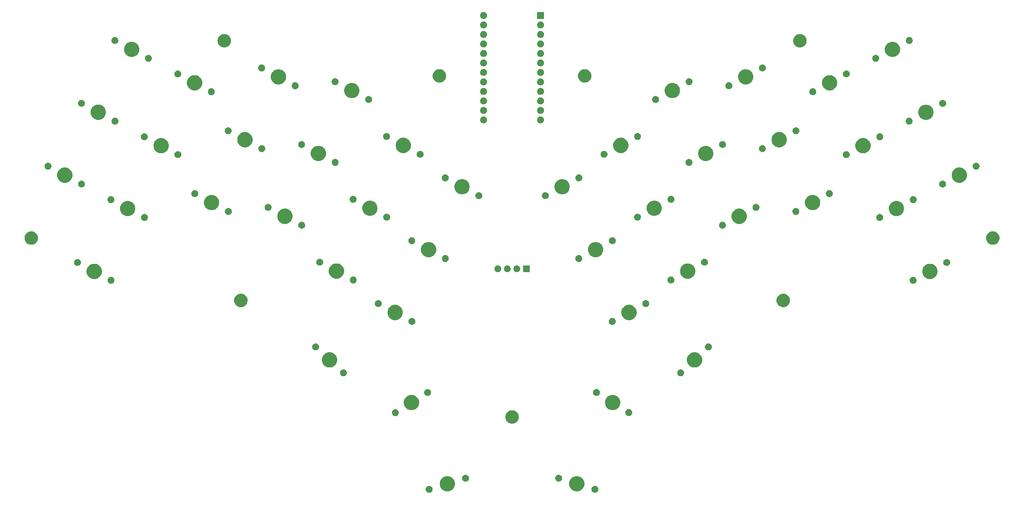
<source format=gts>
G04 #@! TF.GenerationSoftware,KiCad,Pcbnew,5.1.5-52549c5~86~ubuntu18.04.1*
G04 #@! TF.CreationDate,2020-04-17T17:36:02+02:00*
G04 #@! TF.ProjectId,first-pcb,66697273-742d-4706-9362-2e6b69636164,0.1.1*
G04 #@! TF.SameCoordinates,Original*
G04 #@! TF.FileFunction,Soldermask,Top*
G04 #@! TF.FilePolarity,Negative*
%FSLAX46Y46*%
G04 Gerber Fmt 4.6, Leading zero omitted, Abs format (unit mm)*
G04 Created by KiCad (PCBNEW 5.1.5-52549c5~86~ubuntu18.04.1) date 2020-04-17 17:36:02*
%MOMM*%
%LPD*%
G04 APERTURE LIST*
%ADD10C,0.100000*%
G04 APERTURE END LIST*
D10*
G36*
X126341783Y-163243984D02*
G01*
X126510305Y-163313788D01*
X126661970Y-163415127D01*
X126790951Y-163544108D01*
X126892290Y-163695773D01*
X126962094Y-163864295D01*
X126997679Y-164043196D01*
X126997679Y-164225602D01*
X126962094Y-164404503D01*
X126892290Y-164573025D01*
X126790951Y-164724690D01*
X126661970Y-164853671D01*
X126510305Y-164955010D01*
X126341783Y-165024814D01*
X126162882Y-165060399D01*
X125980476Y-165060399D01*
X125801575Y-165024814D01*
X125633053Y-164955010D01*
X125481388Y-164853671D01*
X125352407Y-164724690D01*
X125251068Y-164573025D01*
X125181264Y-164404503D01*
X125145679Y-164225602D01*
X125145679Y-164043196D01*
X125181264Y-163864295D01*
X125251068Y-163695773D01*
X125352407Y-163544108D01*
X125481388Y-163415127D01*
X125633053Y-163313788D01*
X125801575Y-163243984D01*
X125980476Y-163208399D01*
X126162882Y-163208399D01*
X126341783Y-163243984D01*
G37*
G36*
X170669367Y-163237891D02*
G01*
X170837889Y-163307695D01*
X170989554Y-163409034D01*
X171118535Y-163538015D01*
X171219874Y-163689680D01*
X171289678Y-163858202D01*
X171325263Y-164037103D01*
X171325263Y-164219509D01*
X171289678Y-164398410D01*
X171219874Y-164566932D01*
X171118535Y-164718597D01*
X170989554Y-164847578D01*
X170837889Y-164948917D01*
X170669367Y-165018721D01*
X170490466Y-165054306D01*
X170308060Y-165054306D01*
X170129159Y-165018721D01*
X169960637Y-164948917D01*
X169808972Y-164847578D01*
X169679991Y-164718597D01*
X169578652Y-164566932D01*
X169508848Y-164398410D01*
X169473263Y-164219509D01*
X169473263Y-164037103D01*
X169508848Y-163858202D01*
X169578652Y-163689680D01*
X169679991Y-163538015D01*
X169808972Y-163409034D01*
X169960637Y-163307695D01*
X170129159Y-163237891D01*
X170308060Y-163202306D01*
X170490466Y-163202306D01*
X170669367Y-163237891D01*
G37*
G36*
X131526181Y-160682835D02*
G01*
X131628647Y-160725278D01*
X131898330Y-160836984D01*
X132233255Y-161060774D01*
X132518084Y-161345603D01*
X132741874Y-161680528D01*
X132772387Y-161754193D01*
X132896023Y-162052677D01*
X132974607Y-162447745D01*
X132974607Y-162850557D01*
X132896023Y-163245625D01*
X132867789Y-163313788D01*
X132741874Y-163617774D01*
X132518084Y-163952699D01*
X132233255Y-164237528D01*
X131898330Y-164461318D01*
X131744181Y-164525168D01*
X131526181Y-164615467D01*
X131131113Y-164694051D01*
X130728301Y-164694051D01*
X130333233Y-164615467D01*
X130115233Y-164525168D01*
X129961084Y-164461318D01*
X129626159Y-164237528D01*
X129341330Y-163952699D01*
X129117540Y-163617774D01*
X128991625Y-163313788D01*
X128963391Y-163245625D01*
X128884807Y-162850557D01*
X128884807Y-162447745D01*
X128963391Y-162052677D01*
X129087027Y-161754193D01*
X129117540Y-161680528D01*
X129341330Y-161345603D01*
X129626159Y-161060774D01*
X129961084Y-160836984D01*
X130230767Y-160725278D01*
X130333233Y-160682835D01*
X130728301Y-160604251D01*
X131131113Y-160604251D01*
X131526181Y-160682835D01*
G37*
G36*
X166137709Y-160676742D02*
G01*
X166355709Y-160767041D01*
X166509858Y-160830891D01*
X166844783Y-161054681D01*
X167129612Y-161339510D01*
X167353402Y-161674435D01*
X167386439Y-161754194D01*
X167507551Y-162046584D01*
X167586135Y-162441652D01*
X167586135Y-162844464D01*
X167507551Y-163239532D01*
X167479317Y-163307695D01*
X167353402Y-163611681D01*
X167129612Y-163946606D01*
X166844783Y-164231435D01*
X166509858Y-164455225D01*
X166355709Y-164519075D01*
X166137709Y-164609374D01*
X165742641Y-164687958D01*
X165339829Y-164687958D01*
X164944761Y-164609374D01*
X164726761Y-164519075D01*
X164572612Y-164455225D01*
X164237687Y-164231435D01*
X163952858Y-163946606D01*
X163729068Y-163611681D01*
X163603153Y-163307695D01*
X163574919Y-163239532D01*
X163496335Y-162844464D01*
X163496335Y-162441652D01*
X163574919Y-162046584D01*
X163696031Y-161754194D01*
X163729068Y-161674435D01*
X163952858Y-161339510D01*
X164237687Y-161054681D01*
X164572612Y-160830891D01*
X164726761Y-160767041D01*
X164944761Y-160676742D01*
X165339829Y-160598158D01*
X165742641Y-160598158D01*
X166137709Y-160676742D01*
G37*
G36*
X136057839Y-160273488D02*
G01*
X136226361Y-160343292D01*
X136378026Y-160444631D01*
X136507007Y-160573612D01*
X136608346Y-160725277D01*
X136678150Y-160893799D01*
X136713735Y-161072700D01*
X136713735Y-161255106D01*
X136678150Y-161434007D01*
X136608346Y-161602529D01*
X136507007Y-161754194D01*
X136378026Y-161883175D01*
X136226361Y-161984514D01*
X136057839Y-162054318D01*
X135878938Y-162089903D01*
X135696532Y-162089903D01*
X135517631Y-162054318D01*
X135349109Y-161984514D01*
X135197444Y-161883175D01*
X135068463Y-161754194D01*
X134967124Y-161602529D01*
X134897320Y-161434007D01*
X134861735Y-161255106D01*
X134861735Y-161072700D01*
X134897320Y-160893799D01*
X134967124Y-160725277D01*
X135068463Y-160573612D01*
X135197444Y-160444631D01*
X135349109Y-160343292D01*
X135517631Y-160273488D01*
X135696532Y-160237903D01*
X135878938Y-160237903D01*
X136057839Y-160273488D01*
G37*
G36*
X160953311Y-160267395D02*
G01*
X161121833Y-160337199D01*
X161273498Y-160438538D01*
X161402479Y-160567519D01*
X161503818Y-160719184D01*
X161573622Y-160887706D01*
X161609207Y-161066607D01*
X161609207Y-161249013D01*
X161573622Y-161427914D01*
X161503818Y-161596436D01*
X161402479Y-161748101D01*
X161273498Y-161877082D01*
X161121833Y-161978421D01*
X160953311Y-162048225D01*
X160774410Y-162083810D01*
X160592004Y-162083810D01*
X160413103Y-162048225D01*
X160244581Y-161978421D01*
X160092916Y-161877082D01*
X159963935Y-161748101D01*
X159862596Y-161596436D01*
X159792792Y-161427914D01*
X159757207Y-161249013D01*
X159757207Y-161066607D01*
X159792792Y-160887706D01*
X159862596Y-160719184D01*
X159963935Y-160567519D01*
X160092916Y-160438538D01*
X160244581Y-160337199D01*
X160413103Y-160267395D01*
X160592004Y-160231810D01*
X160774410Y-160231810D01*
X160953311Y-160267395D01*
G37*
G36*
X148760125Y-143042616D02*
G01*
X149087886Y-143178379D01*
X149382864Y-143375477D01*
X149633722Y-143626335D01*
X149830820Y-143921313D01*
X149966583Y-144249074D01*
X150035794Y-144597021D01*
X150035794Y-144951789D01*
X149966583Y-145299736D01*
X149830820Y-145627497D01*
X149633722Y-145922475D01*
X149382864Y-146173333D01*
X149087886Y-146370431D01*
X148760125Y-146506194D01*
X148412178Y-146575405D01*
X148057410Y-146575405D01*
X147709463Y-146506194D01*
X147381702Y-146370431D01*
X147086724Y-146173333D01*
X146835866Y-145922475D01*
X146638768Y-145627497D01*
X146503005Y-145299736D01*
X146433794Y-144951789D01*
X146433794Y-144597021D01*
X146503005Y-144249074D01*
X146638768Y-143921313D01*
X146835866Y-143626335D01*
X147086724Y-143375477D01*
X147381702Y-143178379D01*
X147709463Y-143042616D01*
X148057410Y-142973405D01*
X148412178Y-142973405D01*
X148760125Y-143042616D01*
G37*
G36*
X117297235Y-142721357D02*
G01*
X117465757Y-142791161D01*
X117617422Y-142892500D01*
X117746403Y-143021481D01*
X117847742Y-143173146D01*
X117917546Y-143341668D01*
X117953131Y-143520569D01*
X117953131Y-143702975D01*
X117917546Y-143881876D01*
X117847742Y-144050398D01*
X117746403Y-144202063D01*
X117617422Y-144331044D01*
X117465757Y-144432383D01*
X117297235Y-144502187D01*
X117118334Y-144537772D01*
X116935928Y-144537772D01*
X116757027Y-144502187D01*
X116588505Y-144432383D01*
X116436840Y-144331044D01*
X116307859Y-144202063D01*
X116206520Y-144050398D01*
X116136716Y-143881876D01*
X116101131Y-143702975D01*
X116101131Y-143520569D01*
X116136716Y-143341668D01*
X116206520Y-143173146D01*
X116307859Y-143021481D01*
X116436840Y-142892500D01*
X116588505Y-142791161D01*
X116757027Y-142721357D01*
X116935928Y-142685772D01*
X117118334Y-142685772D01*
X117297235Y-142721357D01*
G37*
G36*
X179709424Y-142714635D02*
G01*
X179877946Y-142784439D01*
X180029611Y-142885778D01*
X180158592Y-143014759D01*
X180259931Y-143166424D01*
X180329735Y-143334946D01*
X180365320Y-143513847D01*
X180365320Y-143696253D01*
X180329735Y-143875154D01*
X180259931Y-144043676D01*
X180158592Y-144195341D01*
X180029611Y-144324322D01*
X179877946Y-144425661D01*
X179709424Y-144495465D01*
X179530523Y-144531050D01*
X179348117Y-144531050D01*
X179169216Y-144495465D01*
X179000694Y-144425661D01*
X178849029Y-144324322D01*
X178720048Y-144195341D01*
X178618709Y-144043676D01*
X178548905Y-143875154D01*
X178513320Y-143696253D01*
X178513320Y-143513847D01*
X178548905Y-143334946D01*
X178618709Y-143166424D01*
X178720048Y-143014759D01*
X178849029Y-142885778D01*
X179000694Y-142784439D01*
X179169216Y-142714635D01*
X179348117Y-142679050D01*
X179530523Y-142679050D01*
X179709424Y-142714635D01*
G37*
G36*
X121931689Y-138953466D02*
G01*
X122149689Y-139043765D01*
X122303838Y-139107615D01*
X122638763Y-139331405D01*
X122923592Y-139616234D01*
X123147382Y-139951159D01*
X123147382Y-139951160D01*
X123301531Y-140323308D01*
X123380115Y-140718376D01*
X123380115Y-141121188D01*
X123301531Y-141516256D01*
X123211232Y-141734256D01*
X123147382Y-141888405D01*
X122923592Y-142223330D01*
X122638763Y-142508159D01*
X122303838Y-142731949D01*
X122177115Y-142784439D01*
X121931689Y-142886098D01*
X121536621Y-142964682D01*
X121133809Y-142964682D01*
X120738741Y-142886098D01*
X120493315Y-142784439D01*
X120366592Y-142731949D01*
X120031667Y-142508159D01*
X119746838Y-142223330D01*
X119523048Y-141888405D01*
X119459198Y-141734256D01*
X119368899Y-141516256D01*
X119290315Y-141121188D01*
X119290315Y-140718376D01*
X119368899Y-140323308D01*
X119523048Y-139951160D01*
X119523048Y-139951159D01*
X119746838Y-139616234D01*
X120031667Y-139331405D01*
X120366592Y-139107615D01*
X120520741Y-139043765D01*
X120738741Y-138953466D01*
X121133809Y-138874882D01*
X121536621Y-138874882D01*
X121931689Y-138953466D01*
G37*
G36*
X175727710Y-138946744D02*
G01*
X175945710Y-139037043D01*
X176099859Y-139100893D01*
X176434784Y-139324683D01*
X176719613Y-139609512D01*
X176943403Y-139944437D01*
X177007253Y-140098586D01*
X177097552Y-140316586D01*
X177176136Y-140711654D01*
X177176136Y-141114466D01*
X177097552Y-141509534D01*
X177094767Y-141516257D01*
X176943403Y-141881683D01*
X176719613Y-142216608D01*
X176434784Y-142501437D01*
X176099859Y-142725227D01*
X175956908Y-142784439D01*
X175727710Y-142879376D01*
X175332642Y-142957960D01*
X174929830Y-142957960D01*
X174534762Y-142879376D01*
X174305564Y-142784439D01*
X174162613Y-142725227D01*
X173827688Y-142501437D01*
X173542859Y-142216608D01*
X173319069Y-141881683D01*
X173167705Y-141516257D01*
X173164920Y-141509534D01*
X173086336Y-141114466D01*
X173086336Y-140711654D01*
X173164920Y-140316586D01*
X173255219Y-140098586D01*
X173319069Y-139944437D01*
X173542859Y-139609512D01*
X173827688Y-139324683D01*
X174162613Y-139100893D01*
X174316762Y-139037043D01*
X174534762Y-138946744D01*
X174929830Y-138868160D01*
X175332642Y-138868160D01*
X175727710Y-138946744D01*
G37*
G36*
X125913403Y-137337377D02*
G01*
X126081925Y-137407181D01*
X126233590Y-137508520D01*
X126362571Y-137637501D01*
X126463910Y-137789166D01*
X126533714Y-137957688D01*
X126569299Y-138136589D01*
X126569299Y-138318995D01*
X126533714Y-138497896D01*
X126463910Y-138666418D01*
X126362571Y-138818083D01*
X126233590Y-138947064D01*
X126081925Y-139048403D01*
X125913403Y-139118207D01*
X125734502Y-139153792D01*
X125552096Y-139153792D01*
X125373195Y-139118207D01*
X125204673Y-139048403D01*
X125053008Y-138947064D01*
X124924027Y-138818083D01*
X124822688Y-138666418D01*
X124752884Y-138497896D01*
X124717299Y-138318995D01*
X124717299Y-138136589D01*
X124752884Y-137957688D01*
X124822688Y-137789166D01*
X124924027Y-137637501D01*
X125053008Y-137508520D01*
X125204673Y-137407181D01*
X125373195Y-137337377D01*
X125552096Y-137301792D01*
X125734502Y-137301792D01*
X125913403Y-137337377D01*
G37*
G36*
X171093256Y-137330655D02*
G01*
X171261778Y-137400459D01*
X171413443Y-137501798D01*
X171542424Y-137630779D01*
X171643763Y-137782444D01*
X171713567Y-137950966D01*
X171749152Y-138129867D01*
X171749152Y-138312273D01*
X171713567Y-138491174D01*
X171643763Y-138659696D01*
X171542424Y-138811361D01*
X171413443Y-138940342D01*
X171261778Y-139041681D01*
X171093256Y-139111485D01*
X170914355Y-139147070D01*
X170731949Y-139147070D01*
X170553048Y-139111485D01*
X170384526Y-139041681D01*
X170232861Y-138940342D01*
X170103880Y-138811361D01*
X170002541Y-138659696D01*
X169932737Y-138491174D01*
X169897152Y-138312273D01*
X169897152Y-138129867D01*
X169932737Y-137950966D01*
X170002541Y-137782444D01*
X170103880Y-137630779D01*
X170232861Y-137501798D01*
X170384526Y-137400459D01*
X170553048Y-137330655D01*
X170731949Y-137295070D01*
X170914355Y-137295070D01*
X171093256Y-137330655D01*
G37*
G36*
X103418220Y-132068760D02*
G01*
X103586742Y-132138564D01*
X103738407Y-132239903D01*
X103867388Y-132368884D01*
X103968727Y-132520549D01*
X104038531Y-132689071D01*
X104074116Y-132867972D01*
X104074116Y-133050378D01*
X104038531Y-133229279D01*
X103968727Y-133397801D01*
X103867388Y-133549466D01*
X103738407Y-133678447D01*
X103586742Y-133779786D01*
X103418220Y-133849590D01*
X103239319Y-133885175D01*
X103056913Y-133885175D01*
X102878012Y-133849590D01*
X102709490Y-133779786D01*
X102557825Y-133678447D01*
X102428844Y-133549466D01*
X102327505Y-133397801D01*
X102257701Y-133229279D01*
X102222116Y-133050378D01*
X102222116Y-132867972D01*
X102257701Y-132689071D01*
X102327505Y-132520549D01*
X102428844Y-132368884D01*
X102557825Y-132239903D01*
X102709490Y-132138564D01*
X102878012Y-132068760D01*
X103056913Y-132033175D01*
X103239319Y-132033175D01*
X103418220Y-132068760D01*
G37*
G36*
X193585626Y-132068746D02*
G01*
X193754148Y-132138550D01*
X193905813Y-132239889D01*
X194034794Y-132368870D01*
X194136133Y-132520535D01*
X194205937Y-132689057D01*
X194241522Y-132867958D01*
X194241522Y-133050364D01*
X194205937Y-133229265D01*
X194136133Y-133397787D01*
X194034794Y-133549452D01*
X193905813Y-133678433D01*
X193754148Y-133779772D01*
X193585626Y-133849576D01*
X193406725Y-133885161D01*
X193224319Y-133885161D01*
X193045418Y-133849576D01*
X192876896Y-133779772D01*
X192725231Y-133678433D01*
X192596250Y-133549452D01*
X192494911Y-133397787D01*
X192425107Y-133229265D01*
X192389522Y-133050364D01*
X192389522Y-132867958D01*
X192425107Y-132689057D01*
X192494911Y-132520535D01*
X192596250Y-132368870D01*
X192725231Y-132239889D01*
X192876896Y-132138550D01*
X193045418Y-132068746D01*
X193224319Y-132033161D01*
X193406725Y-132033161D01*
X193585626Y-132068746D01*
G37*
G36*
X100029313Y-127528307D02*
G01*
X100247313Y-127618606D01*
X100401462Y-127682456D01*
X100736387Y-127906246D01*
X101021216Y-128191075D01*
X101245006Y-128526000D01*
X101245006Y-128526001D01*
X101399155Y-128898149D01*
X101477739Y-129293217D01*
X101477739Y-129696029D01*
X101399155Y-130091097D01*
X101308856Y-130309097D01*
X101245006Y-130463246D01*
X101021216Y-130798171D01*
X100736387Y-131083000D01*
X100401462Y-131306790D01*
X100247313Y-131370640D01*
X100029313Y-131460939D01*
X99634245Y-131539523D01*
X99231433Y-131539523D01*
X98836365Y-131460939D01*
X98618365Y-131370640D01*
X98464216Y-131306790D01*
X98129291Y-131083000D01*
X97844462Y-130798171D01*
X97620672Y-130463246D01*
X97556822Y-130309097D01*
X97466523Y-130091097D01*
X97387939Y-129696029D01*
X97387939Y-129293217D01*
X97466523Y-128898149D01*
X97620672Y-128526001D01*
X97620672Y-128526000D01*
X97844462Y-128191075D01*
X98129291Y-127906246D01*
X98464216Y-127682456D01*
X98618365Y-127618606D01*
X98836365Y-127528307D01*
X99231433Y-127449723D01*
X99634245Y-127449723D01*
X100029313Y-127528307D01*
G37*
G36*
X197627273Y-127528293D02*
G01*
X197845273Y-127618592D01*
X197999422Y-127682442D01*
X198334347Y-127906232D01*
X198619176Y-128191061D01*
X198842966Y-128525986D01*
X198842972Y-128526001D01*
X198997115Y-128898135D01*
X199075699Y-129293203D01*
X199075699Y-129696015D01*
X198997115Y-130091083D01*
X198906816Y-130309083D01*
X198842966Y-130463232D01*
X198619176Y-130798157D01*
X198334347Y-131082986D01*
X197999422Y-131306776D01*
X197845273Y-131370626D01*
X197627273Y-131460925D01*
X197232205Y-131539509D01*
X196829393Y-131539509D01*
X196434325Y-131460925D01*
X196216325Y-131370626D01*
X196062176Y-131306776D01*
X195727251Y-131082986D01*
X195442422Y-130798157D01*
X195218632Y-130463232D01*
X195154782Y-130309083D01*
X195064483Y-130091083D01*
X194985899Y-129696015D01*
X194985899Y-129293203D01*
X195064483Y-128898135D01*
X195218626Y-128526001D01*
X195218632Y-128525986D01*
X195442422Y-128191061D01*
X195727251Y-127906232D01*
X196062176Y-127682442D01*
X196216325Y-127618592D01*
X196434325Y-127528293D01*
X196829393Y-127449709D01*
X197232205Y-127449709D01*
X197627273Y-127528293D01*
G37*
G36*
X95987666Y-125139656D02*
G01*
X96156188Y-125209460D01*
X96307853Y-125310799D01*
X96436834Y-125439780D01*
X96538173Y-125591445D01*
X96607977Y-125759967D01*
X96643562Y-125938868D01*
X96643562Y-126121274D01*
X96607977Y-126300175D01*
X96538173Y-126468697D01*
X96436834Y-126620362D01*
X96307853Y-126749343D01*
X96156188Y-126850682D01*
X95987666Y-126920486D01*
X95808765Y-126956071D01*
X95626359Y-126956071D01*
X95447458Y-126920486D01*
X95278936Y-126850682D01*
X95127271Y-126749343D01*
X94998290Y-126620362D01*
X94896951Y-126468697D01*
X94827147Y-126300175D01*
X94791562Y-126121274D01*
X94791562Y-125938868D01*
X94827147Y-125759967D01*
X94896951Y-125591445D01*
X94998290Y-125439780D01*
X95127271Y-125310799D01*
X95278936Y-125209460D01*
X95447458Y-125139656D01*
X95626359Y-125104071D01*
X95808765Y-125104071D01*
X95987666Y-125139656D01*
G37*
G36*
X201016180Y-125139642D02*
G01*
X201184702Y-125209446D01*
X201336367Y-125310785D01*
X201465348Y-125439766D01*
X201566687Y-125591431D01*
X201636491Y-125759953D01*
X201672076Y-125938854D01*
X201672076Y-126121260D01*
X201636491Y-126300161D01*
X201566687Y-126468683D01*
X201465348Y-126620348D01*
X201336367Y-126749329D01*
X201184702Y-126850668D01*
X201016180Y-126920472D01*
X200837279Y-126956057D01*
X200654873Y-126956057D01*
X200475972Y-126920472D01*
X200307450Y-126850668D01*
X200155785Y-126749329D01*
X200026804Y-126620348D01*
X199925465Y-126468683D01*
X199855661Y-126300161D01*
X199820076Y-126121260D01*
X199820076Y-125938854D01*
X199855661Y-125759953D01*
X199925465Y-125591431D01*
X200026804Y-125439766D01*
X200155785Y-125310785D01*
X200307450Y-125209446D01*
X200475972Y-125139642D01*
X200654873Y-125104057D01*
X200837279Y-125104057D01*
X201016180Y-125139642D01*
G37*
G36*
X175292027Y-118304868D02*
G01*
X175460549Y-118374672D01*
X175612214Y-118476011D01*
X175741195Y-118604992D01*
X175842534Y-118756657D01*
X175912338Y-118925179D01*
X175947923Y-119104080D01*
X175947923Y-119286486D01*
X175912338Y-119465387D01*
X175842534Y-119633909D01*
X175741195Y-119785574D01*
X175612214Y-119914555D01*
X175460549Y-120015894D01*
X175292027Y-120085698D01*
X175113126Y-120121283D01*
X174930720Y-120121283D01*
X174751819Y-120085698D01*
X174583297Y-120015894D01*
X174431632Y-119914555D01*
X174302651Y-119785574D01*
X174201312Y-119633909D01*
X174131508Y-119465387D01*
X174095923Y-119286486D01*
X174095923Y-119104080D01*
X174131508Y-118925179D01*
X174201312Y-118756657D01*
X174302651Y-118604992D01*
X174431632Y-118476011D01*
X174583297Y-118374672D01*
X174751819Y-118304868D01*
X174930720Y-118269283D01*
X175113126Y-118269283D01*
X175292027Y-118304868D01*
G37*
G36*
X121720692Y-118304284D02*
G01*
X121889214Y-118374088D01*
X122040879Y-118475427D01*
X122169860Y-118604408D01*
X122271199Y-118756073D01*
X122341003Y-118924595D01*
X122376588Y-119103496D01*
X122376588Y-119285902D01*
X122341003Y-119464803D01*
X122271199Y-119633325D01*
X122169860Y-119784990D01*
X122040879Y-119913971D01*
X121889214Y-120015310D01*
X121720692Y-120085114D01*
X121541791Y-120120699D01*
X121359385Y-120120699D01*
X121180484Y-120085114D01*
X121011962Y-120015310D01*
X120860297Y-119913971D01*
X120731316Y-119784990D01*
X120629977Y-119633325D01*
X120560173Y-119464803D01*
X120524588Y-119285902D01*
X120524588Y-119103496D01*
X120560173Y-118924595D01*
X120629977Y-118756073D01*
X120731316Y-118604408D01*
X120860297Y-118475427D01*
X121011962Y-118374088D01*
X121180484Y-118304284D01*
X121359385Y-118268699D01*
X121541791Y-118268699D01*
X121720692Y-118304284D01*
G37*
G36*
X180103771Y-114844051D02*
G01*
X180321771Y-114934350D01*
X180475920Y-114998200D01*
X180810845Y-115221990D01*
X181095674Y-115506819D01*
X181319464Y-115841744D01*
X181319464Y-115841745D01*
X181473613Y-116213893D01*
X181552197Y-116608961D01*
X181552197Y-117011773D01*
X181473613Y-117406841D01*
X181383314Y-117624841D01*
X181319464Y-117778990D01*
X181095674Y-118113915D01*
X180810845Y-118398744D01*
X180475920Y-118622534D01*
X180321771Y-118686384D01*
X180103771Y-118776683D01*
X179708703Y-118855267D01*
X179305891Y-118855267D01*
X178910823Y-118776683D01*
X178692823Y-118686384D01*
X178538674Y-118622534D01*
X178203749Y-118398744D01*
X177918920Y-118113915D01*
X177695130Y-117778990D01*
X177631280Y-117624841D01*
X177540981Y-117406841D01*
X177462397Y-117011773D01*
X177462397Y-116608961D01*
X177540981Y-116213893D01*
X177695130Y-115841745D01*
X177695130Y-115841744D01*
X177918920Y-115506819D01*
X178203749Y-115221990D01*
X178538674Y-114998200D01*
X178692823Y-114934350D01*
X178910823Y-114844051D01*
X179305891Y-114765467D01*
X179708703Y-114765467D01*
X180103771Y-114844051D01*
G37*
G36*
X117561688Y-114843467D02*
G01*
X117779688Y-114933766D01*
X117933837Y-114997616D01*
X118268762Y-115221406D01*
X118553591Y-115506235D01*
X118777381Y-115841160D01*
X118777623Y-115841745D01*
X118931530Y-116213309D01*
X119010114Y-116608377D01*
X119010114Y-117011189D01*
X118931530Y-117406257D01*
X118841231Y-117624257D01*
X118777381Y-117778406D01*
X118553591Y-118113331D01*
X118268762Y-118398160D01*
X117933837Y-118621950D01*
X117779688Y-118685800D01*
X117561688Y-118776099D01*
X117166620Y-118854683D01*
X116763808Y-118854683D01*
X116368740Y-118776099D01*
X116150740Y-118685800D01*
X115996591Y-118621950D01*
X115661666Y-118398160D01*
X115376837Y-118113331D01*
X115153047Y-117778406D01*
X115089197Y-117624257D01*
X114998898Y-117406257D01*
X114920314Y-117011189D01*
X114920314Y-116608377D01*
X114998898Y-116213309D01*
X115152805Y-115841745D01*
X115153047Y-115841160D01*
X115376837Y-115506235D01*
X115661666Y-115221406D01*
X115996591Y-114997616D01*
X116150740Y-114933766D01*
X116368740Y-114843467D01*
X116763808Y-114764883D01*
X117166620Y-114764883D01*
X117561688Y-114843467D01*
G37*
G36*
X221280124Y-111852113D02*
G01*
X221607885Y-111987876D01*
X221902863Y-112184974D01*
X222153721Y-112435832D01*
X222350819Y-112730810D01*
X222486582Y-113058571D01*
X222555793Y-113406518D01*
X222555793Y-113761286D01*
X222486582Y-114109233D01*
X222350819Y-114436994D01*
X222153721Y-114731972D01*
X221902863Y-114982830D01*
X221607885Y-115179928D01*
X221280124Y-115315691D01*
X220932177Y-115384902D01*
X220577409Y-115384902D01*
X220229462Y-115315691D01*
X219901701Y-115179928D01*
X219606723Y-114982830D01*
X219355865Y-114731972D01*
X219158767Y-114436994D01*
X219023004Y-114109233D01*
X218953793Y-113761286D01*
X218953793Y-113406518D01*
X219023004Y-113058571D01*
X219158767Y-112730810D01*
X219355865Y-112435832D01*
X219606723Y-112184974D01*
X219901701Y-111987876D01*
X220229462Y-111852113D01*
X220577409Y-111782902D01*
X220932177Y-111782902D01*
X221280124Y-111852113D01*
G37*
G36*
X76239826Y-111852113D02*
G01*
X76567587Y-111987876D01*
X76862565Y-112184974D01*
X77113423Y-112435832D01*
X77310521Y-112730810D01*
X77446284Y-113058571D01*
X77515495Y-113406518D01*
X77515495Y-113761286D01*
X77446284Y-114109233D01*
X77310521Y-114436994D01*
X77113423Y-114731972D01*
X76862565Y-114982830D01*
X76567587Y-115179928D01*
X76239826Y-115315691D01*
X75891879Y-115384902D01*
X75537111Y-115384902D01*
X75189164Y-115315691D01*
X74861403Y-115179928D01*
X74566425Y-114982830D01*
X74315567Y-114731972D01*
X74118469Y-114436994D01*
X73982706Y-114109233D01*
X73913495Y-113761286D01*
X73913495Y-113406518D01*
X73982706Y-113058571D01*
X74118469Y-112730810D01*
X74315567Y-112435832D01*
X74566425Y-112184974D01*
X74861403Y-111987876D01*
X75189164Y-111852113D01*
X75537111Y-111782902D01*
X75891879Y-111782902D01*
X76239826Y-111852113D01*
G37*
G36*
X184262775Y-113535036D02*
G01*
X184431297Y-113604840D01*
X184582962Y-113706179D01*
X184711943Y-113835160D01*
X184813282Y-113986825D01*
X184883086Y-114155347D01*
X184918671Y-114334248D01*
X184918671Y-114516654D01*
X184883086Y-114695555D01*
X184813282Y-114864077D01*
X184711943Y-115015742D01*
X184582962Y-115144723D01*
X184431297Y-115246062D01*
X184262775Y-115315866D01*
X184083874Y-115351451D01*
X183901468Y-115351451D01*
X183722567Y-115315866D01*
X183554045Y-115246062D01*
X183402380Y-115144723D01*
X183273399Y-115015742D01*
X183172060Y-114864077D01*
X183102256Y-114695555D01*
X183066671Y-114516654D01*
X183066671Y-114334248D01*
X183102256Y-114155347D01*
X183172060Y-113986825D01*
X183273399Y-113835160D01*
X183402380Y-113706179D01*
X183554045Y-113604840D01*
X183722567Y-113535036D01*
X183901468Y-113499451D01*
X184083874Y-113499451D01*
X184262775Y-113535036D01*
G37*
G36*
X112749944Y-113534452D02*
G01*
X112918466Y-113604256D01*
X113070131Y-113705595D01*
X113199112Y-113834576D01*
X113300451Y-113986241D01*
X113370255Y-114154763D01*
X113405840Y-114333664D01*
X113405840Y-114516070D01*
X113370255Y-114694971D01*
X113300451Y-114863493D01*
X113199112Y-115015158D01*
X113070131Y-115144139D01*
X112918466Y-115245478D01*
X112749944Y-115315282D01*
X112571043Y-115350867D01*
X112388637Y-115350867D01*
X112209736Y-115315282D01*
X112041214Y-115245478D01*
X111889549Y-115144139D01*
X111760568Y-115015158D01*
X111659229Y-114863493D01*
X111589425Y-114694971D01*
X111553840Y-114516070D01*
X111553840Y-114333664D01*
X111589425Y-114154763D01*
X111659229Y-113986241D01*
X111760568Y-113834576D01*
X111889549Y-113705595D01*
X112041214Y-113604256D01*
X112209736Y-113534452D01*
X112388637Y-113498867D01*
X112571043Y-113498867D01*
X112749944Y-113534452D01*
G37*
G36*
X41263428Y-107312241D02*
G01*
X41431950Y-107382045D01*
X41583615Y-107483384D01*
X41712596Y-107612365D01*
X41813935Y-107764030D01*
X41883739Y-107932552D01*
X41919324Y-108111453D01*
X41919324Y-108293859D01*
X41883739Y-108472760D01*
X41813935Y-108641282D01*
X41712596Y-108792947D01*
X41583615Y-108921928D01*
X41431950Y-109023267D01*
X41263428Y-109093071D01*
X41084527Y-109128656D01*
X40902121Y-109128656D01*
X40723220Y-109093071D01*
X40554698Y-109023267D01*
X40403033Y-108921928D01*
X40274052Y-108792947D01*
X40172713Y-108641282D01*
X40102909Y-108472760D01*
X40067324Y-108293859D01*
X40067324Y-108111453D01*
X40102909Y-107932552D01*
X40172713Y-107764030D01*
X40274052Y-107612365D01*
X40403033Y-107483384D01*
X40554698Y-107382045D01*
X40723220Y-107312241D01*
X40902121Y-107276656D01*
X41084527Y-107276656D01*
X41263428Y-107312241D01*
G37*
G36*
X255750523Y-107311407D02*
G01*
X255919045Y-107381211D01*
X256070710Y-107482550D01*
X256199691Y-107611531D01*
X256301030Y-107763196D01*
X256370834Y-107931718D01*
X256406419Y-108110619D01*
X256406419Y-108293025D01*
X256370834Y-108471926D01*
X256301030Y-108640448D01*
X256199691Y-108792113D01*
X256070710Y-108921094D01*
X255919045Y-109022433D01*
X255750523Y-109092237D01*
X255571622Y-109127822D01*
X255389216Y-109127822D01*
X255210315Y-109092237D01*
X255041793Y-109022433D01*
X254890128Y-108921094D01*
X254761147Y-108792113D01*
X254659808Y-108640448D01*
X254590004Y-108471926D01*
X254554419Y-108293025D01*
X254554419Y-108110619D01*
X254590004Y-107931718D01*
X254659808Y-107763196D01*
X254761147Y-107611531D01*
X254890128Y-107482550D01*
X255041793Y-107381211D01*
X255210315Y-107311407D01*
X255389216Y-107275822D01*
X255571622Y-107275822D01*
X255750523Y-107311407D01*
G37*
G36*
X190980524Y-107231407D02*
G01*
X191149046Y-107301211D01*
X191300711Y-107402550D01*
X191429692Y-107531531D01*
X191531031Y-107683196D01*
X191600835Y-107851718D01*
X191636420Y-108030619D01*
X191636420Y-108213025D01*
X191600835Y-108391926D01*
X191531031Y-108560448D01*
X191429692Y-108712113D01*
X191300711Y-108841094D01*
X191149046Y-108942433D01*
X190980524Y-109012237D01*
X190801623Y-109047822D01*
X190619217Y-109047822D01*
X190440316Y-109012237D01*
X190271794Y-108942433D01*
X190120129Y-108841094D01*
X189991148Y-108712113D01*
X189889809Y-108560448D01*
X189820005Y-108391926D01*
X189784420Y-108213025D01*
X189784420Y-108030619D01*
X189820005Y-107851718D01*
X189889809Y-107683196D01*
X189991148Y-107531531D01*
X190120129Y-107402550D01*
X190271794Y-107301211D01*
X190440316Y-107231407D01*
X190619217Y-107195822D01*
X190801623Y-107195822D01*
X190980524Y-107231407D01*
G37*
G36*
X106033378Y-107230300D02*
G01*
X106201900Y-107300104D01*
X106353565Y-107401443D01*
X106482546Y-107530424D01*
X106583885Y-107682089D01*
X106653689Y-107850611D01*
X106689274Y-108029512D01*
X106689274Y-108211918D01*
X106653689Y-108390819D01*
X106583885Y-108559341D01*
X106482546Y-108711006D01*
X106353565Y-108839987D01*
X106201900Y-108941326D01*
X106033378Y-109011130D01*
X105854477Y-109046715D01*
X105672071Y-109046715D01*
X105493170Y-109011130D01*
X105324648Y-108941326D01*
X105172983Y-108839987D01*
X105044002Y-108711006D01*
X104942663Y-108559341D01*
X104872859Y-108390819D01*
X104837274Y-108211918D01*
X104837274Y-108029512D01*
X104872859Y-107850611D01*
X104942663Y-107682089D01*
X105044002Y-107530424D01*
X105172983Y-107401443D01*
X105324648Y-107300104D01*
X105493170Y-107230300D01*
X105672071Y-107194715D01*
X105854477Y-107194715D01*
X106033378Y-107230300D01*
G37*
G36*
X37104424Y-103851424D02*
G01*
X37278749Y-103923632D01*
X37476573Y-104005573D01*
X37811498Y-104229363D01*
X38096327Y-104514192D01*
X38320117Y-104849117D01*
X38326320Y-104864093D01*
X38474266Y-105221266D01*
X38552850Y-105616334D01*
X38552850Y-106019146D01*
X38474266Y-106414214D01*
X38383967Y-106632214D01*
X38320117Y-106786363D01*
X38096327Y-107121288D01*
X37811498Y-107406117D01*
X37476573Y-107629907D01*
X37350594Y-107682089D01*
X37104424Y-107784056D01*
X36709356Y-107862640D01*
X36306544Y-107862640D01*
X35911476Y-107784056D01*
X35665306Y-107682089D01*
X35539327Y-107629907D01*
X35204402Y-107406117D01*
X34919573Y-107121288D01*
X34695783Y-106786363D01*
X34631933Y-106632214D01*
X34541634Y-106414214D01*
X34463050Y-106019146D01*
X34463050Y-105616334D01*
X34541634Y-105221266D01*
X34689580Y-104864093D01*
X34695783Y-104849117D01*
X34919573Y-104514192D01*
X35204402Y-104229363D01*
X35539327Y-104005573D01*
X35737151Y-103923632D01*
X35911476Y-103851424D01*
X36306544Y-103772840D01*
X36709356Y-103772840D01*
X37104424Y-103851424D01*
G37*
G36*
X260562267Y-103850590D02*
G01*
X260741278Y-103924739D01*
X260934416Y-104004739D01*
X261269341Y-104228529D01*
X261554170Y-104513358D01*
X261777960Y-104848283D01*
X261841810Y-105002432D01*
X261932109Y-105220432D01*
X262010693Y-105615500D01*
X262010693Y-106018312D01*
X261932109Y-106413380D01*
X261931763Y-106414215D01*
X261777960Y-106785529D01*
X261554170Y-107120454D01*
X261269341Y-107405283D01*
X260934416Y-107629073D01*
X260806423Y-107682089D01*
X260562267Y-107783222D01*
X260167199Y-107861806D01*
X259764387Y-107861806D01*
X259369319Y-107783222D01*
X259125163Y-107682089D01*
X258997170Y-107629073D01*
X258662245Y-107405283D01*
X258377416Y-107120454D01*
X258153626Y-106785529D01*
X257999823Y-106414215D01*
X257999477Y-106413380D01*
X257920893Y-106018312D01*
X257920893Y-105615500D01*
X257999477Y-105220432D01*
X258089776Y-105002432D01*
X258153626Y-104848283D01*
X258377416Y-104513358D01*
X258662245Y-104228529D01*
X258997170Y-104004739D01*
X259190308Y-103924739D01*
X259369319Y-103850590D01*
X259764387Y-103772006D01*
X260167199Y-103772006D01*
X260562267Y-103850590D01*
G37*
G36*
X195792268Y-103770590D02*
G01*
X196010268Y-103860889D01*
X196164417Y-103924739D01*
X196499342Y-104148529D01*
X196784171Y-104433358D01*
X197007961Y-104768283D01*
X197071811Y-104922432D01*
X197162110Y-105140432D01*
X197240694Y-105535500D01*
X197240694Y-105938312D01*
X197162110Y-106333380D01*
X197128972Y-106413381D01*
X197007961Y-106705529D01*
X196784171Y-107040454D01*
X196499342Y-107325283D01*
X196164417Y-107549073D01*
X196013629Y-107611531D01*
X195792268Y-107703222D01*
X195397200Y-107781806D01*
X194994388Y-107781806D01*
X194599320Y-107703222D01*
X194377959Y-107611531D01*
X194227171Y-107549073D01*
X193892246Y-107325283D01*
X193607417Y-107040454D01*
X193383627Y-106705529D01*
X193262616Y-106413381D01*
X193229478Y-106333380D01*
X193150894Y-105938312D01*
X193150894Y-105535500D01*
X193229478Y-105140432D01*
X193319777Y-104922432D01*
X193383627Y-104768283D01*
X193607417Y-104433358D01*
X193892246Y-104148529D01*
X194227171Y-103924739D01*
X194381320Y-103860889D01*
X194599320Y-103770590D01*
X194994388Y-103692006D01*
X195397200Y-103692006D01*
X195792268Y-103770590D01*
G37*
G36*
X101874374Y-103769483D02*
G01*
X102070183Y-103850590D01*
X102246523Y-103923632D01*
X102581448Y-104147422D01*
X102866277Y-104432251D01*
X103090067Y-104767176D01*
X103090526Y-104768284D01*
X103244216Y-105139325D01*
X103322800Y-105534393D01*
X103322800Y-105937205D01*
X103244216Y-106332273D01*
X103210620Y-106413380D01*
X103090067Y-106704422D01*
X102866277Y-107039347D01*
X102581448Y-107324176D01*
X102246523Y-107547966D01*
X102093063Y-107611531D01*
X101874374Y-107702115D01*
X101479306Y-107780699D01*
X101076494Y-107780699D01*
X100681426Y-107702115D01*
X100462737Y-107611531D01*
X100309277Y-107547966D01*
X99974352Y-107324176D01*
X99689523Y-107039347D01*
X99465733Y-106704422D01*
X99345180Y-106413380D01*
X99311584Y-106332273D01*
X99233000Y-105937205D01*
X99233000Y-105534393D01*
X99311584Y-105139325D01*
X99465274Y-104768284D01*
X99465733Y-104767176D01*
X99689523Y-104432251D01*
X99974352Y-104147422D01*
X100309277Y-103923632D01*
X100485617Y-103850590D01*
X100681426Y-103769483D01*
X101076494Y-103690899D01*
X101479306Y-103690899D01*
X101874374Y-103769483D01*
G37*
G36*
X149611924Y-104229363D02*
G01*
X149768605Y-104260528D01*
X149932577Y-104328448D01*
X150080147Y-104427051D01*
X150205646Y-104552550D01*
X150304249Y-104700120D01*
X150372169Y-104864092D01*
X150406793Y-105038163D01*
X150406793Y-105215645D01*
X150372169Y-105389716D01*
X150304249Y-105553688D01*
X150205646Y-105701258D01*
X150080147Y-105826757D01*
X149932577Y-105925360D01*
X149768605Y-105993280D01*
X149619305Y-106022977D01*
X149594535Y-106027904D01*
X149417051Y-106027904D01*
X149392281Y-106022977D01*
X149242981Y-105993280D01*
X149079009Y-105925360D01*
X148931439Y-105826757D01*
X148805940Y-105701258D01*
X148707337Y-105553688D01*
X148639417Y-105389716D01*
X148604793Y-105215645D01*
X148604793Y-105038163D01*
X148639417Y-104864092D01*
X148707337Y-104700120D01*
X148805940Y-104552550D01*
X148931439Y-104427051D01*
X149079009Y-104328448D01*
X149242981Y-104260528D01*
X149399662Y-104229363D01*
X149417051Y-104225904D01*
X149594535Y-104225904D01*
X149611924Y-104229363D01*
G37*
G36*
X147071924Y-104229363D02*
G01*
X147228605Y-104260528D01*
X147392577Y-104328448D01*
X147540147Y-104427051D01*
X147665646Y-104552550D01*
X147764249Y-104700120D01*
X147832169Y-104864092D01*
X147866793Y-105038163D01*
X147866793Y-105215645D01*
X147832169Y-105389716D01*
X147764249Y-105553688D01*
X147665646Y-105701258D01*
X147540147Y-105826757D01*
X147392577Y-105925360D01*
X147228605Y-105993280D01*
X147079305Y-106022977D01*
X147054535Y-106027904D01*
X146877051Y-106027904D01*
X146852281Y-106022977D01*
X146702981Y-105993280D01*
X146539009Y-105925360D01*
X146391439Y-105826757D01*
X146265940Y-105701258D01*
X146167337Y-105553688D01*
X146099417Y-105389716D01*
X146064793Y-105215645D01*
X146064793Y-105038163D01*
X146099417Y-104864092D01*
X146167337Y-104700120D01*
X146265940Y-104552550D01*
X146391439Y-104427051D01*
X146539009Y-104328448D01*
X146702981Y-104260528D01*
X146859662Y-104229363D01*
X146877051Y-104225904D01*
X147054535Y-104225904D01*
X147071924Y-104229363D01*
G37*
G36*
X144531924Y-104229363D02*
G01*
X144688605Y-104260528D01*
X144852577Y-104328448D01*
X145000147Y-104427051D01*
X145125646Y-104552550D01*
X145224249Y-104700120D01*
X145292169Y-104864092D01*
X145326793Y-105038163D01*
X145326793Y-105215645D01*
X145292169Y-105389716D01*
X145224249Y-105553688D01*
X145125646Y-105701258D01*
X145000147Y-105826757D01*
X144852577Y-105925360D01*
X144688605Y-105993280D01*
X144539305Y-106022977D01*
X144514535Y-106027904D01*
X144337051Y-106027904D01*
X144312281Y-106022977D01*
X144162981Y-105993280D01*
X143999009Y-105925360D01*
X143851439Y-105826757D01*
X143725940Y-105701258D01*
X143627337Y-105553688D01*
X143559417Y-105389716D01*
X143524793Y-105215645D01*
X143524793Y-105038163D01*
X143559417Y-104864092D01*
X143627337Y-104700120D01*
X143725940Y-104552550D01*
X143851439Y-104427051D01*
X143999009Y-104328448D01*
X144162981Y-104260528D01*
X144319662Y-104229363D01*
X144337051Y-104225904D01*
X144514535Y-104225904D01*
X144531924Y-104229363D01*
G37*
G36*
X152946793Y-106027904D02*
G01*
X151144793Y-106027904D01*
X151144793Y-104225904D01*
X152946793Y-104225904D01*
X152946793Y-106027904D01*
G37*
G36*
X32292680Y-102542409D02*
G01*
X32461202Y-102612213D01*
X32612867Y-102713552D01*
X32741848Y-102842533D01*
X32843187Y-102994198D01*
X32912991Y-103162720D01*
X32948576Y-103341621D01*
X32948576Y-103524027D01*
X32912991Y-103702928D01*
X32843187Y-103871450D01*
X32741848Y-104023115D01*
X32612867Y-104152096D01*
X32461202Y-104253435D01*
X32292680Y-104323239D01*
X32113779Y-104358824D01*
X31931373Y-104358824D01*
X31752472Y-104323239D01*
X31583950Y-104253435D01*
X31432285Y-104152096D01*
X31303304Y-104023115D01*
X31201965Y-103871450D01*
X31132161Y-103702928D01*
X31096576Y-103524027D01*
X31096576Y-103341621D01*
X31132161Y-103162720D01*
X31201965Y-102994198D01*
X31303304Y-102842533D01*
X31432285Y-102713552D01*
X31583950Y-102612213D01*
X31752472Y-102542409D01*
X31931373Y-102506824D01*
X32113779Y-102506824D01*
X32292680Y-102542409D01*
G37*
G36*
X264721271Y-102541575D02*
G01*
X264889793Y-102611379D01*
X265041458Y-102712718D01*
X265170439Y-102841699D01*
X265271778Y-102993364D01*
X265341582Y-103161886D01*
X265377167Y-103340787D01*
X265377167Y-103523193D01*
X265341582Y-103702094D01*
X265271778Y-103870616D01*
X265170439Y-104022281D01*
X265041458Y-104151262D01*
X264889793Y-104252601D01*
X264721271Y-104322405D01*
X264542370Y-104357990D01*
X264359964Y-104357990D01*
X264181063Y-104322405D01*
X264012541Y-104252601D01*
X263860876Y-104151262D01*
X263731895Y-104022281D01*
X263630556Y-103870616D01*
X263560752Y-103702094D01*
X263525167Y-103523193D01*
X263525167Y-103340787D01*
X263560752Y-103161886D01*
X263630556Y-102993364D01*
X263731895Y-102841699D01*
X263860876Y-102712718D01*
X264012541Y-102611379D01*
X264181063Y-102541575D01*
X264359964Y-102505990D01*
X264542370Y-102505990D01*
X264721271Y-102541575D01*
G37*
G36*
X199951272Y-102461575D02*
G01*
X200119794Y-102531379D01*
X200271459Y-102632718D01*
X200400440Y-102761699D01*
X200501779Y-102913364D01*
X200571583Y-103081886D01*
X200607168Y-103260787D01*
X200607168Y-103443193D01*
X200571583Y-103622094D01*
X200501779Y-103790616D01*
X200400440Y-103942281D01*
X200271459Y-104071262D01*
X200119794Y-104172601D01*
X199951272Y-104242405D01*
X199772371Y-104277990D01*
X199589965Y-104277990D01*
X199411064Y-104242405D01*
X199242542Y-104172601D01*
X199090877Y-104071262D01*
X198961896Y-103942281D01*
X198860557Y-103790616D01*
X198790753Y-103622094D01*
X198755168Y-103443193D01*
X198755168Y-103260787D01*
X198790753Y-103081886D01*
X198860557Y-102913364D01*
X198961896Y-102761699D01*
X199090877Y-102632718D01*
X199242542Y-102531379D01*
X199411064Y-102461575D01*
X199589965Y-102425990D01*
X199772371Y-102425990D01*
X199951272Y-102461575D01*
G37*
G36*
X97062630Y-102460468D02*
G01*
X97231152Y-102530272D01*
X97382817Y-102631611D01*
X97511798Y-102760592D01*
X97613137Y-102912257D01*
X97682941Y-103080779D01*
X97718526Y-103259680D01*
X97718526Y-103442086D01*
X97682941Y-103620987D01*
X97613137Y-103789509D01*
X97511798Y-103941174D01*
X97382817Y-104070155D01*
X97231152Y-104171494D01*
X97062630Y-104241298D01*
X96883729Y-104276883D01*
X96701323Y-104276883D01*
X96522422Y-104241298D01*
X96353900Y-104171494D01*
X96202235Y-104070155D01*
X96073254Y-103941174D01*
X95971915Y-103789509D01*
X95902111Y-103620987D01*
X95866526Y-103442086D01*
X95866526Y-103259680D01*
X95902111Y-103080779D01*
X95971915Y-102912257D01*
X96073254Y-102760592D01*
X96202235Y-102631611D01*
X96353900Y-102530272D01*
X96522422Y-102460468D01*
X96701323Y-102424883D01*
X96883729Y-102424883D01*
X97062630Y-102460468D01*
G37*
G36*
X130664128Y-101484131D02*
G01*
X130832650Y-101553935D01*
X130984315Y-101655274D01*
X131113296Y-101784255D01*
X131214635Y-101935920D01*
X131284439Y-102104442D01*
X131320024Y-102283343D01*
X131320024Y-102465749D01*
X131284439Y-102644650D01*
X131214635Y-102813172D01*
X131113296Y-102964837D01*
X130984315Y-103093818D01*
X130832650Y-103195157D01*
X130664128Y-103264961D01*
X130485227Y-103300546D01*
X130302821Y-103300546D01*
X130123920Y-103264961D01*
X129955398Y-103195157D01*
X129803733Y-103093818D01*
X129674752Y-102964837D01*
X129573413Y-102813172D01*
X129503609Y-102644650D01*
X129468024Y-102465749D01*
X129468024Y-102283343D01*
X129503609Y-102104442D01*
X129573413Y-101935920D01*
X129674752Y-101784255D01*
X129803733Y-101655274D01*
X129955398Y-101553935D01*
X130123920Y-101484131D01*
X130302821Y-101448546D01*
X130485227Y-101448546D01*
X130664128Y-101484131D01*
G37*
G36*
X166349717Y-101484120D02*
G01*
X166518239Y-101553924D01*
X166669904Y-101655263D01*
X166798885Y-101784244D01*
X166900224Y-101935909D01*
X166970028Y-102104431D01*
X167005613Y-102283332D01*
X167005613Y-102465738D01*
X166970028Y-102644639D01*
X166900224Y-102813161D01*
X166798885Y-102964826D01*
X166669904Y-103093807D01*
X166518239Y-103195146D01*
X166349717Y-103264950D01*
X166170816Y-103300535D01*
X165988410Y-103300535D01*
X165809509Y-103264950D01*
X165640987Y-103195146D01*
X165489322Y-103093807D01*
X165360341Y-102964826D01*
X165259002Y-102813161D01*
X165189198Y-102644639D01*
X165153613Y-102465738D01*
X165153613Y-102283332D01*
X165189198Y-102104431D01*
X165259002Y-101935909D01*
X165360341Y-101784244D01*
X165489322Y-101655263D01*
X165640987Y-101553924D01*
X165809509Y-101484120D01*
X165988410Y-101448535D01*
X166170816Y-101448535D01*
X166349717Y-101484120D01*
G37*
G36*
X126505124Y-98023314D02*
G01*
X126723124Y-98113613D01*
X126877273Y-98177463D01*
X127212198Y-98401253D01*
X127497027Y-98686082D01*
X127720817Y-99021007D01*
X127720817Y-99021008D01*
X127874966Y-99393156D01*
X127953550Y-99788224D01*
X127953550Y-100191036D01*
X127874966Y-100586104D01*
X127784667Y-100804104D01*
X127720817Y-100958253D01*
X127497027Y-101293178D01*
X127212198Y-101578007D01*
X126877273Y-101801797D01*
X126723124Y-101865647D01*
X126505124Y-101955946D01*
X126110056Y-102034530D01*
X125707244Y-102034530D01*
X125312176Y-101955946D01*
X125094176Y-101865647D01*
X124940027Y-101801797D01*
X124605102Y-101578007D01*
X124320273Y-101293178D01*
X124096483Y-100958253D01*
X124032633Y-100804104D01*
X123942334Y-100586104D01*
X123863750Y-100191036D01*
X123863750Y-99788224D01*
X123942334Y-99393156D01*
X124096483Y-99021008D01*
X124096483Y-99021007D01*
X124320273Y-98686082D01*
X124605102Y-98401253D01*
X124940027Y-98177463D01*
X125094176Y-98113613D01*
X125312176Y-98023314D01*
X125707244Y-97944730D01*
X126110056Y-97944730D01*
X126505124Y-98023314D01*
G37*
G36*
X171161461Y-98023303D02*
G01*
X171379461Y-98113602D01*
X171533610Y-98177452D01*
X171868535Y-98401242D01*
X172153364Y-98686071D01*
X172377154Y-99020996D01*
X172377159Y-99021008D01*
X172531303Y-99393145D01*
X172609887Y-99788213D01*
X172609887Y-100191025D01*
X172531303Y-100586093D01*
X172441004Y-100804093D01*
X172377154Y-100958242D01*
X172153364Y-101293167D01*
X171868535Y-101577996D01*
X171533610Y-101801786D01*
X171379461Y-101865636D01*
X171161461Y-101955935D01*
X170766393Y-102034519D01*
X170363581Y-102034519D01*
X169968513Y-101955935D01*
X169750513Y-101865636D01*
X169596364Y-101801786D01*
X169261439Y-101577996D01*
X168976610Y-101293167D01*
X168752820Y-100958242D01*
X168688970Y-100804093D01*
X168598671Y-100586093D01*
X168520087Y-100191025D01*
X168520087Y-99788213D01*
X168598671Y-99393145D01*
X168752815Y-99021008D01*
X168752820Y-99020996D01*
X168976610Y-98686071D01*
X169261439Y-98401242D01*
X169596364Y-98177452D01*
X169750513Y-98113602D01*
X169968513Y-98023303D01*
X170363581Y-97944719D01*
X170766393Y-97944719D01*
X171161461Y-98023303D01*
G37*
G36*
X20209826Y-95152116D02*
G01*
X20537587Y-95287879D01*
X20832565Y-95484977D01*
X21083423Y-95735835D01*
X21280521Y-96030813D01*
X21416284Y-96358574D01*
X21485495Y-96706521D01*
X21485495Y-97061289D01*
X21416284Y-97409236D01*
X21280521Y-97736997D01*
X21083423Y-98031975D01*
X20832565Y-98282833D01*
X20537587Y-98479931D01*
X20209826Y-98615694D01*
X19861879Y-98684905D01*
X19507111Y-98684905D01*
X19159164Y-98615694D01*
X18831403Y-98479931D01*
X18536425Y-98282833D01*
X18285567Y-98031975D01*
X18088469Y-97736997D01*
X17952706Y-97409236D01*
X17883495Y-97061289D01*
X17883495Y-96706521D01*
X17952706Y-96358574D01*
X18088469Y-96030813D01*
X18285567Y-95735835D01*
X18536425Y-95484977D01*
X18831403Y-95287879D01*
X19159164Y-95152116D01*
X19507111Y-95082905D01*
X19861879Y-95082905D01*
X20209826Y-95152116D01*
G37*
G36*
X277310123Y-95152116D02*
G01*
X277637884Y-95287879D01*
X277932862Y-95484977D01*
X278183720Y-95735835D01*
X278380818Y-96030813D01*
X278516581Y-96358574D01*
X278585792Y-96706521D01*
X278585792Y-97061289D01*
X278516581Y-97409236D01*
X278380818Y-97736997D01*
X278183720Y-98031975D01*
X277932862Y-98282833D01*
X277637884Y-98479931D01*
X277310123Y-98615694D01*
X276962176Y-98684905D01*
X276607408Y-98684905D01*
X276259461Y-98615694D01*
X275931700Y-98479931D01*
X275636722Y-98282833D01*
X275385864Y-98031975D01*
X275188766Y-97736997D01*
X275053003Y-97409236D01*
X274983792Y-97061289D01*
X274983792Y-96706521D01*
X275053003Y-96358574D01*
X275188766Y-96030813D01*
X275385864Y-95735835D01*
X275636722Y-95484977D01*
X275931700Y-95287879D01*
X276259461Y-95152116D01*
X276607408Y-95082905D01*
X276962176Y-95082905D01*
X277310123Y-95152116D01*
G37*
G36*
X121693380Y-96714299D02*
G01*
X121861902Y-96784103D01*
X122013567Y-96885442D01*
X122142548Y-97014423D01*
X122243887Y-97166088D01*
X122313691Y-97334610D01*
X122349276Y-97513511D01*
X122349276Y-97695917D01*
X122313691Y-97874818D01*
X122243887Y-98043340D01*
X122142548Y-98195005D01*
X122013567Y-98323986D01*
X121861902Y-98425325D01*
X121693380Y-98495129D01*
X121514479Y-98530714D01*
X121332073Y-98530714D01*
X121153172Y-98495129D01*
X120984650Y-98425325D01*
X120832985Y-98323986D01*
X120704004Y-98195005D01*
X120602665Y-98043340D01*
X120532861Y-97874818D01*
X120497276Y-97695917D01*
X120497276Y-97513511D01*
X120532861Y-97334610D01*
X120602665Y-97166088D01*
X120704004Y-97014423D01*
X120832985Y-96885442D01*
X120984650Y-96784103D01*
X121153172Y-96714299D01*
X121332073Y-96678714D01*
X121514479Y-96678714D01*
X121693380Y-96714299D01*
G37*
G36*
X175320465Y-96714288D02*
G01*
X175488987Y-96784092D01*
X175640652Y-96885431D01*
X175769633Y-97014412D01*
X175870972Y-97166077D01*
X175940776Y-97334599D01*
X175976361Y-97513500D01*
X175976361Y-97695906D01*
X175940776Y-97874807D01*
X175870972Y-98043329D01*
X175769633Y-98194994D01*
X175640652Y-98323975D01*
X175488987Y-98425314D01*
X175320465Y-98495118D01*
X175141564Y-98530703D01*
X174959158Y-98530703D01*
X174780257Y-98495118D01*
X174611735Y-98425314D01*
X174460070Y-98323975D01*
X174331089Y-98194994D01*
X174229750Y-98043329D01*
X174159946Y-97874807D01*
X174124361Y-97695906D01*
X174124361Y-97513500D01*
X174159946Y-97334599D01*
X174229750Y-97166077D01*
X174331089Y-97014412D01*
X174460070Y-96885431D01*
X174611735Y-96784092D01*
X174780257Y-96714288D01*
X174959158Y-96678703D01*
X175141564Y-96678703D01*
X175320465Y-96714288D01*
G37*
G36*
X204760521Y-92571405D02*
G01*
X204929043Y-92641209D01*
X205080708Y-92742548D01*
X205209689Y-92871529D01*
X205311028Y-93023194D01*
X205380832Y-93191716D01*
X205416417Y-93370617D01*
X205416417Y-93553023D01*
X205380832Y-93731924D01*
X205311028Y-93900446D01*
X205209689Y-94052111D01*
X205080708Y-94181092D01*
X204929043Y-94282431D01*
X204760521Y-94352235D01*
X204581620Y-94387820D01*
X204399214Y-94387820D01*
X204220313Y-94352235D01*
X204051791Y-94282431D01*
X203900126Y-94181092D01*
X203771145Y-94052111D01*
X203669806Y-93900446D01*
X203600002Y-93731924D01*
X203564417Y-93553023D01*
X203564417Y-93370617D01*
X203600002Y-93191716D01*
X203669806Y-93023194D01*
X203771145Y-92871529D01*
X203900126Y-92742548D01*
X204051791Y-92641209D01*
X204220313Y-92571405D01*
X204399214Y-92535820D01*
X204581620Y-92535820D01*
X204760521Y-92571405D01*
G37*
G36*
X92253992Y-92568013D02*
G01*
X92422514Y-92637817D01*
X92574179Y-92739156D01*
X92703160Y-92868137D01*
X92804499Y-93019802D01*
X92874303Y-93188324D01*
X92909888Y-93367225D01*
X92909888Y-93549631D01*
X92874303Y-93728532D01*
X92804499Y-93897054D01*
X92703160Y-94048719D01*
X92574179Y-94177700D01*
X92422514Y-94279039D01*
X92253992Y-94348843D01*
X92075091Y-94384428D01*
X91892685Y-94384428D01*
X91713784Y-94348843D01*
X91545262Y-94279039D01*
X91393597Y-94177700D01*
X91264616Y-94048719D01*
X91163277Y-93897054D01*
X91093473Y-93728532D01*
X91057888Y-93549631D01*
X91057888Y-93367225D01*
X91093473Y-93188324D01*
X91163277Y-93019802D01*
X91264616Y-92868137D01*
X91393597Y-92739156D01*
X91545262Y-92637817D01*
X91713784Y-92568013D01*
X91892685Y-92532428D01*
X92075091Y-92532428D01*
X92253992Y-92568013D01*
G37*
G36*
X209572265Y-89110588D02*
G01*
X209785691Y-89198992D01*
X209944414Y-89264737D01*
X210279339Y-89488527D01*
X210564168Y-89773356D01*
X210787958Y-90108281D01*
X210787958Y-90108282D01*
X210942107Y-90480430D01*
X211020691Y-90875498D01*
X211020691Y-91278309D01*
X210942107Y-91673378D01*
X210881188Y-91820449D01*
X210787958Y-92045527D01*
X210564168Y-92380452D01*
X210279339Y-92665281D01*
X209944414Y-92889071D01*
X209790265Y-92952921D01*
X209572265Y-93043220D01*
X209177197Y-93121804D01*
X208774385Y-93121804D01*
X208379317Y-93043220D01*
X208161317Y-92952921D01*
X208007168Y-92889071D01*
X207672243Y-92665281D01*
X207387414Y-92380452D01*
X207163624Y-92045527D01*
X207070394Y-91820449D01*
X207009475Y-91673378D01*
X206930891Y-91278309D01*
X206930891Y-90875498D01*
X207009475Y-90480430D01*
X207163624Y-90108282D01*
X207163624Y-90108281D01*
X207387414Y-89773356D01*
X207672243Y-89488527D01*
X208007168Y-89264737D01*
X208165891Y-89198992D01*
X208379317Y-89110588D01*
X208774385Y-89032004D01*
X209177197Y-89032004D01*
X209572265Y-89110588D01*
G37*
G36*
X88094988Y-89107196D02*
G01*
X88298588Y-89191530D01*
X88467137Y-89261345D01*
X88802062Y-89485135D01*
X89086891Y-89769964D01*
X89310681Y-90104889D01*
X89310681Y-90104890D01*
X89464830Y-90477038D01*
X89543414Y-90872106D01*
X89543414Y-91274918D01*
X89464830Y-91669986D01*
X89402506Y-91820448D01*
X89310681Y-92042135D01*
X89086891Y-92377060D01*
X88802062Y-92661889D01*
X88467137Y-92885679D01*
X88312988Y-92949529D01*
X88094988Y-93039828D01*
X87699920Y-93118412D01*
X87297108Y-93118412D01*
X86902040Y-93039828D01*
X86684040Y-92949529D01*
X86529891Y-92885679D01*
X86194966Y-92661889D01*
X85910137Y-92377060D01*
X85686347Y-92042135D01*
X85594522Y-91820448D01*
X85532198Y-91669986D01*
X85453614Y-91274918D01*
X85453614Y-90872106D01*
X85532198Y-90477038D01*
X85686347Y-90104890D01*
X85686347Y-90104889D01*
X85910137Y-89769964D01*
X86194966Y-89485135D01*
X86529891Y-89261345D01*
X86698440Y-89191530D01*
X86902040Y-89107196D01*
X87297108Y-89028612D01*
X87699920Y-89028612D01*
X88094988Y-89107196D01*
G37*
G36*
X50206861Y-90492088D02*
G01*
X50375383Y-90561892D01*
X50527048Y-90663231D01*
X50656029Y-90792212D01*
X50757368Y-90943877D01*
X50827172Y-91112399D01*
X50862757Y-91291300D01*
X50862757Y-91473706D01*
X50827172Y-91652607D01*
X50757368Y-91821129D01*
X50656029Y-91972794D01*
X50527048Y-92101775D01*
X50375383Y-92203114D01*
X50206861Y-92272918D01*
X50027960Y-92308503D01*
X49845554Y-92308503D01*
X49666653Y-92272918D01*
X49498131Y-92203114D01*
X49346466Y-92101775D01*
X49217485Y-91972794D01*
X49116146Y-91821129D01*
X49046342Y-91652607D01*
X49010757Y-91473706D01*
X49010757Y-91291300D01*
X49046342Y-91112399D01*
X49116146Y-90943877D01*
X49217485Y-90792212D01*
X49346466Y-90663231D01*
X49498131Y-90561892D01*
X49666653Y-90492088D01*
X49845554Y-90456503D01*
X50027960Y-90456503D01*
X50206861Y-90492088D01*
G37*
G36*
X246800522Y-90491408D02*
G01*
X246969044Y-90561212D01*
X247120709Y-90662551D01*
X247249690Y-90791532D01*
X247351029Y-90943197D01*
X247420833Y-91111719D01*
X247456418Y-91290620D01*
X247456418Y-91473026D01*
X247420833Y-91651927D01*
X247351029Y-91820449D01*
X247249690Y-91972114D01*
X247120709Y-92101095D01*
X246969044Y-92202434D01*
X246800522Y-92272238D01*
X246621621Y-92307823D01*
X246439215Y-92307823D01*
X246260314Y-92272238D01*
X246091792Y-92202434D01*
X245940127Y-92101095D01*
X245811146Y-91972114D01*
X245709807Y-91820449D01*
X245640003Y-91651927D01*
X245604418Y-91473026D01*
X245604418Y-91290620D01*
X245640003Y-91111719D01*
X245709807Y-90943197D01*
X245811146Y-90791532D01*
X245940127Y-90662551D01*
X246091792Y-90561212D01*
X246260314Y-90491408D01*
X246439215Y-90455823D01*
X246621621Y-90455823D01*
X246800522Y-90491408D01*
G37*
G36*
X182030523Y-90411407D02*
G01*
X182199045Y-90481211D01*
X182350710Y-90582550D01*
X182479691Y-90711531D01*
X182581030Y-90863196D01*
X182650834Y-91031718D01*
X182686419Y-91210619D01*
X182686419Y-91393025D01*
X182650834Y-91571926D01*
X182581030Y-91740448D01*
X182479691Y-91892113D01*
X182350710Y-92021094D01*
X182199045Y-92122433D01*
X182030523Y-92192237D01*
X181851622Y-92227822D01*
X181669216Y-92227822D01*
X181490315Y-92192237D01*
X181321793Y-92122433D01*
X181170128Y-92021094D01*
X181041147Y-91892113D01*
X180939808Y-91740448D01*
X180870004Y-91571926D01*
X180834419Y-91393025D01*
X180834419Y-91210619D01*
X180870004Y-91031718D01*
X180939808Y-90863196D01*
X181041147Y-90711531D01*
X181170128Y-90582550D01*
X181321793Y-90481211D01*
X181490315Y-90411407D01*
X181669216Y-90375822D01*
X181851622Y-90375822D01*
X182030523Y-90411407D01*
G37*
G36*
X114976810Y-90410144D02*
G01*
X115145332Y-90479948D01*
X115296997Y-90581287D01*
X115425978Y-90710268D01*
X115527317Y-90861933D01*
X115597121Y-91030455D01*
X115632706Y-91209356D01*
X115632706Y-91391762D01*
X115597121Y-91570663D01*
X115527317Y-91739185D01*
X115425978Y-91890850D01*
X115296997Y-92019831D01*
X115145332Y-92121170D01*
X114976810Y-92190974D01*
X114797909Y-92226559D01*
X114615503Y-92226559D01*
X114436602Y-92190974D01*
X114268080Y-92121170D01*
X114116415Y-92019831D01*
X113987434Y-91890850D01*
X113886095Y-91739185D01*
X113816291Y-91570663D01*
X113780706Y-91391762D01*
X113780706Y-91209356D01*
X113816291Y-91030455D01*
X113886095Y-90861933D01*
X113987434Y-90710268D01*
X114116415Y-90581287D01*
X114268080Y-90479948D01*
X114436602Y-90410144D01*
X114615503Y-90374559D01*
X114797909Y-90374559D01*
X114976810Y-90410144D01*
G37*
G36*
X46047857Y-87031271D02*
G01*
X46222175Y-87103476D01*
X46420006Y-87185420D01*
X46754931Y-87409210D01*
X47039760Y-87694039D01*
X47263550Y-88028964D01*
X47263550Y-88028965D01*
X47417699Y-88401113D01*
X47496283Y-88796181D01*
X47496283Y-89198993D01*
X47417699Y-89594061D01*
X47376259Y-89694105D01*
X47263550Y-89966210D01*
X47039760Y-90301135D01*
X46754931Y-90585964D01*
X46420006Y-90809754D01*
X46269474Y-90872106D01*
X46047857Y-90963903D01*
X45652789Y-91042487D01*
X45249977Y-91042487D01*
X44854909Y-90963903D01*
X44633292Y-90872106D01*
X44482760Y-90809754D01*
X44147835Y-90585964D01*
X43863006Y-90301135D01*
X43639216Y-89966210D01*
X43526507Y-89694105D01*
X43485067Y-89594061D01*
X43406483Y-89198993D01*
X43406483Y-88796181D01*
X43485067Y-88401113D01*
X43639216Y-88028965D01*
X43639216Y-88028964D01*
X43863006Y-87694039D01*
X44147835Y-87409210D01*
X44482760Y-87185420D01*
X44680591Y-87103476D01*
X44854909Y-87031271D01*
X45249977Y-86952687D01*
X45652789Y-86952687D01*
X46047857Y-87031271D01*
G37*
G36*
X251612266Y-87030591D02*
G01*
X251791275Y-87104739D01*
X251984415Y-87184740D01*
X252319340Y-87408530D01*
X252604169Y-87693359D01*
X252827959Y-88028284D01*
X252858368Y-88101698D01*
X252982108Y-88400433D01*
X253060692Y-88795501D01*
X253060692Y-89198313D01*
X252982108Y-89593381D01*
X252908965Y-89769964D01*
X252827959Y-89965530D01*
X252604169Y-90300455D01*
X252319340Y-90585284D01*
X251984415Y-90809074D01*
X251856801Y-90861933D01*
X251612266Y-90963223D01*
X251217198Y-91041807D01*
X250814386Y-91041807D01*
X250419318Y-90963223D01*
X250174783Y-90861933D01*
X250047169Y-90809074D01*
X249712244Y-90585284D01*
X249427415Y-90300455D01*
X249203625Y-89965530D01*
X249122619Y-89769964D01*
X249049476Y-89593381D01*
X248970892Y-89198313D01*
X248970892Y-88795501D01*
X249049476Y-88400433D01*
X249173216Y-88101698D01*
X249203625Y-88028284D01*
X249427415Y-87693359D01*
X249712244Y-87408530D01*
X250047169Y-87184740D01*
X250240309Y-87104739D01*
X250419318Y-87030591D01*
X250814386Y-86952007D01*
X251217198Y-86952007D01*
X251612266Y-87030591D01*
G37*
G36*
X186842267Y-86950590D02*
G01*
X187037048Y-87031271D01*
X187214416Y-87104739D01*
X187549341Y-87328529D01*
X187834170Y-87613358D01*
X188057960Y-87948283D01*
X188078084Y-87996867D01*
X188212109Y-88320432D01*
X188290693Y-88715500D01*
X188290693Y-89118312D01*
X188212109Y-89513380D01*
X188178689Y-89594062D01*
X188057960Y-89885529D01*
X187834170Y-90220454D01*
X187549341Y-90505283D01*
X187214416Y-90729073D01*
X187063626Y-90791532D01*
X186842267Y-90883222D01*
X186447199Y-90961806D01*
X186044387Y-90961806D01*
X185649319Y-90883222D01*
X185427960Y-90791532D01*
X185277170Y-90729073D01*
X184942245Y-90505283D01*
X184657416Y-90220454D01*
X184433626Y-89885529D01*
X184312897Y-89594062D01*
X184279477Y-89513380D01*
X184200893Y-89118312D01*
X184200893Y-88715500D01*
X184279477Y-88320432D01*
X184413502Y-87996867D01*
X184433626Y-87948283D01*
X184657416Y-87613358D01*
X184942245Y-87328529D01*
X185277170Y-87104739D01*
X185454538Y-87031271D01*
X185649319Y-86950590D01*
X186044387Y-86872006D01*
X186447199Y-86872006D01*
X186842267Y-86950590D01*
G37*
G36*
X110817806Y-86949327D02*
G01*
X111013994Y-87030591D01*
X111189955Y-87103476D01*
X111524880Y-87327266D01*
X111809709Y-87612095D01*
X112033499Y-87947020D01*
X112096163Y-88098305D01*
X112187648Y-88319169D01*
X112266232Y-88714237D01*
X112266232Y-89117049D01*
X112187648Y-89512117D01*
X112113710Y-89690618D01*
X112033499Y-89884266D01*
X111809709Y-90219191D01*
X111524880Y-90504020D01*
X111189955Y-90727810D01*
X111036116Y-90791532D01*
X110817806Y-90881959D01*
X110422738Y-90960543D01*
X110019926Y-90960543D01*
X109624858Y-90881959D01*
X109406548Y-90791532D01*
X109252709Y-90727810D01*
X108917784Y-90504020D01*
X108632955Y-90219191D01*
X108409165Y-89884266D01*
X108328954Y-89690618D01*
X108255016Y-89512117D01*
X108176432Y-89117049D01*
X108176432Y-88714237D01*
X108255016Y-88319169D01*
X108346501Y-88098305D01*
X108409165Y-87947020D01*
X108632955Y-87612095D01*
X108917784Y-87327266D01*
X109252709Y-87103476D01*
X109428670Y-87030591D01*
X109624858Y-86949327D01*
X110019926Y-86870743D01*
X110422738Y-86870743D01*
X110817806Y-86949327D01*
G37*
G36*
X72631563Y-88894893D02*
G01*
X72800085Y-88964697D01*
X72951750Y-89066036D01*
X73080731Y-89195017D01*
X73182070Y-89346682D01*
X73251874Y-89515204D01*
X73287459Y-89694105D01*
X73287459Y-89876511D01*
X73251874Y-90055412D01*
X73182070Y-90223934D01*
X73080731Y-90375599D01*
X72951750Y-90504580D01*
X72800085Y-90605919D01*
X72631563Y-90675723D01*
X72452662Y-90711308D01*
X72270256Y-90711308D01*
X72091355Y-90675723D01*
X71922833Y-90605919D01*
X71771168Y-90504580D01*
X71642187Y-90375599D01*
X71540848Y-90223934D01*
X71471044Y-90055412D01*
X71435459Y-89876511D01*
X71435459Y-89694105D01*
X71471044Y-89515204D01*
X71540848Y-89346682D01*
X71642187Y-89195017D01*
X71771168Y-89066036D01*
X71922833Y-88964697D01*
X72091355Y-88894893D01*
X72270256Y-88859308D01*
X72452662Y-88859308D01*
X72631563Y-88894893D01*
G37*
G36*
X224380524Y-88891406D02*
G01*
X224549046Y-88961210D01*
X224700711Y-89062549D01*
X224829692Y-89191530D01*
X224931031Y-89343195D01*
X225000835Y-89511717D01*
X225036420Y-89690618D01*
X225036420Y-89873024D01*
X225000835Y-90051925D01*
X224931031Y-90220447D01*
X224829692Y-90372112D01*
X224700711Y-90501093D01*
X224549046Y-90602432D01*
X224380524Y-90672236D01*
X224201623Y-90707821D01*
X224019217Y-90707821D01*
X223840316Y-90672236D01*
X223671794Y-90602432D01*
X223520129Y-90501093D01*
X223391148Y-90372112D01*
X223289809Y-90220447D01*
X223220005Y-90051925D01*
X223184420Y-89873024D01*
X223184420Y-89690618D01*
X223220005Y-89511717D01*
X223289809Y-89343195D01*
X223391148Y-89191530D01*
X223520129Y-89062549D01*
X223671794Y-88961210D01*
X223840316Y-88891406D01*
X224019217Y-88855821D01*
X224201623Y-88855821D01*
X224380524Y-88891406D01*
G37*
G36*
X213731269Y-87801573D02*
G01*
X213899791Y-87871377D01*
X214051456Y-87972716D01*
X214180437Y-88101697D01*
X214281776Y-88253362D01*
X214351580Y-88421884D01*
X214387165Y-88600785D01*
X214387165Y-88783191D01*
X214351580Y-88962092D01*
X214281776Y-89130614D01*
X214180437Y-89282279D01*
X214051456Y-89411260D01*
X213899791Y-89512599D01*
X213731269Y-89582403D01*
X213552368Y-89617988D01*
X213369962Y-89617988D01*
X213191061Y-89582403D01*
X213022539Y-89512599D01*
X212870874Y-89411260D01*
X212741893Y-89282279D01*
X212640554Y-89130614D01*
X212570750Y-88962092D01*
X212535165Y-88783191D01*
X212535165Y-88600785D01*
X212570750Y-88421884D01*
X212640554Y-88253362D01*
X212741893Y-88101697D01*
X212870874Y-87972716D01*
X213022539Y-87871377D01*
X213191061Y-87801573D01*
X213369962Y-87765988D01*
X213552368Y-87765988D01*
X213731269Y-87801573D01*
G37*
G36*
X83283244Y-87798181D02*
G01*
X83451766Y-87867985D01*
X83603431Y-87969324D01*
X83732412Y-88098305D01*
X83833751Y-88249970D01*
X83903555Y-88418492D01*
X83939140Y-88597393D01*
X83939140Y-88779799D01*
X83903555Y-88958700D01*
X83833751Y-89127222D01*
X83732412Y-89278887D01*
X83603431Y-89407868D01*
X83451766Y-89509207D01*
X83283244Y-89579011D01*
X83104343Y-89614596D01*
X82921937Y-89614596D01*
X82743036Y-89579011D01*
X82574514Y-89509207D01*
X82422849Y-89407868D01*
X82293868Y-89278887D01*
X82192529Y-89127222D01*
X82122725Y-88958700D01*
X82087140Y-88779799D01*
X82087140Y-88597393D01*
X82122725Y-88418492D01*
X82192529Y-88249970D01*
X82293868Y-88098305D01*
X82422849Y-87969324D01*
X82574514Y-87867985D01*
X82743036Y-87798181D01*
X82921937Y-87762596D01*
X83104343Y-87762596D01*
X83283244Y-87798181D01*
G37*
G36*
X68472559Y-85434076D02*
G01*
X68690559Y-85524375D01*
X68844708Y-85588225D01*
X69179633Y-85812015D01*
X69464462Y-86096844D01*
X69688252Y-86431769D01*
X69693654Y-86444811D01*
X69842401Y-86803918D01*
X69920985Y-87198986D01*
X69920985Y-87601798D01*
X69842401Y-87996866D01*
X69798978Y-88101698D01*
X69688252Y-88369015D01*
X69464462Y-88703940D01*
X69179633Y-88988769D01*
X68844708Y-89212559D01*
X68690559Y-89276409D01*
X68472559Y-89366708D01*
X68077491Y-89445292D01*
X67674679Y-89445292D01*
X67279611Y-89366708D01*
X67061611Y-89276409D01*
X66907462Y-89212559D01*
X66572537Y-88988769D01*
X66287708Y-88703940D01*
X66063918Y-88369015D01*
X65953192Y-88101698D01*
X65909769Y-87996866D01*
X65831185Y-87601798D01*
X65831185Y-87198986D01*
X65909769Y-86803918D01*
X66058516Y-86444811D01*
X66063918Y-86431769D01*
X66287708Y-86096844D01*
X66572537Y-85812015D01*
X66907462Y-85588225D01*
X67061611Y-85524375D01*
X67279611Y-85434076D01*
X67674679Y-85355492D01*
X68077491Y-85355492D01*
X68472559Y-85434076D01*
G37*
G36*
X229192268Y-85430589D02*
G01*
X229410268Y-85520888D01*
X229564417Y-85584738D01*
X229899342Y-85808528D01*
X230184171Y-86093357D01*
X230407961Y-86428282D01*
X230429547Y-86480396D01*
X230562110Y-86800431D01*
X230640694Y-87195499D01*
X230640694Y-87598311D01*
X230562110Y-87993379D01*
X230471811Y-88211379D01*
X230407961Y-88365528D01*
X230184171Y-88700453D01*
X229899342Y-88985282D01*
X229564417Y-89209072D01*
X229438218Y-89261345D01*
X229192268Y-89363221D01*
X228797200Y-89441805D01*
X228394388Y-89441805D01*
X227999320Y-89363221D01*
X227753370Y-89261345D01*
X227627171Y-89209072D01*
X227292246Y-88985282D01*
X227007417Y-88700453D01*
X226783627Y-88365528D01*
X226719777Y-88211379D01*
X226629478Y-87993379D01*
X226550894Y-87598311D01*
X226550894Y-87195499D01*
X226629478Y-86800431D01*
X226762041Y-86480396D01*
X226783627Y-86428282D01*
X227007417Y-86093357D01*
X227292246Y-85808528D01*
X227627171Y-85584738D01*
X227781320Y-85520888D01*
X227999320Y-85430589D01*
X228394388Y-85352005D01*
X228797200Y-85352005D01*
X229192268Y-85430589D01*
G37*
G36*
X41236113Y-85722256D02*
G01*
X41404635Y-85792060D01*
X41556300Y-85893399D01*
X41685281Y-86022380D01*
X41786620Y-86174045D01*
X41856424Y-86342567D01*
X41892009Y-86521468D01*
X41892009Y-86703874D01*
X41856424Y-86882775D01*
X41786620Y-87051297D01*
X41685281Y-87202962D01*
X41556300Y-87331943D01*
X41404635Y-87433282D01*
X41236113Y-87503086D01*
X41057212Y-87538671D01*
X40874806Y-87538671D01*
X40695905Y-87503086D01*
X40527383Y-87433282D01*
X40375718Y-87331943D01*
X40246737Y-87202962D01*
X40145398Y-87051297D01*
X40075594Y-86882775D01*
X40040009Y-86703874D01*
X40040009Y-86521468D01*
X40075594Y-86342567D01*
X40145398Y-86174045D01*
X40246737Y-86022380D01*
X40375718Y-85893399D01*
X40527383Y-85792060D01*
X40695905Y-85722256D01*
X40874806Y-85686671D01*
X41057212Y-85686671D01*
X41236113Y-85722256D01*
G37*
G36*
X255771270Y-85721576D02*
G01*
X255939792Y-85791380D01*
X256091457Y-85892719D01*
X256220438Y-86021700D01*
X256321777Y-86173365D01*
X256391581Y-86341887D01*
X256427166Y-86520788D01*
X256427166Y-86703194D01*
X256391581Y-86882095D01*
X256321777Y-87050617D01*
X256220438Y-87202282D01*
X256091457Y-87331263D01*
X255939792Y-87432602D01*
X255771270Y-87502406D01*
X255592369Y-87537991D01*
X255409963Y-87537991D01*
X255231062Y-87502406D01*
X255062540Y-87432602D01*
X254910875Y-87331263D01*
X254781894Y-87202282D01*
X254680555Y-87050617D01*
X254610751Y-86882095D01*
X254575166Y-86703194D01*
X254575166Y-86520788D01*
X254610751Y-86341887D01*
X254680555Y-86173365D01*
X254781894Y-86021700D01*
X254910875Y-85892719D01*
X255062540Y-85791380D01*
X255231062Y-85721576D01*
X255409963Y-85685991D01*
X255592369Y-85685991D01*
X255771270Y-85721576D01*
G37*
G36*
X191001271Y-85641575D02*
G01*
X191169793Y-85711379D01*
X191321458Y-85812718D01*
X191450439Y-85941699D01*
X191551778Y-86093364D01*
X191621582Y-86261886D01*
X191657167Y-86440787D01*
X191657167Y-86623193D01*
X191621582Y-86802094D01*
X191551778Y-86970616D01*
X191450439Y-87122281D01*
X191321458Y-87251262D01*
X191169793Y-87352601D01*
X191001271Y-87422405D01*
X190822370Y-87457990D01*
X190639964Y-87457990D01*
X190461063Y-87422405D01*
X190292541Y-87352601D01*
X190140876Y-87251262D01*
X190011895Y-87122281D01*
X189910556Y-86970616D01*
X189840752Y-86802094D01*
X189805167Y-86623193D01*
X189805167Y-86440787D01*
X189840752Y-86261886D01*
X189910556Y-86093364D01*
X190011895Y-85941699D01*
X190140876Y-85812718D01*
X190292541Y-85711379D01*
X190461063Y-85641575D01*
X190639964Y-85605990D01*
X190822370Y-85605990D01*
X191001271Y-85641575D01*
G37*
G36*
X106006062Y-85640312D02*
G01*
X106174584Y-85710116D01*
X106326249Y-85811455D01*
X106455230Y-85940436D01*
X106556569Y-86092101D01*
X106626373Y-86260623D01*
X106661958Y-86439524D01*
X106661958Y-86621930D01*
X106626373Y-86800831D01*
X106556569Y-86969353D01*
X106455230Y-87121018D01*
X106326249Y-87249999D01*
X106174584Y-87351338D01*
X106006062Y-87421142D01*
X105827161Y-87456727D01*
X105644755Y-87456727D01*
X105465854Y-87421142D01*
X105297332Y-87351338D01*
X105145667Y-87249999D01*
X105016686Y-87121018D01*
X104915347Y-86969353D01*
X104845543Y-86800831D01*
X104809958Y-86621930D01*
X104809958Y-86439524D01*
X104845543Y-86260623D01*
X104915347Y-86092101D01*
X105016686Y-85940436D01*
X105145667Y-85811455D01*
X105297332Y-85710116D01*
X105465854Y-85640312D01*
X105644755Y-85604727D01*
X105827161Y-85604727D01*
X106006062Y-85640312D01*
G37*
G36*
X139607561Y-84663981D02*
G01*
X139776083Y-84733785D01*
X139927748Y-84835124D01*
X140056729Y-84964105D01*
X140158068Y-85115770D01*
X140227872Y-85284292D01*
X140263457Y-85463193D01*
X140263457Y-85645599D01*
X140227872Y-85824500D01*
X140158068Y-85993022D01*
X140056729Y-86144687D01*
X139927748Y-86273668D01*
X139776083Y-86375007D01*
X139607561Y-86444811D01*
X139428660Y-86480396D01*
X139246254Y-86480396D01*
X139067353Y-86444811D01*
X138898831Y-86375007D01*
X138747166Y-86273668D01*
X138618185Y-86144687D01*
X138516846Y-85993022D01*
X138447042Y-85824500D01*
X138411457Y-85645599D01*
X138411457Y-85463193D01*
X138447042Y-85284292D01*
X138516846Y-85115770D01*
X138618185Y-84964105D01*
X138747166Y-84835124D01*
X138898831Y-84733785D01*
X139067353Y-84663981D01*
X139246254Y-84628396D01*
X139428660Y-84628396D01*
X139607561Y-84663981D01*
G37*
G36*
X157396284Y-84663970D02*
G01*
X157564806Y-84733774D01*
X157716471Y-84835113D01*
X157845452Y-84964094D01*
X157946791Y-85115759D01*
X158016595Y-85284281D01*
X158052180Y-85463182D01*
X158052180Y-85645588D01*
X158016595Y-85824489D01*
X157946791Y-85993011D01*
X157845452Y-86144676D01*
X157716471Y-86273657D01*
X157564806Y-86374996D01*
X157396284Y-86444800D01*
X157217383Y-86480385D01*
X157034977Y-86480385D01*
X156856076Y-86444800D01*
X156687554Y-86374996D01*
X156535889Y-86273657D01*
X156406908Y-86144676D01*
X156305569Y-85993011D01*
X156235765Y-85824489D01*
X156200180Y-85645588D01*
X156200180Y-85463182D01*
X156235765Y-85284281D01*
X156305569Y-85115759D01*
X156406908Y-84964094D01*
X156535889Y-84835113D01*
X156687554Y-84733774D01*
X156856076Y-84663970D01*
X157034977Y-84628385D01*
X157217383Y-84628385D01*
X157396284Y-84663970D01*
G37*
G36*
X63660815Y-84125061D02*
G01*
X63829337Y-84194865D01*
X63981002Y-84296204D01*
X64109983Y-84425185D01*
X64211322Y-84576850D01*
X64281126Y-84745372D01*
X64316711Y-84924273D01*
X64316711Y-85106679D01*
X64281126Y-85285580D01*
X64211322Y-85454102D01*
X64109983Y-85605767D01*
X63981002Y-85734748D01*
X63829337Y-85836087D01*
X63660815Y-85905891D01*
X63481914Y-85941476D01*
X63299508Y-85941476D01*
X63120607Y-85905891D01*
X62952085Y-85836087D01*
X62800420Y-85734748D01*
X62671439Y-85605767D01*
X62570100Y-85454102D01*
X62500296Y-85285580D01*
X62464711Y-85106679D01*
X62464711Y-84924273D01*
X62500296Y-84745372D01*
X62570100Y-84576850D01*
X62671439Y-84425185D01*
X62800420Y-84296204D01*
X62952085Y-84194865D01*
X63120607Y-84125061D01*
X63299508Y-84089476D01*
X63481914Y-84089476D01*
X63660815Y-84125061D01*
G37*
G36*
X233351272Y-84121574D02*
G01*
X233519794Y-84191378D01*
X233671459Y-84292717D01*
X233800440Y-84421698D01*
X233901779Y-84573363D01*
X233971583Y-84741885D01*
X234007168Y-84920786D01*
X234007168Y-85103192D01*
X233971583Y-85282093D01*
X233901779Y-85450615D01*
X233800440Y-85602280D01*
X233671459Y-85731261D01*
X233519794Y-85832600D01*
X233351272Y-85902404D01*
X233172371Y-85937989D01*
X232989965Y-85937989D01*
X232811064Y-85902404D01*
X232642542Y-85832600D01*
X232490877Y-85731261D01*
X232361896Y-85602280D01*
X232260557Y-85450615D01*
X232190753Y-85282093D01*
X232155168Y-85103192D01*
X232155168Y-84920786D01*
X232190753Y-84741885D01*
X232260557Y-84573363D01*
X232361896Y-84421698D01*
X232490877Y-84292717D01*
X232642542Y-84191378D01*
X232811064Y-84121574D01*
X232989965Y-84085989D01*
X233172371Y-84085989D01*
X233351272Y-84121574D01*
G37*
G36*
X135448557Y-81203164D02*
G01*
X135666557Y-81293463D01*
X135820706Y-81357313D01*
X136155631Y-81581103D01*
X136440460Y-81865932D01*
X136664250Y-82200857D01*
X136664250Y-82200858D01*
X136818399Y-82573006D01*
X136896983Y-82968074D01*
X136896983Y-83370886D01*
X136818399Y-83765954D01*
X136728100Y-83983954D01*
X136664250Y-84138103D01*
X136440460Y-84473028D01*
X136155631Y-84757857D01*
X135820706Y-84981647D01*
X135666557Y-85045497D01*
X135448557Y-85135796D01*
X135053489Y-85214380D01*
X134650677Y-85214380D01*
X134255609Y-85135796D01*
X134037609Y-85045497D01*
X133883460Y-84981647D01*
X133548535Y-84757857D01*
X133263706Y-84473028D01*
X133039916Y-84138103D01*
X132976066Y-83983954D01*
X132885767Y-83765954D01*
X132807183Y-83370886D01*
X132807183Y-82968074D01*
X132885767Y-82573006D01*
X133039916Y-82200858D01*
X133039916Y-82200857D01*
X133263706Y-81865932D01*
X133548535Y-81581103D01*
X133883460Y-81357313D01*
X134037609Y-81293463D01*
X134255609Y-81203164D01*
X134650677Y-81124580D01*
X135053489Y-81124580D01*
X135448557Y-81203164D01*
G37*
G36*
X162208028Y-81203153D02*
G01*
X162426028Y-81293452D01*
X162580177Y-81357302D01*
X162915102Y-81581092D01*
X163199931Y-81865921D01*
X163423721Y-82200846D01*
X163423726Y-82200858D01*
X163577870Y-82572995D01*
X163656454Y-82968063D01*
X163656454Y-83370875D01*
X163577870Y-83765943D01*
X163487571Y-83983943D01*
X163423721Y-84138092D01*
X163199931Y-84473017D01*
X162915102Y-84757846D01*
X162580177Y-84981636D01*
X162426028Y-85045486D01*
X162208028Y-85135785D01*
X161812960Y-85214369D01*
X161410148Y-85214369D01*
X161015080Y-85135785D01*
X160797080Y-85045486D01*
X160642931Y-84981636D01*
X160308006Y-84757846D01*
X160023177Y-84473017D01*
X159799387Y-84138092D01*
X159735537Y-83983943D01*
X159645238Y-83765943D01*
X159566654Y-83370875D01*
X159566654Y-82968063D01*
X159645238Y-82572995D01*
X159799382Y-82200858D01*
X159799387Y-82200846D01*
X160023177Y-81865921D01*
X160308006Y-81581092D01*
X160642931Y-81357302D01*
X160797080Y-81293452D01*
X161015080Y-81203153D01*
X161410148Y-81124569D01*
X161812960Y-81124569D01*
X162208028Y-81203153D01*
G37*
G36*
X263620523Y-81551407D02*
G01*
X263789045Y-81621211D01*
X263940710Y-81722550D01*
X264069691Y-81851531D01*
X264171030Y-82003196D01*
X264240834Y-82171718D01*
X264276419Y-82350619D01*
X264276419Y-82533025D01*
X264240834Y-82711926D01*
X264171030Y-82880448D01*
X264069691Y-83032113D01*
X263940710Y-83161094D01*
X263789045Y-83262433D01*
X263620523Y-83332237D01*
X263441622Y-83367822D01*
X263259216Y-83367822D01*
X263080315Y-83332237D01*
X262911793Y-83262433D01*
X262760128Y-83161094D01*
X262631147Y-83032113D01*
X262529808Y-82880448D01*
X262460004Y-82711926D01*
X262424419Y-82533025D01*
X262424419Y-82350619D01*
X262460004Y-82171718D01*
X262529808Y-82003196D01*
X262631147Y-81851531D01*
X262760128Y-81722550D01*
X262911793Y-81621211D01*
X263080315Y-81551407D01*
X263259216Y-81515822D01*
X263441622Y-81515822D01*
X263620523Y-81551407D01*
G37*
G36*
X33386708Y-81548655D02*
G01*
X33555230Y-81618459D01*
X33706895Y-81719798D01*
X33835876Y-81848779D01*
X33937215Y-82000444D01*
X34007019Y-82168966D01*
X34042604Y-82347867D01*
X34042604Y-82530273D01*
X34007019Y-82709174D01*
X33937215Y-82877696D01*
X33835876Y-83029361D01*
X33706895Y-83158342D01*
X33555230Y-83259681D01*
X33386708Y-83329485D01*
X33207807Y-83365070D01*
X33025401Y-83365070D01*
X32846500Y-83329485D01*
X32677978Y-83259681D01*
X32526313Y-83158342D01*
X32397332Y-83029361D01*
X32295993Y-82877696D01*
X32226189Y-82709174D01*
X32190604Y-82530273D01*
X32190604Y-82347867D01*
X32226189Y-82168966D01*
X32295993Y-82000444D01*
X32397332Y-81848779D01*
X32526313Y-81719798D01*
X32677978Y-81618459D01*
X32846500Y-81548655D01*
X33025401Y-81513070D01*
X33207807Y-81513070D01*
X33386708Y-81548655D01*
G37*
G36*
X268432267Y-78090590D02*
G01*
X268650267Y-78180889D01*
X268804416Y-78244739D01*
X269139341Y-78468529D01*
X269424170Y-78753358D01*
X269647960Y-79088283D01*
X269647960Y-79088284D01*
X269802109Y-79460432D01*
X269880693Y-79855500D01*
X269880693Y-80258312D01*
X269802109Y-80653380D01*
X269785548Y-80693361D01*
X269647960Y-81025529D01*
X269424170Y-81360454D01*
X269139341Y-81645283D01*
X268804416Y-81869073D01*
X268650267Y-81932923D01*
X268432267Y-82023222D01*
X268037199Y-82101806D01*
X267634387Y-82101806D01*
X267239319Y-82023222D01*
X267021319Y-81932923D01*
X266867170Y-81869073D01*
X266532245Y-81645283D01*
X266247416Y-81360454D01*
X266023626Y-81025529D01*
X265886038Y-80693361D01*
X265869477Y-80653380D01*
X265790893Y-80258312D01*
X265790893Y-79855500D01*
X265869477Y-79460432D01*
X266023626Y-79088284D01*
X266023626Y-79088283D01*
X266247416Y-78753358D01*
X266532245Y-78468529D01*
X266867170Y-78244739D01*
X267021319Y-78180889D01*
X267239319Y-78090590D01*
X267634387Y-78012006D01*
X268037199Y-78012006D01*
X268432267Y-78090590D01*
G37*
G36*
X29227704Y-78087838D02*
G01*
X29445704Y-78178137D01*
X29599853Y-78241987D01*
X29934778Y-78465777D01*
X30219607Y-78750606D01*
X30443397Y-79085531D01*
X30443397Y-79085532D01*
X30597546Y-79457680D01*
X30676130Y-79852748D01*
X30676130Y-80255560D01*
X30597546Y-80650628D01*
X30579845Y-80693361D01*
X30443397Y-81022777D01*
X30219607Y-81357702D01*
X29934778Y-81642531D01*
X29599853Y-81866321D01*
X29445704Y-81930171D01*
X29227704Y-82020470D01*
X28832636Y-82099054D01*
X28429824Y-82099054D01*
X28034756Y-82020470D01*
X27816756Y-81930171D01*
X27662607Y-81866321D01*
X27327682Y-81642531D01*
X27042853Y-81357702D01*
X26819063Y-81022777D01*
X26682615Y-80693361D01*
X26664914Y-80650628D01*
X26586330Y-80255560D01*
X26586330Y-79852748D01*
X26664914Y-79457680D01*
X26819063Y-79085532D01*
X26819063Y-79085531D01*
X27042853Y-78750606D01*
X27327682Y-78465777D01*
X27662607Y-78241987D01*
X27816756Y-78178137D01*
X28034756Y-78087838D01*
X28429824Y-78009254D01*
X28832636Y-78009254D01*
X29227704Y-78087838D01*
G37*
G36*
X130636813Y-79894149D02*
G01*
X130805335Y-79963953D01*
X130957000Y-80065292D01*
X131085981Y-80194273D01*
X131187320Y-80345938D01*
X131257124Y-80514460D01*
X131292709Y-80693361D01*
X131292709Y-80875767D01*
X131257124Y-81054668D01*
X131187320Y-81223190D01*
X131085981Y-81374855D01*
X130957000Y-81503836D01*
X130805335Y-81605175D01*
X130636813Y-81674979D01*
X130457912Y-81710564D01*
X130275506Y-81710564D01*
X130096605Y-81674979D01*
X129928083Y-81605175D01*
X129776418Y-81503836D01*
X129647437Y-81374855D01*
X129546098Y-81223190D01*
X129476294Y-81054668D01*
X129440709Y-80875767D01*
X129440709Y-80693361D01*
X129476294Y-80514460D01*
X129546098Y-80345938D01*
X129647437Y-80194273D01*
X129776418Y-80065292D01*
X129928083Y-79963953D01*
X130096605Y-79894149D01*
X130275506Y-79858564D01*
X130457912Y-79858564D01*
X130636813Y-79894149D01*
G37*
G36*
X166367032Y-79894138D02*
G01*
X166535554Y-79963942D01*
X166687219Y-80065281D01*
X166816200Y-80194262D01*
X166917539Y-80345927D01*
X166987343Y-80514449D01*
X167022928Y-80693350D01*
X167022928Y-80875756D01*
X166987343Y-81054657D01*
X166917539Y-81223179D01*
X166816200Y-81374844D01*
X166687219Y-81503825D01*
X166535554Y-81605164D01*
X166367032Y-81674968D01*
X166188131Y-81710553D01*
X166005725Y-81710553D01*
X165826824Y-81674968D01*
X165658302Y-81605164D01*
X165506637Y-81503825D01*
X165377656Y-81374844D01*
X165276317Y-81223179D01*
X165206513Y-81054657D01*
X165170928Y-80875756D01*
X165170928Y-80693350D01*
X165206513Y-80514449D01*
X165276317Y-80345927D01*
X165377656Y-80194262D01*
X165506637Y-80065281D01*
X165658302Y-79963942D01*
X165826824Y-79894138D01*
X166005725Y-79858553D01*
X166188131Y-79858553D01*
X166367032Y-79894138D01*
G37*
G36*
X272591271Y-76781575D02*
G01*
X272759793Y-76851379D01*
X272911458Y-76952718D01*
X273040439Y-77081699D01*
X273141778Y-77233364D01*
X273211582Y-77401886D01*
X273247167Y-77580787D01*
X273247167Y-77763193D01*
X273211582Y-77942094D01*
X273141778Y-78110616D01*
X273040439Y-78262281D01*
X272911458Y-78391262D01*
X272759793Y-78492601D01*
X272591271Y-78562405D01*
X272412370Y-78597990D01*
X272229964Y-78597990D01*
X272051063Y-78562405D01*
X271882541Y-78492601D01*
X271730876Y-78391262D01*
X271601895Y-78262281D01*
X271500556Y-78110616D01*
X271430752Y-77942094D01*
X271395167Y-77763193D01*
X271395167Y-77580787D01*
X271430752Y-77401886D01*
X271500556Y-77233364D01*
X271601895Y-77081699D01*
X271730876Y-76952718D01*
X271882541Y-76851379D01*
X272051063Y-76781575D01*
X272229964Y-76745990D01*
X272412370Y-76745990D01*
X272591271Y-76781575D01*
G37*
G36*
X24415960Y-76778823D02*
G01*
X24584482Y-76848627D01*
X24736147Y-76949966D01*
X24865128Y-77078947D01*
X24966467Y-77230612D01*
X25036271Y-77399134D01*
X25071856Y-77578035D01*
X25071856Y-77760441D01*
X25036271Y-77939342D01*
X24966467Y-78107864D01*
X24865128Y-78259529D01*
X24736147Y-78388510D01*
X24584482Y-78489849D01*
X24415960Y-78559653D01*
X24237059Y-78595238D01*
X24054653Y-78595238D01*
X23875752Y-78559653D01*
X23707230Y-78489849D01*
X23555565Y-78388510D01*
X23426584Y-78259529D01*
X23325245Y-78107864D01*
X23255441Y-77939342D01*
X23219856Y-77760441D01*
X23219856Y-77578035D01*
X23255441Y-77399134D01*
X23325245Y-77230612D01*
X23426584Y-77078947D01*
X23555565Y-76949966D01*
X23707230Y-76848627D01*
X23875752Y-76778823D01*
X24054653Y-76743238D01*
X24237059Y-76743238D01*
X24415960Y-76778823D01*
G37*
G36*
X195810525Y-75751406D02*
G01*
X195979047Y-75821210D01*
X196130712Y-75922549D01*
X196259693Y-76051530D01*
X196361032Y-76203195D01*
X196430836Y-76371717D01*
X196466421Y-76550618D01*
X196466421Y-76733024D01*
X196430836Y-76911925D01*
X196361032Y-77080447D01*
X196259693Y-77232112D01*
X196130712Y-77361093D01*
X195979047Y-77462432D01*
X195810525Y-77532236D01*
X195631624Y-77567821D01*
X195449218Y-77567821D01*
X195270317Y-77532236D01*
X195101795Y-77462432D01*
X194950130Y-77361093D01*
X194821149Y-77232112D01*
X194719810Y-77080447D01*
X194650006Y-76911925D01*
X194614421Y-76733024D01*
X194614421Y-76550618D01*
X194650006Y-76371717D01*
X194719810Y-76203195D01*
X194821149Y-76051530D01*
X194950130Y-75922549D01*
X195101795Y-75821210D01*
X195270317Y-75751406D01*
X195449218Y-75715821D01*
X195631624Y-75715821D01*
X195810525Y-75751406D01*
G37*
G36*
X101197424Y-75747863D02*
G01*
X101365946Y-75817667D01*
X101517611Y-75919006D01*
X101646592Y-76047987D01*
X101747931Y-76199652D01*
X101817735Y-76368174D01*
X101853320Y-76547075D01*
X101853320Y-76729481D01*
X101817735Y-76908382D01*
X101747931Y-77076904D01*
X101646592Y-77228569D01*
X101517611Y-77357550D01*
X101365946Y-77458889D01*
X101197424Y-77528693D01*
X101018523Y-77564278D01*
X100836117Y-77564278D01*
X100657216Y-77528693D01*
X100488694Y-77458889D01*
X100337029Y-77357550D01*
X100208048Y-77228569D01*
X100106709Y-77076904D01*
X100036905Y-76908382D01*
X100001320Y-76729481D01*
X100001320Y-76547075D01*
X100036905Y-76368174D01*
X100106709Y-76199652D01*
X100208048Y-76047987D01*
X100337029Y-75919006D01*
X100488694Y-75817667D01*
X100657216Y-75747863D01*
X100836117Y-75712278D01*
X101018523Y-75712278D01*
X101197424Y-75747863D01*
G37*
G36*
X200622269Y-72290589D02*
G01*
X200817680Y-72371531D01*
X200994418Y-72444738D01*
X201329343Y-72668528D01*
X201614172Y-72953357D01*
X201837962Y-73288282D01*
X201885803Y-73403782D01*
X201992111Y-73660431D01*
X202070695Y-74055499D01*
X202070695Y-74458311D01*
X201992111Y-74853379D01*
X201902093Y-75070701D01*
X201837962Y-75225528D01*
X201614172Y-75560453D01*
X201329343Y-75845282D01*
X200994418Y-76069072D01*
X200840269Y-76132922D01*
X200622269Y-76223221D01*
X200227201Y-76301805D01*
X199824389Y-76301805D01*
X199429321Y-76223221D01*
X199211321Y-76132922D01*
X199057172Y-76069072D01*
X198722247Y-75845282D01*
X198437418Y-75560453D01*
X198213628Y-75225528D01*
X198149497Y-75070701D01*
X198059479Y-74853379D01*
X197980895Y-74458311D01*
X197980895Y-74055499D01*
X198059479Y-73660431D01*
X198165787Y-73403782D01*
X198213628Y-73288282D01*
X198437418Y-72953357D01*
X198722247Y-72668528D01*
X199057172Y-72444738D01*
X199233910Y-72371531D01*
X199429321Y-72290589D01*
X199824389Y-72212005D01*
X200227201Y-72212005D01*
X200622269Y-72290589D01*
G37*
G36*
X97038420Y-72287046D02*
G01*
X97250436Y-72374866D01*
X97410569Y-72441195D01*
X97745494Y-72664985D01*
X98030323Y-72949814D01*
X98254113Y-73284739D01*
X98302043Y-73400452D01*
X98408262Y-73656888D01*
X98486846Y-74051956D01*
X98486846Y-74454768D01*
X98408262Y-74849836D01*
X98379598Y-74919036D01*
X98254113Y-75221985D01*
X98030323Y-75556910D01*
X97745494Y-75841739D01*
X97410569Y-76065529D01*
X97256420Y-76129379D01*
X97038420Y-76219678D01*
X96643352Y-76298262D01*
X96240540Y-76298262D01*
X95845472Y-76219678D01*
X95627472Y-76129379D01*
X95473323Y-76065529D01*
X95138398Y-75841739D01*
X94853569Y-75556910D01*
X94629779Y-75221985D01*
X94504294Y-74919036D01*
X94475630Y-74849836D01*
X94397046Y-74454768D01*
X94397046Y-74051956D01*
X94475630Y-73656888D01*
X94581849Y-73400452D01*
X94629779Y-73284739D01*
X94853569Y-72949814D01*
X95138398Y-72664985D01*
X95473323Y-72441195D01*
X95633456Y-72374866D01*
X95845472Y-72287046D01*
X96240540Y-72208462D01*
X96643352Y-72208462D01*
X97038420Y-72287046D01*
G37*
G36*
X59150292Y-73671939D02*
G01*
X59318814Y-73741743D01*
X59470479Y-73843082D01*
X59599460Y-73972063D01*
X59700799Y-74123728D01*
X59770603Y-74292250D01*
X59806188Y-74471151D01*
X59806188Y-74653557D01*
X59770603Y-74832458D01*
X59700799Y-75000980D01*
X59599460Y-75152645D01*
X59470479Y-75281626D01*
X59318814Y-75382965D01*
X59150292Y-75452769D01*
X58971391Y-75488354D01*
X58788985Y-75488354D01*
X58610084Y-75452769D01*
X58441562Y-75382965D01*
X58289897Y-75281626D01*
X58160916Y-75152645D01*
X58059577Y-75000980D01*
X57989773Y-74832458D01*
X57954188Y-74653557D01*
X57954188Y-74471151D01*
X57989773Y-74292250D01*
X58059577Y-74123728D01*
X58160916Y-73972063D01*
X58289897Y-73843082D01*
X58441562Y-73741743D01*
X58610084Y-73671939D01*
X58788985Y-73636354D01*
X58971391Y-73636354D01*
X59150292Y-73671939D01*
G37*
G36*
X237860524Y-73671407D02*
G01*
X238029046Y-73741211D01*
X238180711Y-73842550D01*
X238309692Y-73971531D01*
X238411031Y-74123196D01*
X238480835Y-74291718D01*
X238516420Y-74470619D01*
X238516420Y-74653025D01*
X238480835Y-74831926D01*
X238411031Y-75000448D01*
X238309692Y-75152113D01*
X238180711Y-75281094D01*
X238029046Y-75382433D01*
X237860524Y-75452237D01*
X237681623Y-75487822D01*
X237499217Y-75487822D01*
X237320316Y-75452237D01*
X237151794Y-75382433D01*
X237000129Y-75281094D01*
X236871148Y-75152113D01*
X236769809Y-75000448D01*
X236700005Y-74831926D01*
X236664420Y-74653025D01*
X236664420Y-74470619D01*
X236700005Y-74291718D01*
X236769809Y-74123196D01*
X236871148Y-73971531D01*
X237000129Y-73842550D01*
X237151794Y-73741211D01*
X237320316Y-73671407D01*
X237499217Y-73635822D01*
X237681623Y-73635822D01*
X237860524Y-73671407D01*
G37*
G36*
X173090525Y-73591406D02*
G01*
X173259047Y-73661210D01*
X173410712Y-73762549D01*
X173539693Y-73891530D01*
X173641032Y-74043195D01*
X173710836Y-74211717D01*
X173746421Y-74390618D01*
X173746421Y-74573024D01*
X173710836Y-74751925D01*
X173641032Y-74920447D01*
X173539693Y-75072112D01*
X173410712Y-75201093D01*
X173259047Y-75302432D01*
X173090525Y-75372236D01*
X172911624Y-75407821D01*
X172729218Y-75407821D01*
X172550317Y-75372236D01*
X172381795Y-75302432D01*
X172230130Y-75201093D01*
X172101149Y-75072112D01*
X171999810Y-74920447D01*
X171930006Y-74751925D01*
X171894421Y-74573024D01*
X171894421Y-74390618D01*
X171930006Y-74211717D01*
X171999810Y-74043195D01*
X172101149Y-73891530D01*
X172230130Y-73762549D01*
X172381795Y-73661210D01*
X172550317Y-73591406D01*
X172729218Y-73555821D01*
X172911624Y-73555821D01*
X173090525Y-73591406D01*
G37*
G36*
X123920244Y-73589996D02*
G01*
X124088766Y-73659800D01*
X124240431Y-73761139D01*
X124369412Y-73890120D01*
X124470751Y-74041785D01*
X124540555Y-74210307D01*
X124576140Y-74389208D01*
X124576140Y-74571614D01*
X124540555Y-74750515D01*
X124470751Y-74919037D01*
X124369412Y-75070702D01*
X124240431Y-75199683D01*
X124088766Y-75301022D01*
X123920244Y-75370826D01*
X123741343Y-75406411D01*
X123558937Y-75406411D01*
X123380036Y-75370826D01*
X123211514Y-75301022D01*
X123059849Y-75199683D01*
X122930868Y-75070702D01*
X122829529Y-74919037D01*
X122759725Y-74750515D01*
X122724140Y-74571614D01*
X122724140Y-74389208D01*
X122759725Y-74210307D01*
X122829529Y-74041785D01*
X122930868Y-73890120D01*
X123059849Y-73761139D01*
X123211514Y-73659800D01*
X123380036Y-73589996D01*
X123558937Y-73554411D01*
X123741343Y-73554411D01*
X123920244Y-73589996D01*
G37*
G36*
X54991288Y-70211122D02*
G01*
X55165608Y-70283328D01*
X55363437Y-70365271D01*
X55698362Y-70589061D01*
X55983191Y-70873890D01*
X56206981Y-71208815D01*
X56206981Y-71208816D01*
X56361130Y-71580964D01*
X56439714Y-71976032D01*
X56439714Y-72378844D01*
X56361130Y-72773912D01*
X56321073Y-72870618D01*
X56206981Y-73146061D01*
X55983191Y-73480986D01*
X55698362Y-73765815D01*
X55363437Y-73989605D01*
X55237463Y-74041785D01*
X54991288Y-74143754D01*
X54596220Y-74222338D01*
X54193408Y-74222338D01*
X53798340Y-74143754D01*
X53552165Y-74041785D01*
X53426191Y-73989605D01*
X53091266Y-73765815D01*
X52806437Y-73480986D01*
X52582647Y-73146061D01*
X52468555Y-72870618D01*
X52428498Y-72773912D01*
X52349914Y-72378844D01*
X52349914Y-71976032D01*
X52428498Y-71580964D01*
X52582647Y-71208816D01*
X52582647Y-71208815D01*
X52806437Y-70873890D01*
X53091266Y-70589061D01*
X53426191Y-70365271D01*
X53624020Y-70283328D01*
X53798340Y-70211122D01*
X54193408Y-70132538D01*
X54596220Y-70132538D01*
X54991288Y-70211122D01*
G37*
G36*
X242672268Y-70210590D02*
G01*
X242847873Y-70283328D01*
X243044417Y-70364739D01*
X243379342Y-70588529D01*
X243664171Y-70873358D01*
X243887961Y-71208283D01*
X243916903Y-71278155D01*
X244042110Y-71580432D01*
X244120694Y-71975500D01*
X244120694Y-72378312D01*
X244042110Y-72773380D01*
X243951811Y-72991380D01*
X243887961Y-73145529D01*
X243664171Y-73480454D01*
X243379342Y-73765283D01*
X243044417Y-73989073D01*
X242917158Y-74041785D01*
X242672268Y-74143222D01*
X242277200Y-74221806D01*
X241874388Y-74221806D01*
X241479320Y-74143222D01*
X241234430Y-74041785D01*
X241107171Y-73989073D01*
X240772246Y-73765283D01*
X240487417Y-73480454D01*
X240263627Y-73145529D01*
X240199777Y-72991380D01*
X240109478Y-72773380D01*
X240030894Y-72378312D01*
X240030894Y-71975500D01*
X240109478Y-71580432D01*
X240234685Y-71278155D01*
X240263627Y-71208283D01*
X240487417Y-70873358D01*
X240772246Y-70588529D01*
X241107171Y-70364739D01*
X241303715Y-70283328D01*
X241479320Y-70210590D01*
X241874388Y-70132006D01*
X242277200Y-70132006D01*
X242672268Y-70210590D01*
G37*
G36*
X177902269Y-70130589D02*
G01*
X178096695Y-70211123D01*
X178274418Y-70284738D01*
X178609343Y-70508528D01*
X178894172Y-70793357D01*
X179117962Y-71128282D01*
X179138024Y-71176716D01*
X179272111Y-71500431D01*
X179350695Y-71895499D01*
X179350695Y-72298311D01*
X179272111Y-72693379D01*
X179228780Y-72797989D01*
X179117962Y-73065528D01*
X178894172Y-73400453D01*
X178609343Y-73685282D01*
X178274418Y-73909072D01*
X178123628Y-73971531D01*
X177902269Y-74063221D01*
X177507201Y-74141805D01*
X177104389Y-74141805D01*
X176709321Y-74063221D01*
X176487962Y-73971531D01*
X176337172Y-73909072D01*
X176002247Y-73685282D01*
X175717418Y-73400453D01*
X175493628Y-73065528D01*
X175382810Y-72797989D01*
X175339479Y-72693379D01*
X175260895Y-72298311D01*
X175260895Y-71895499D01*
X175339479Y-71500431D01*
X175473566Y-71176716D01*
X175493628Y-71128282D01*
X175717418Y-70793357D01*
X176002247Y-70508528D01*
X176337172Y-70284738D01*
X176514895Y-70211123D01*
X176709321Y-70130589D01*
X177104389Y-70052005D01*
X177507201Y-70052005D01*
X177902269Y-70130589D01*
G37*
G36*
X119761240Y-70129179D02*
G01*
X119959070Y-70211123D01*
X120133389Y-70283328D01*
X120468314Y-70507118D01*
X120753143Y-70791947D01*
X120976933Y-71126872D01*
X120997579Y-71176716D01*
X121131082Y-71499021D01*
X121209666Y-71894089D01*
X121209666Y-72296901D01*
X121131082Y-72691969D01*
X121087167Y-72797989D01*
X120976933Y-73064118D01*
X120753143Y-73399043D01*
X120468314Y-73683872D01*
X120133389Y-73907662D01*
X119979240Y-73971512D01*
X119761240Y-74061811D01*
X119366172Y-74140395D01*
X118963360Y-74140395D01*
X118568292Y-74061811D01*
X118350292Y-73971512D01*
X118196143Y-73907662D01*
X117861218Y-73683872D01*
X117576389Y-73399043D01*
X117352599Y-73064118D01*
X117242365Y-72797989D01*
X117198450Y-72691969D01*
X117119866Y-72296901D01*
X117119866Y-71894089D01*
X117198450Y-71499021D01*
X117331953Y-71176716D01*
X117352599Y-71126872D01*
X117576389Y-70791947D01*
X117861218Y-70507118D01*
X118196143Y-70283328D01*
X118370462Y-70211123D01*
X118568292Y-70129179D01*
X118963360Y-70050595D01*
X119366172Y-70050595D01*
X119761240Y-70129179D01*
G37*
G36*
X81574999Y-72074742D02*
G01*
X81743521Y-72144546D01*
X81895186Y-72245885D01*
X82024167Y-72374866D01*
X82125506Y-72526531D01*
X82195310Y-72695053D01*
X82230895Y-72873954D01*
X82230895Y-73056360D01*
X82195310Y-73235261D01*
X82125506Y-73403783D01*
X82024167Y-73555448D01*
X81895186Y-73684429D01*
X81743521Y-73785768D01*
X81574999Y-73855572D01*
X81396098Y-73891157D01*
X81213692Y-73891157D01*
X81034791Y-73855572D01*
X80866269Y-73785768D01*
X80714604Y-73684429D01*
X80585623Y-73555448D01*
X80484284Y-73403783D01*
X80414480Y-73235261D01*
X80378895Y-73056360D01*
X80378895Y-72873954D01*
X80414480Y-72695053D01*
X80484284Y-72526531D01*
X80585623Y-72374866D01*
X80714604Y-72245885D01*
X80866269Y-72144546D01*
X81034791Y-72074742D01*
X81213692Y-72039157D01*
X81396098Y-72039157D01*
X81574999Y-72074742D01*
G37*
G36*
X215440523Y-72071406D02*
G01*
X215609045Y-72141210D01*
X215760710Y-72242549D01*
X215889691Y-72371530D01*
X215991030Y-72523195D01*
X216060834Y-72691717D01*
X216096419Y-72870618D01*
X216096419Y-73053024D01*
X216060834Y-73231925D01*
X215991030Y-73400447D01*
X215889691Y-73552112D01*
X215760710Y-73681093D01*
X215609045Y-73782432D01*
X215440523Y-73852236D01*
X215261622Y-73887821D01*
X215079216Y-73887821D01*
X214900315Y-73852236D01*
X214731793Y-73782432D01*
X214580128Y-73681093D01*
X214451147Y-73552112D01*
X214349808Y-73400447D01*
X214280004Y-73231925D01*
X214244419Y-73053024D01*
X214244419Y-72870618D01*
X214280004Y-72691717D01*
X214349808Y-72523195D01*
X214451147Y-72371530D01*
X214580128Y-72242549D01*
X214731793Y-72141210D01*
X214900315Y-72071406D01*
X215079216Y-72035821D01*
X215261622Y-72035821D01*
X215440523Y-72071406D01*
G37*
G36*
X204781273Y-70981574D02*
G01*
X204949795Y-71051378D01*
X205101460Y-71152717D01*
X205230441Y-71281698D01*
X205331780Y-71433363D01*
X205401584Y-71601885D01*
X205437169Y-71780786D01*
X205437169Y-71963192D01*
X205401584Y-72142093D01*
X205331780Y-72310615D01*
X205230441Y-72462280D01*
X205101460Y-72591261D01*
X204949795Y-72692600D01*
X204781273Y-72762404D01*
X204602372Y-72797989D01*
X204419966Y-72797989D01*
X204241065Y-72762404D01*
X204072543Y-72692600D01*
X203920878Y-72591261D01*
X203791897Y-72462280D01*
X203690558Y-72310615D01*
X203620754Y-72142093D01*
X203585169Y-71963192D01*
X203585169Y-71780786D01*
X203620754Y-71601885D01*
X203690558Y-71433363D01*
X203791897Y-71281698D01*
X203920878Y-71152717D01*
X204072543Y-71051378D01*
X204241065Y-70981574D01*
X204419966Y-70945989D01*
X204602372Y-70945989D01*
X204781273Y-70981574D01*
G37*
G36*
X92226676Y-70978031D02*
G01*
X92395198Y-71047835D01*
X92546863Y-71149174D01*
X92675844Y-71278155D01*
X92777183Y-71429820D01*
X92846987Y-71598342D01*
X92882572Y-71777243D01*
X92882572Y-71959649D01*
X92846987Y-72138550D01*
X92777183Y-72307072D01*
X92675844Y-72458737D01*
X92546863Y-72587718D01*
X92395198Y-72689057D01*
X92226676Y-72758861D01*
X92047775Y-72794446D01*
X91865369Y-72794446D01*
X91686468Y-72758861D01*
X91517946Y-72689057D01*
X91366281Y-72587718D01*
X91237300Y-72458737D01*
X91135961Y-72307072D01*
X91066157Y-72138550D01*
X91030572Y-71959649D01*
X91030572Y-71777243D01*
X91066157Y-71598342D01*
X91135961Y-71429820D01*
X91237300Y-71278155D01*
X91366281Y-71149174D01*
X91517946Y-71047835D01*
X91686468Y-70978031D01*
X91865369Y-70942446D01*
X92047775Y-70942446D01*
X92226676Y-70978031D01*
G37*
G36*
X77415995Y-68613925D02*
G01*
X77633995Y-68704224D01*
X77788144Y-68768074D01*
X78123069Y-68991864D01*
X78407898Y-69276693D01*
X78631688Y-69611618D01*
X78631688Y-69611619D01*
X78785837Y-69983767D01*
X78864421Y-70378835D01*
X78864421Y-70781647D01*
X78785837Y-71176715D01*
X78742351Y-71281699D01*
X78631688Y-71548864D01*
X78407898Y-71883789D01*
X78123069Y-72168618D01*
X77788144Y-72392408D01*
X77633995Y-72456258D01*
X77415995Y-72546557D01*
X77020927Y-72625141D01*
X76618115Y-72625141D01*
X76223047Y-72546557D01*
X76005047Y-72456258D01*
X75850898Y-72392408D01*
X75515973Y-72168618D01*
X75231144Y-71883789D01*
X75007354Y-71548864D01*
X74896691Y-71281699D01*
X74853205Y-71176715D01*
X74774621Y-70781647D01*
X74774621Y-70378835D01*
X74853205Y-69983767D01*
X75007354Y-69611619D01*
X75007354Y-69611618D01*
X75231144Y-69276693D01*
X75515973Y-68991864D01*
X75850898Y-68768074D01*
X76005047Y-68704224D01*
X76223047Y-68613925D01*
X76618115Y-68535341D01*
X77020927Y-68535341D01*
X77415995Y-68613925D01*
G37*
G36*
X220252267Y-68610589D02*
G01*
X220470267Y-68700888D01*
X220624416Y-68764738D01*
X220959341Y-68988528D01*
X221244170Y-69273357D01*
X221467960Y-69608282D01*
X221506497Y-69701319D01*
X221622109Y-69980431D01*
X221700693Y-70375499D01*
X221700693Y-70778311D01*
X221622109Y-71173379D01*
X221577241Y-71281699D01*
X221467960Y-71545528D01*
X221244170Y-71880453D01*
X220959341Y-72165282D01*
X220624416Y-72389072D01*
X220498579Y-72441195D01*
X220252267Y-72543221D01*
X219857199Y-72621805D01*
X219454387Y-72621805D01*
X219059319Y-72543221D01*
X218813007Y-72441195D01*
X218687170Y-72389072D01*
X218352245Y-72165282D01*
X218067416Y-71880453D01*
X217843626Y-71545528D01*
X217734345Y-71281699D01*
X217689477Y-71173379D01*
X217610893Y-70778311D01*
X217610893Y-70375499D01*
X217689477Y-69980431D01*
X217805089Y-69701319D01*
X217843626Y-69608282D01*
X218067416Y-69273357D01*
X218352245Y-68988528D01*
X218687170Y-68764738D01*
X218841319Y-68700888D01*
X219059319Y-68610589D01*
X219454387Y-68532005D01*
X219857199Y-68532005D01*
X220252267Y-68610589D01*
G37*
G36*
X50179544Y-68902107D02*
G01*
X50348066Y-68971911D01*
X50499731Y-69073250D01*
X50628712Y-69202231D01*
X50730051Y-69353896D01*
X50799855Y-69522418D01*
X50835440Y-69701319D01*
X50835440Y-69883725D01*
X50799855Y-70062626D01*
X50730051Y-70231148D01*
X50628712Y-70382813D01*
X50499731Y-70511794D01*
X50348066Y-70613133D01*
X50179544Y-70682937D01*
X50000643Y-70718522D01*
X49818237Y-70718522D01*
X49639336Y-70682937D01*
X49470814Y-70613133D01*
X49319149Y-70511794D01*
X49190168Y-70382813D01*
X49088829Y-70231148D01*
X49019025Y-70062626D01*
X48983440Y-69883725D01*
X48983440Y-69701319D01*
X49019025Y-69522418D01*
X49088829Y-69353896D01*
X49190168Y-69202231D01*
X49319149Y-69073250D01*
X49470814Y-68971911D01*
X49639336Y-68902107D01*
X49818237Y-68866522D01*
X50000643Y-68866522D01*
X50179544Y-68902107D01*
G37*
G36*
X246831272Y-68901575D02*
G01*
X246999794Y-68971379D01*
X247151459Y-69072718D01*
X247280440Y-69201699D01*
X247381779Y-69353364D01*
X247451583Y-69521886D01*
X247487168Y-69700787D01*
X247487168Y-69883193D01*
X247451583Y-70062094D01*
X247381779Y-70230616D01*
X247280440Y-70382281D01*
X247151459Y-70511262D01*
X246999794Y-70612601D01*
X246831272Y-70682405D01*
X246652371Y-70717990D01*
X246469965Y-70717990D01*
X246291064Y-70682405D01*
X246122542Y-70612601D01*
X245970877Y-70511262D01*
X245841896Y-70382281D01*
X245740557Y-70230616D01*
X245670753Y-70062094D01*
X245635168Y-69883193D01*
X245635168Y-69700787D01*
X245670753Y-69521886D01*
X245740557Y-69353364D01*
X245841896Y-69201699D01*
X245970877Y-69072718D01*
X246122542Y-68971379D01*
X246291064Y-68901575D01*
X246469965Y-68865990D01*
X246652371Y-68865990D01*
X246831272Y-68901575D01*
G37*
G36*
X182061273Y-68821574D02*
G01*
X182229795Y-68891378D01*
X182381460Y-68992717D01*
X182510441Y-69121698D01*
X182611780Y-69273363D01*
X182681584Y-69441885D01*
X182717169Y-69620786D01*
X182717169Y-69803192D01*
X182681584Y-69982093D01*
X182611780Y-70150615D01*
X182510441Y-70302280D01*
X182381460Y-70431261D01*
X182229795Y-70532600D01*
X182061273Y-70602404D01*
X181882372Y-70637989D01*
X181699966Y-70637989D01*
X181521065Y-70602404D01*
X181352543Y-70532600D01*
X181200878Y-70431261D01*
X181071897Y-70302280D01*
X180970558Y-70150615D01*
X180900754Y-69982093D01*
X180865169Y-69803192D01*
X180865169Y-69620786D01*
X180900754Y-69441885D01*
X180970558Y-69273363D01*
X181071897Y-69121698D01*
X181200878Y-68992717D01*
X181352543Y-68891378D01*
X181521065Y-68821574D01*
X181699966Y-68785989D01*
X181882372Y-68785989D01*
X182061273Y-68821574D01*
G37*
G36*
X114949496Y-68820164D02*
G01*
X115118018Y-68889968D01*
X115269683Y-68991307D01*
X115398664Y-69120288D01*
X115500003Y-69271953D01*
X115569807Y-69440475D01*
X115605392Y-69619376D01*
X115605392Y-69801782D01*
X115569807Y-69980683D01*
X115500003Y-70149205D01*
X115398664Y-70300870D01*
X115269683Y-70429851D01*
X115118018Y-70531190D01*
X114949496Y-70600994D01*
X114770595Y-70636579D01*
X114588189Y-70636579D01*
X114409288Y-70600994D01*
X114240766Y-70531190D01*
X114089101Y-70429851D01*
X113960120Y-70300870D01*
X113858781Y-70149205D01*
X113788977Y-69980683D01*
X113753392Y-69801782D01*
X113753392Y-69619376D01*
X113788977Y-69440475D01*
X113858781Y-69271953D01*
X113960120Y-69120288D01*
X114089101Y-68991307D01*
X114240766Y-68889968D01*
X114409288Y-68820164D01*
X114588189Y-68784579D01*
X114770595Y-68784579D01*
X114949496Y-68820164D01*
G37*
G36*
X72604251Y-67304910D02*
G01*
X72772773Y-67374714D01*
X72924438Y-67476053D01*
X73053419Y-67605034D01*
X73154758Y-67756699D01*
X73224562Y-67925221D01*
X73260147Y-68104122D01*
X73260147Y-68286528D01*
X73224562Y-68465429D01*
X73154758Y-68633951D01*
X73053419Y-68785616D01*
X72924438Y-68914597D01*
X72772773Y-69015936D01*
X72604251Y-69085740D01*
X72425350Y-69121325D01*
X72242944Y-69121325D01*
X72064043Y-69085740D01*
X71895521Y-69015936D01*
X71743856Y-68914597D01*
X71614875Y-68785616D01*
X71513536Y-68633951D01*
X71443732Y-68465429D01*
X71408147Y-68286528D01*
X71408147Y-68104122D01*
X71443732Y-67925221D01*
X71513536Y-67756699D01*
X71614875Y-67605034D01*
X71743856Y-67476053D01*
X71895521Y-67374714D01*
X72064043Y-67304910D01*
X72242944Y-67269325D01*
X72425350Y-67269325D01*
X72604251Y-67304910D01*
G37*
G36*
X224411271Y-67301574D02*
G01*
X224579793Y-67371378D01*
X224731458Y-67472717D01*
X224860439Y-67601698D01*
X224961778Y-67753363D01*
X225031582Y-67921885D01*
X225067167Y-68100786D01*
X225067167Y-68283192D01*
X225031582Y-68462093D01*
X224961778Y-68630615D01*
X224860439Y-68782280D01*
X224731458Y-68911261D01*
X224579793Y-69012600D01*
X224411271Y-69082404D01*
X224232370Y-69117989D01*
X224049964Y-69117989D01*
X223871063Y-69082404D01*
X223702541Y-69012600D01*
X223550876Y-68911261D01*
X223421895Y-68782280D01*
X223320556Y-68630615D01*
X223250752Y-68462093D01*
X223215167Y-68283192D01*
X223215167Y-68100786D01*
X223250752Y-67921885D01*
X223320556Y-67753363D01*
X223421895Y-67601698D01*
X223550876Y-67472717D01*
X223702541Y-67371378D01*
X223871063Y-67301574D01*
X224049964Y-67265989D01*
X224232370Y-67265989D01*
X224411271Y-67301574D01*
G37*
G36*
X254680522Y-64731407D02*
G01*
X254849044Y-64801211D01*
X255000709Y-64902550D01*
X255129690Y-65031531D01*
X255231029Y-65183196D01*
X255300833Y-65351718D01*
X255336418Y-65530619D01*
X255336418Y-65713025D01*
X255300833Y-65891926D01*
X255231029Y-66060448D01*
X255129690Y-66212113D01*
X255000709Y-66341094D01*
X254849044Y-66442433D01*
X254680522Y-66512237D01*
X254501621Y-66547822D01*
X254319215Y-66547822D01*
X254140314Y-66512237D01*
X253971792Y-66442433D01*
X253820127Y-66341094D01*
X253691146Y-66212113D01*
X253589807Y-66060448D01*
X253520003Y-65891926D01*
X253484418Y-65713025D01*
X253484418Y-65530619D01*
X253520003Y-65351718D01*
X253589807Y-65183196D01*
X253691146Y-65031531D01*
X253820127Y-64902550D01*
X253971792Y-64801211D01*
X254140314Y-64731407D01*
X254319215Y-64695822D01*
X254501621Y-64695822D01*
X254680522Y-64731407D01*
G37*
G36*
X42330144Y-64728505D02*
G01*
X42498666Y-64798309D01*
X42650331Y-64899648D01*
X42779312Y-65028629D01*
X42880651Y-65180294D01*
X42950455Y-65348816D01*
X42986040Y-65527717D01*
X42986040Y-65710123D01*
X42950455Y-65889024D01*
X42880651Y-66057546D01*
X42779312Y-66209211D01*
X42650331Y-66338192D01*
X42498666Y-66439531D01*
X42330144Y-66509335D01*
X42151243Y-66544920D01*
X41968837Y-66544920D01*
X41789936Y-66509335D01*
X41621414Y-66439531D01*
X41469749Y-66338192D01*
X41340768Y-66209211D01*
X41239429Y-66057546D01*
X41169625Y-65889024D01*
X41134040Y-65710123D01*
X41134040Y-65527717D01*
X41169625Y-65348816D01*
X41239429Y-65180294D01*
X41340768Y-65028629D01*
X41469749Y-64899648D01*
X41621414Y-64798309D01*
X41789936Y-64728505D01*
X41968837Y-64692920D01*
X42151243Y-64692920D01*
X42330144Y-64728505D01*
G37*
G36*
X156126276Y-64395240D02*
G01*
X156295033Y-64465141D01*
X156446911Y-64566623D01*
X156576075Y-64695787D01*
X156677557Y-64847665D01*
X156747458Y-65016422D01*
X156783093Y-65195573D01*
X156783093Y-65378237D01*
X156747458Y-65557388D01*
X156677557Y-65726145D01*
X156576075Y-65878023D01*
X156446911Y-66007187D01*
X156295033Y-66108669D01*
X156126276Y-66178570D01*
X155947125Y-66214205D01*
X155764461Y-66214205D01*
X155585310Y-66178570D01*
X155416553Y-66108669D01*
X155264675Y-66007187D01*
X155135511Y-65878023D01*
X155034029Y-65726145D01*
X154964128Y-65557388D01*
X154928493Y-65378237D01*
X154928493Y-65195573D01*
X154964128Y-65016422D01*
X155034029Y-64847665D01*
X155135511Y-64695787D01*
X155264675Y-64566623D01*
X155416553Y-64465141D01*
X155585310Y-64395240D01*
X155764461Y-64359605D01*
X155947125Y-64359605D01*
X156126276Y-64395240D01*
G37*
G36*
X140886276Y-64395240D02*
G01*
X141055033Y-64465141D01*
X141206911Y-64566623D01*
X141336075Y-64695787D01*
X141437557Y-64847665D01*
X141507458Y-65016422D01*
X141543093Y-65195573D01*
X141543093Y-65378237D01*
X141507458Y-65557388D01*
X141437557Y-65726145D01*
X141336075Y-65878023D01*
X141206911Y-66007187D01*
X141055033Y-66108669D01*
X140886276Y-66178570D01*
X140707125Y-66214205D01*
X140524461Y-66214205D01*
X140345310Y-66178570D01*
X140176553Y-66108669D01*
X140024675Y-66007187D01*
X139895511Y-65878023D01*
X139794029Y-65726145D01*
X139724128Y-65557388D01*
X139688493Y-65378237D01*
X139688493Y-65195573D01*
X139724128Y-65016422D01*
X139794029Y-64847665D01*
X139895511Y-64695787D01*
X140024675Y-64566623D01*
X140176553Y-64465141D01*
X140345310Y-64395240D01*
X140524461Y-64359605D01*
X140707125Y-64359605D01*
X140886276Y-64395240D01*
G37*
G36*
X259492266Y-61270590D02*
G01*
X259710266Y-61360889D01*
X259864415Y-61424739D01*
X260199340Y-61648529D01*
X260484169Y-61933358D01*
X260707959Y-62268283D01*
X260707959Y-62268284D01*
X260862108Y-62640432D01*
X260940692Y-63035500D01*
X260940692Y-63438312D01*
X260862108Y-63833380D01*
X260771809Y-64051380D01*
X260707959Y-64205529D01*
X260484169Y-64540454D01*
X260199340Y-64825283D01*
X259864415Y-65049073D01*
X259710266Y-65112923D01*
X259492266Y-65203222D01*
X259097198Y-65281806D01*
X258694386Y-65281806D01*
X258299318Y-65203222D01*
X258081318Y-65112923D01*
X257927169Y-65049073D01*
X257592244Y-64825283D01*
X257307415Y-64540454D01*
X257083625Y-64205529D01*
X257019775Y-64051380D01*
X256929476Y-63833380D01*
X256850892Y-63438312D01*
X256850892Y-63035500D01*
X256929476Y-62640432D01*
X257083625Y-62268284D01*
X257083625Y-62268283D01*
X257307415Y-61933358D01*
X257592244Y-61648529D01*
X257927169Y-61424739D01*
X258081318Y-61360889D01*
X258299318Y-61270590D01*
X258694386Y-61192006D01*
X259097198Y-61192006D01*
X259492266Y-61270590D01*
G37*
G36*
X38171140Y-61267688D02*
G01*
X38389140Y-61357987D01*
X38543289Y-61421837D01*
X38878214Y-61645627D01*
X39163043Y-61930456D01*
X39386833Y-62265381D01*
X39450683Y-62419530D01*
X39540982Y-62637530D01*
X39619566Y-63032598D01*
X39619566Y-63435410D01*
X39540982Y-63830478D01*
X39450683Y-64048478D01*
X39386833Y-64202627D01*
X39163043Y-64537552D01*
X38878214Y-64822381D01*
X38543289Y-65046171D01*
X38389140Y-65110021D01*
X38171140Y-65200320D01*
X37776072Y-65278904D01*
X37373260Y-65278904D01*
X36978192Y-65200320D01*
X36760192Y-65110021D01*
X36606043Y-65046171D01*
X36271118Y-64822381D01*
X35986289Y-64537552D01*
X35762499Y-64202627D01*
X35698649Y-64048478D01*
X35608350Y-63830478D01*
X35529766Y-63435410D01*
X35529766Y-63032598D01*
X35608350Y-62637530D01*
X35698649Y-62419530D01*
X35762499Y-62265381D01*
X35986289Y-61930456D01*
X36271118Y-61645627D01*
X36606043Y-61421837D01*
X36760192Y-61357987D01*
X36978192Y-61267688D01*
X37373260Y-61189104D01*
X37776072Y-61189104D01*
X38171140Y-61267688D01*
G37*
G36*
X156126276Y-61855240D02*
G01*
X156295033Y-61925141D01*
X156446911Y-62026623D01*
X156576075Y-62155787D01*
X156677557Y-62307665D01*
X156747458Y-62476422D01*
X156783093Y-62655573D01*
X156783093Y-62838237D01*
X156747458Y-63017388D01*
X156677557Y-63186145D01*
X156576075Y-63338023D01*
X156446911Y-63467187D01*
X156295033Y-63568669D01*
X156126276Y-63638570D01*
X155947125Y-63674205D01*
X155764461Y-63674205D01*
X155585310Y-63638570D01*
X155416553Y-63568669D01*
X155264675Y-63467187D01*
X155135511Y-63338023D01*
X155034029Y-63186145D01*
X154964128Y-63017388D01*
X154928493Y-62838237D01*
X154928493Y-62655573D01*
X154964128Y-62476422D01*
X155034029Y-62307665D01*
X155135511Y-62155787D01*
X155264675Y-62026623D01*
X155416553Y-61925141D01*
X155585310Y-61855240D01*
X155764461Y-61819605D01*
X155947125Y-61819605D01*
X156126276Y-61855240D01*
G37*
G36*
X140886276Y-61855240D02*
G01*
X141055033Y-61925141D01*
X141206911Y-62026623D01*
X141336075Y-62155787D01*
X141437557Y-62307665D01*
X141507458Y-62476422D01*
X141543093Y-62655573D01*
X141543093Y-62838237D01*
X141507458Y-63017388D01*
X141437557Y-63186145D01*
X141336075Y-63338023D01*
X141206911Y-63467187D01*
X141055033Y-63568669D01*
X140886276Y-63638570D01*
X140707125Y-63674205D01*
X140524461Y-63674205D01*
X140345310Y-63638570D01*
X140176553Y-63568669D01*
X140024675Y-63467187D01*
X139895511Y-63338023D01*
X139794029Y-63186145D01*
X139724128Y-63017388D01*
X139688493Y-62838237D01*
X139688493Y-62655573D01*
X139724128Y-62476422D01*
X139794029Y-62307665D01*
X139895511Y-62155787D01*
X140024675Y-62026623D01*
X140176553Y-61925141D01*
X140345310Y-61855240D01*
X140524461Y-61819605D01*
X140707125Y-61819605D01*
X140886276Y-61855240D01*
G37*
G36*
X263651270Y-59961575D02*
G01*
X263819792Y-60031379D01*
X263971457Y-60132718D01*
X264100438Y-60261699D01*
X264201777Y-60413364D01*
X264271581Y-60581886D01*
X264307166Y-60760787D01*
X264307166Y-60943193D01*
X264271581Y-61122094D01*
X264201777Y-61290616D01*
X264100438Y-61442281D01*
X263971457Y-61571262D01*
X263819792Y-61672601D01*
X263651270Y-61742405D01*
X263472369Y-61777990D01*
X263289963Y-61777990D01*
X263111062Y-61742405D01*
X262942540Y-61672601D01*
X262790875Y-61571262D01*
X262661894Y-61442281D01*
X262560555Y-61290616D01*
X262490751Y-61122094D01*
X262455166Y-60943193D01*
X262455166Y-60760787D01*
X262490751Y-60581886D01*
X262560555Y-60413364D01*
X262661894Y-60261699D01*
X262790875Y-60132718D01*
X262942540Y-60031379D01*
X263111062Y-59961575D01*
X263289963Y-59925990D01*
X263472369Y-59925990D01*
X263651270Y-59961575D01*
G37*
G36*
X33359396Y-59958673D02*
G01*
X33527918Y-60028477D01*
X33679583Y-60129816D01*
X33808564Y-60258797D01*
X33909903Y-60410462D01*
X33979707Y-60578984D01*
X34015292Y-60757885D01*
X34015292Y-60940291D01*
X33979707Y-61119192D01*
X33909903Y-61287714D01*
X33808564Y-61439379D01*
X33679583Y-61568360D01*
X33527918Y-61669699D01*
X33359396Y-61739503D01*
X33180495Y-61775088D01*
X32998089Y-61775088D01*
X32819188Y-61739503D01*
X32650666Y-61669699D01*
X32499001Y-61568360D01*
X32370020Y-61439379D01*
X32268681Y-61287714D01*
X32198877Y-61119192D01*
X32163292Y-60940291D01*
X32163292Y-60757885D01*
X32198877Y-60578984D01*
X32268681Y-60410462D01*
X32370020Y-60258797D01*
X32499001Y-60129816D01*
X32650666Y-60028477D01*
X32819188Y-59958673D01*
X32998089Y-59923088D01*
X33180495Y-59923088D01*
X33359396Y-59958673D01*
G37*
G36*
X156126276Y-59315240D02*
G01*
X156295033Y-59385141D01*
X156446911Y-59486623D01*
X156576075Y-59615787D01*
X156677557Y-59767665D01*
X156747458Y-59936422D01*
X156783093Y-60115573D01*
X156783093Y-60298237D01*
X156747458Y-60477388D01*
X156677557Y-60646145D01*
X156576075Y-60798023D01*
X156446911Y-60927187D01*
X156295033Y-61028669D01*
X156126276Y-61098570D01*
X155947125Y-61134205D01*
X155764461Y-61134205D01*
X155585310Y-61098570D01*
X155416553Y-61028669D01*
X155264675Y-60927187D01*
X155135511Y-60798023D01*
X155034029Y-60646145D01*
X154964128Y-60477388D01*
X154928493Y-60298237D01*
X154928493Y-60115573D01*
X154964128Y-59936422D01*
X155034029Y-59767665D01*
X155135511Y-59615787D01*
X155264675Y-59486623D01*
X155416553Y-59385141D01*
X155585310Y-59315240D01*
X155764461Y-59279605D01*
X155947125Y-59279605D01*
X156126276Y-59315240D01*
G37*
G36*
X140886276Y-59315240D02*
G01*
X141055033Y-59385141D01*
X141206911Y-59486623D01*
X141336075Y-59615787D01*
X141437557Y-59767665D01*
X141507458Y-59936422D01*
X141543093Y-60115573D01*
X141543093Y-60298237D01*
X141507458Y-60477388D01*
X141437557Y-60646145D01*
X141336075Y-60798023D01*
X141206911Y-60927187D01*
X141055033Y-61028669D01*
X140886276Y-61098570D01*
X140707125Y-61134205D01*
X140524461Y-61134205D01*
X140345310Y-61098570D01*
X140176553Y-61028669D01*
X140024675Y-60927187D01*
X139895511Y-60798023D01*
X139794029Y-60646145D01*
X139724128Y-60477388D01*
X139688493Y-60298237D01*
X139688493Y-60115573D01*
X139724128Y-59936422D01*
X139794029Y-59767665D01*
X139895511Y-59615787D01*
X140024675Y-59486623D01*
X140176553Y-59385141D01*
X140345310Y-59315240D01*
X140524461Y-59279605D01*
X140707125Y-59279605D01*
X140886276Y-59315240D01*
G37*
G36*
X186870525Y-58931407D02*
G01*
X187039047Y-59001211D01*
X187190712Y-59102550D01*
X187319693Y-59231531D01*
X187421032Y-59383196D01*
X187490836Y-59551718D01*
X187526421Y-59730619D01*
X187526421Y-59913025D01*
X187490836Y-60091926D01*
X187421032Y-60260448D01*
X187319693Y-60412113D01*
X187190712Y-60541094D01*
X187039047Y-60642433D01*
X186870525Y-60712237D01*
X186691624Y-60747822D01*
X186509218Y-60747822D01*
X186330317Y-60712237D01*
X186161795Y-60642433D01*
X186010130Y-60541094D01*
X185881149Y-60412113D01*
X185779810Y-60260448D01*
X185710006Y-60091926D01*
X185674421Y-59913025D01*
X185674421Y-59730619D01*
X185710006Y-59551718D01*
X185779810Y-59383196D01*
X185881149Y-59231531D01*
X186010130Y-59102550D01*
X186161795Y-59001211D01*
X186330317Y-58931407D01*
X186509218Y-58895822D01*
X186691624Y-58895822D01*
X186870525Y-58931407D01*
G37*
G36*
X110140859Y-58927710D02*
G01*
X110309381Y-58997514D01*
X110461046Y-59098853D01*
X110590027Y-59227834D01*
X110691366Y-59379499D01*
X110761170Y-59548021D01*
X110796755Y-59726922D01*
X110796755Y-59909328D01*
X110761170Y-60088229D01*
X110691366Y-60256751D01*
X110590027Y-60408416D01*
X110461046Y-60537397D01*
X110309381Y-60638736D01*
X110140859Y-60708540D01*
X109961958Y-60744125D01*
X109779552Y-60744125D01*
X109600651Y-60708540D01*
X109432129Y-60638736D01*
X109280464Y-60537397D01*
X109151483Y-60408416D01*
X109050144Y-60256751D01*
X108980340Y-60088229D01*
X108944755Y-59909328D01*
X108944755Y-59726922D01*
X108980340Y-59548021D01*
X109050144Y-59379499D01*
X109151483Y-59227834D01*
X109280464Y-59098853D01*
X109432129Y-58997514D01*
X109600651Y-58927710D01*
X109779552Y-58892125D01*
X109961958Y-58892125D01*
X110140859Y-58927710D01*
G37*
G36*
X191682269Y-55470590D02*
G01*
X191880179Y-55552567D01*
X192054418Y-55624739D01*
X192389343Y-55848529D01*
X192674172Y-56133358D01*
X192897962Y-56468283D01*
X192897962Y-56468284D01*
X193052111Y-56840432D01*
X193130695Y-57235500D01*
X193130695Y-57638312D01*
X193052111Y-58033380D01*
X193021970Y-58106146D01*
X192897962Y-58405529D01*
X192674172Y-58740454D01*
X192389343Y-59025283D01*
X192054418Y-59249073D01*
X191900269Y-59312923D01*
X191682269Y-59403222D01*
X191287201Y-59481806D01*
X190884389Y-59481806D01*
X190489321Y-59403222D01*
X190271321Y-59312923D01*
X190117172Y-59249073D01*
X189782247Y-59025283D01*
X189497418Y-58740454D01*
X189273628Y-58405529D01*
X189149620Y-58106146D01*
X189119479Y-58033380D01*
X189040895Y-57638312D01*
X189040895Y-57235500D01*
X189119479Y-56840432D01*
X189273628Y-56468284D01*
X189273628Y-56468283D01*
X189497418Y-56133358D01*
X189782247Y-55848529D01*
X190117172Y-55624739D01*
X190291411Y-55552567D01*
X190489321Y-55470590D01*
X190884389Y-55392006D01*
X191287201Y-55392006D01*
X191682269Y-55470590D01*
G37*
G36*
X105981855Y-55466893D02*
G01*
X106188690Y-55552567D01*
X106354004Y-55621042D01*
X106688929Y-55844832D01*
X106973758Y-56129661D01*
X107197548Y-56464586D01*
X107246858Y-56583632D01*
X107351697Y-56836735D01*
X107430281Y-57231803D01*
X107430281Y-57634615D01*
X107351697Y-58029683D01*
X107261398Y-58247683D01*
X107197548Y-58401832D01*
X106973758Y-58736757D01*
X106688929Y-59021586D01*
X106354004Y-59245376D01*
X106271367Y-59279605D01*
X105981855Y-59399525D01*
X105586787Y-59478109D01*
X105183975Y-59478109D01*
X104788907Y-59399525D01*
X104499395Y-59279605D01*
X104416758Y-59245376D01*
X104081833Y-59021586D01*
X103797004Y-58736757D01*
X103573214Y-58401832D01*
X103509364Y-58247683D01*
X103419065Y-58029683D01*
X103340481Y-57634615D01*
X103340481Y-57231803D01*
X103419065Y-56836735D01*
X103523904Y-56583632D01*
X103573214Y-56464586D01*
X103797004Y-56129661D01*
X104081833Y-55844832D01*
X104416758Y-55621042D01*
X104582072Y-55552567D01*
X104788907Y-55466893D01*
X105183975Y-55388309D01*
X105586787Y-55388309D01*
X105981855Y-55466893D01*
G37*
G36*
X68093730Y-56851787D02*
G01*
X68262252Y-56921591D01*
X68413917Y-57022930D01*
X68542898Y-57151911D01*
X68644237Y-57303576D01*
X68714041Y-57472098D01*
X68749626Y-57650999D01*
X68749626Y-57833405D01*
X68714041Y-58012306D01*
X68644237Y-58180828D01*
X68542898Y-58332493D01*
X68413917Y-58461474D01*
X68262252Y-58562813D01*
X68093730Y-58632617D01*
X67914829Y-58668202D01*
X67732423Y-58668202D01*
X67553522Y-58632617D01*
X67385000Y-58562813D01*
X67233335Y-58461474D01*
X67104354Y-58332493D01*
X67003015Y-58180828D01*
X66933211Y-58012306D01*
X66897626Y-57833405D01*
X66897626Y-57650999D01*
X66933211Y-57472098D01*
X67003015Y-57303576D01*
X67104354Y-57151911D01*
X67233335Y-57022930D01*
X67385000Y-56921591D01*
X67553522Y-56851787D01*
X67732423Y-56816202D01*
X67914829Y-56816202D01*
X68093730Y-56851787D01*
G37*
G36*
X228920522Y-56851407D02*
G01*
X229089044Y-56921211D01*
X229240709Y-57022550D01*
X229369690Y-57151531D01*
X229471029Y-57303196D01*
X229540833Y-57471718D01*
X229576418Y-57650619D01*
X229576418Y-57833025D01*
X229540833Y-58011926D01*
X229471029Y-58180448D01*
X229369690Y-58332113D01*
X229240709Y-58461094D01*
X229089044Y-58562433D01*
X228920522Y-58632237D01*
X228741621Y-58667822D01*
X228559215Y-58667822D01*
X228380314Y-58632237D01*
X228211792Y-58562433D01*
X228060127Y-58461094D01*
X227931146Y-58332113D01*
X227829807Y-58180448D01*
X227760003Y-58011926D01*
X227724418Y-57833025D01*
X227724418Y-57650619D01*
X227760003Y-57471718D01*
X227829807Y-57303196D01*
X227931146Y-57151531D01*
X228060127Y-57022550D01*
X228211792Y-56921211D01*
X228380314Y-56851407D01*
X228559215Y-56815822D01*
X228741621Y-56815822D01*
X228920522Y-56851407D01*
G37*
G36*
X156126276Y-56775240D02*
G01*
X156295033Y-56845141D01*
X156446911Y-56946623D01*
X156576075Y-57075787D01*
X156677557Y-57227665D01*
X156747458Y-57396422D01*
X156783093Y-57575573D01*
X156783093Y-57758237D01*
X156747458Y-57937388D01*
X156677557Y-58106145D01*
X156576075Y-58258023D01*
X156446911Y-58387187D01*
X156295033Y-58488669D01*
X156126276Y-58558570D01*
X155947125Y-58594205D01*
X155764461Y-58594205D01*
X155585310Y-58558570D01*
X155416553Y-58488669D01*
X155264675Y-58387187D01*
X155135511Y-58258023D01*
X155034029Y-58106145D01*
X154964128Y-57937388D01*
X154928493Y-57758237D01*
X154928493Y-57575573D01*
X154964128Y-57396422D01*
X155034029Y-57227665D01*
X155135511Y-57075787D01*
X155264675Y-56946623D01*
X155416553Y-56845141D01*
X155585310Y-56775240D01*
X155764461Y-56739605D01*
X155947125Y-56739605D01*
X156126276Y-56775240D01*
G37*
G36*
X140886276Y-56775240D02*
G01*
X141055033Y-56845141D01*
X141206911Y-56946623D01*
X141336075Y-57075787D01*
X141437557Y-57227665D01*
X141507458Y-57396422D01*
X141543093Y-57575573D01*
X141543093Y-57758237D01*
X141507458Y-57937388D01*
X141437557Y-58106145D01*
X141336075Y-58258023D01*
X141206911Y-58387187D01*
X141055033Y-58488669D01*
X140886276Y-58558570D01*
X140707125Y-58594205D01*
X140524461Y-58594205D01*
X140345310Y-58558570D01*
X140176553Y-58488669D01*
X140024675Y-58387187D01*
X139895511Y-58258023D01*
X139794029Y-58106145D01*
X139724128Y-57937388D01*
X139688493Y-57758237D01*
X139688493Y-57575573D01*
X139724128Y-57396422D01*
X139794029Y-57227665D01*
X139895511Y-57075787D01*
X140024675Y-56946623D01*
X140176553Y-56845141D01*
X140345310Y-56775240D01*
X140524461Y-56739605D01*
X140707125Y-56739605D01*
X140886276Y-56775240D01*
G37*
G36*
X63934726Y-53390970D02*
G01*
X64146211Y-53478570D01*
X64306875Y-53545119D01*
X64641800Y-53768909D01*
X64926629Y-54053738D01*
X65150419Y-54388663D01*
X65179140Y-54458002D01*
X65304568Y-54760812D01*
X65383152Y-55155880D01*
X65383152Y-55558692D01*
X65304568Y-55953760D01*
X65214269Y-56171760D01*
X65150419Y-56325909D01*
X64926629Y-56660834D01*
X64641800Y-56945663D01*
X64306875Y-57169453D01*
X64166338Y-57227665D01*
X63934726Y-57323602D01*
X63539658Y-57402186D01*
X63136846Y-57402186D01*
X62741778Y-57323602D01*
X62510166Y-57227665D01*
X62369629Y-57169453D01*
X62034704Y-56945663D01*
X61749875Y-56660834D01*
X61526085Y-56325909D01*
X61462235Y-56171760D01*
X61371936Y-55953760D01*
X61293352Y-55558692D01*
X61293352Y-55155880D01*
X61371936Y-54760812D01*
X61497364Y-54458002D01*
X61526085Y-54388663D01*
X61749875Y-54053738D01*
X62034704Y-53768909D01*
X62369629Y-53545119D01*
X62530293Y-53478570D01*
X62741778Y-53390970D01*
X63136846Y-53312386D01*
X63539658Y-53312386D01*
X63934726Y-53390970D01*
G37*
G36*
X233732266Y-53390590D02*
G01*
X233944668Y-53478570D01*
X234104415Y-53544739D01*
X234439340Y-53768529D01*
X234724169Y-54053358D01*
X234947959Y-54388283D01*
X234955556Y-54406624D01*
X235102108Y-54760432D01*
X235180692Y-55155500D01*
X235180692Y-55558312D01*
X235102108Y-55953380D01*
X235027558Y-56133359D01*
X234947959Y-56325529D01*
X234724169Y-56660454D01*
X234439340Y-56945283D01*
X234104415Y-57169073D01*
X233962963Y-57227664D01*
X233732266Y-57323222D01*
X233337198Y-57401806D01*
X232934386Y-57401806D01*
X232539318Y-57323222D01*
X232308621Y-57227664D01*
X232167169Y-57169073D01*
X231832244Y-56945283D01*
X231547415Y-56660454D01*
X231323625Y-56325529D01*
X231244026Y-56133359D01*
X231169476Y-55953380D01*
X231090892Y-55558312D01*
X231090892Y-55155500D01*
X231169476Y-54760432D01*
X231316028Y-54406624D01*
X231323625Y-54388283D01*
X231547415Y-54053358D01*
X231832244Y-53768529D01*
X232167169Y-53544739D01*
X232326916Y-53478570D01*
X232539318Y-53390590D01*
X232934386Y-53312006D01*
X233337198Y-53312006D01*
X233732266Y-53390590D01*
G37*
G36*
X90518432Y-55254592D02*
G01*
X90686954Y-55324396D01*
X90838619Y-55425735D01*
X90967600Y-55554716D01*
X91068939Y-55706381D01*
X91138743Y-55874903D01*
X91174328Y-56053804D01*
X91174328Y-56236210D01*
X91138743Y-56415111D01*
X91068939Y-56583633D01*
X90967600Y-56735298D01*
X90838619Y-56864279D01*
X90686954Y-56965618D01*
X90518432Y-57035422D01*
X90339531Y-57071007D01*
X90157125Y-57071007D01*
X89978224Y-57035422D01*
X89809702Y-56965618D01*
X89658037Y-56864279D01*
X89529056Y-56735298D01*
X89427717Y-56583633D01*
X89357913Y-56415111D01*
X89322328Y-56236210D01*
X89322328Y-56053804D01*
X89357913Y-55874903D01*
X89427717Y-55706381D01*
X89529056Y-55554716D01*
X89658037Y-55425735D01*
X89809702Y-55324396D01*
X89978224Y-55254592D01*
X90157125Y-55219007D01*
X90339531Y-55219007D01*
X90518432Y-55254592D01*
G37*
G36*
X206485791Y-55252443D02*
G01*
X206654313Y-55322247D01*
X206805978Y-55423586D01*
X206934959Y-55552567D01*
X207036298Y-55704232D01*
X207106102Y-55872754D01*
X207141687Y-56051655D01*
X207141687Y-56234061D01*
X207106102Y-56412962D01*
X207036298Y-56581484D01*
X206934959Y-56733149D01*
X206805978Y-56862130D01*
X206654313Y-56963469D01*
X206485791Y-57033273D01*
X206306890Y-57068858D01*
X206124484Y-57068858D01*
X205945583Y-57033273D01*
X205777061Y-56963469D01*
X205625396Y-56862130D01*
X205496415Y-56733149D01*
X205395076Y-56581484D01*
X205325272Y-56412962D01*
X205289687Y-56234061D01*
X205289687Y-56051655D01*
X205325272Y-55872754D01*
X205395076Y-55704232D01*
X205496415Y-55552567D01*
X205625396Y-55423586D01*
X205777061Y-55322247D01*
X205945583Y-55252443D01*
X206124484Y-55216858D01*
X206306890Y-55216858D01*
X206485791Y-55252443D01*
G37*
G36*
X140886276Y-54235240D02*
G01*
X141055033Y-54305141D01*
X141206911Y-54406623D01*
X141336075Y-54535787D01*
X141437557Y-54687665D01*
X141507458Y-54856422D01*
X141543093Y-55035573D01*
X141543093Y-55218237D01*
X141507458Y-55397388D01*
X141437557Y-55566145D01*
X141336075Y-55718023D01*
X141206911Y-55847187D01*
X141055033Y-55948669D01*
X140886276Y-56018570D01*
X140707125Y-56054205D01*
X140524461Y-56054205D01*
X140345310Y-56018570D01*
X140176553Y-55948669D01*
X140024675Y-55847187D01*
X139895511Y-55718023D01*
X139794029Y-55566145D01*
X139724128Y-55397388D01*
X139688493Y-55218237D01*
X139688493Y-55035573D01*
X139724128Y-54856422D01*
X139794029Y-54687665D01*
X139895511Y-54535787D01*
X140024675Y-54406623D01*
X140176553Y-54305141D01*
X140345310Y-54235240D01*
X140524461Y-54199605D01*
X140707125Y-54199605D01*
X140886276Y-54235240D01*
G37*
G36*
X156126276Y-54235240D02*
G01*
X156295033Y-54305141D01*
X156446911Y-54406623D01*
X156576075Y-54535787D01*
X156677557Y-54687665D01*
X156747458Y-54856422D01*
X156783093Y-55035573D01*
X156783093Y-55218237D01*
X156747458Y-55397388D01*
X156677557Y-55566145D01*
X156576075Y-55718023D01*
X156446911Y-55847187D01*
X156295033Y-55948669D01*
X156126276Y-56018570D01*
X155947125Y-56054205D01*
X155764461Y-56054205D01*
X155585310Y-56018570D01*
X155416553Y-55948669D01*
X155264675Y-55847187D01*
X155135511Y-55718023D01*
X155034029Y-55566145D01*
X154964128Y-55397388D01*
X154928493Y-55218237D01*
X154928493Y-55035573D01*
X154964128Y-54856422D01*
X155034029Y-54687665D01*
X155135511Y-54535787D01*
X155264675Y-54406623D01*
X155416553Y-54305141D01*
X155585310Y-54235240D01*
X155764461Y-54199605D01*
X155947125Y-54199605D01*
X156126276Y-54235240D01*
G37*
G36*
X195841273Y-54161575D02*
G01*
X196009795Y-54231379D01*
X196161460Y-54332718D01*
X196290441Y-54461699D01*
X196391780Y-54613364D01*
X196461584Y-54781886D01*
X196497169Y-54960787D01*
X196497169Y-55143193D01*
X196461584Y-55322094D01*
X196391780Y-55490616D01*
X196290441Y-55642281D01*
X196161460Y-55771262D01*
X196009795Y-55872601D01*
X195841273Y-55942405D01*
X195662372Y-55977990D01*
X195479966Y-55977990D01*
X195301065Y-55942405D01*
X195132543Y-55872601D01*
X194980878Y-55771262D01*
X194851897Y-55642281D01*
X194750558Y-55490616D01*
X194680754Y-55322094D01*
X194645169Y-55143193D01*
X194645169Y-54960787D01*
X194680754Y-54781886D01*
X194750558Y-54613364D01*
X194851897Y-54461699D01*
X194980878Y-54332718D01*
X195132543Y-54231379D01*
X195301065Y-54161575D01*
X195479966Y-54125990D01*
X195662372Y-54125990D01*
X195841273Y-54161575D01*
G37*
G36*
X101170111Y-54157878D02*
G01*
X101338633Y-54227682D01*
X101490298Y-54329021D01*
X101619279Y-54458002D01*
X101720618Y-54609667D01*
X101790422Y-54778189D01*
X101826007Y-54957090D01*
X101826007Y-55139496D01*
X101790422Y-55318397D01*
X101720618Y-55486919D01*
X101619279Y-55638584D01*
X101490298Y-55767565D01*
X101338633Y-55868904D01*
X101170111Y-55938708D01*
X100991210Y-55974293D01*
X100808804Y-55974293D01*
X100629903Y-55938708D01*
X100461381Y-55868904D01*
X100309716Y-55767565D01*
X100180735Y-55638584D01*
X100079396Y-55486919D01*
X100009592Y-55318397D01*
X99974007Y-55139496D01*
X99974007Y-54957090D01*
X100009592Y-54778189D01*
X100079396Y-54609667D01*
X100180735Y-54458002D01*
X100309716Y-54329021D01*
X100461381Y-54227682D01*
X100629903Y-54157878D01*
X100808804Y-54122293D01*
X100991210Y-54122293D01*
X101170111Y-54157878D01*
G37*
G36*
X86359428Y-51793775D02*
G01*
X86577428Y-51884074D01*
X86731577Y-51947924D01*
X87066502Y-52171714D01*
X87351331Y-52456543D01*
X87575121Y-52791468D01*
X87575121Y-52791469D01*
X87729270Y-53163617D01*
X87807854Y-53558685D01*
X87807854Y-53961497D01*
X87729270Y-54356565D01*
X87655034Y-54535786D01*
X87575121Y-54728714D01*
X87351331Y-55063639D01*
X87066502Y-55348468D01*
X86731577Y-55572258D01*
X86613801Y-55621042D01*
X86359428Y-55726407D01*
X85964360Y-55804991D01*
X85561548Y-55804991D01*
X85166480Y-55726407D01*
X84912107Y-55621042D01*
X84794331Y-55572258D01*
X84459406Y-55348468D01*
X84174577Y-55063639D01*
X83950787Y-54728714D01*
X83870874Y-54535786D01*
X83796638Y-54356565D01*
X83718054Y-53961497D01*
X83718054Y-53558685D01*
X83796638Y-53163617D01*
X83950787Y-52791469D01*
X83950787Y-52791468D01*
X84174577Y-52456543D01*
X84459406Y-52171714D01*
X84794331Y-51947924D01*
X84948480Y-51884074D01*
X85166480Y-51793775D01*
X85561548Y-51715191D01*
X85964360Y-51715191D01*
X86359428Y-51793775D01*
G37*
G36*
X211297535Y-51791626D02*
G01*
X211478593Y-51866623D01*
X211669684Y-51945775D01*
X212004609Y-52169565D01*
X212289438Y-52454394D01*
X212513228Y-52789319D01*
X212577078Y-52943468D01*
X212667377Y-53161468D01*
X212745961Y-53556536D01*
X212745961Y-53959348D01*
X212667377Y-54354416D01*
X212577078Y-54572416D01*
X212513228Y-54726565D01*
X212289438Y-55061490D01*
X212004609Y-55346319D01*
X211669684Y-55570109D01*
X211546720Y-55621042D01*
X211297535Y-55724258D01*
X210902467Y-55802842D01*
X210499655Y-55802842D01*
X210104587Y-55724258D01*
X209855402Y-55621042D01*
X209732438Y-55570109D01*
X209397513Y-55346319D01*
X209112684Y-55061490D01*
X208888894Y-54726565D01*
X208825044Y-54572416D01*
X208734745Y-54354416D01*
X208656161Y-53959348D01*
X208656161Y-53556536D01*
X208734745Y-53161468D01*
X208825044Y-52943468D01*
X208888894Y-52789319D01*
X209112684Y-52454394D01*
X209397513Y-52169565D01*
X209732438Y-51945775D01*
X209923529Y-51866623D01*
X210104587Y-51791626D01*
X210499655Y-51713042D01*
X210902467Y-51713042D01*
X211297535Y-51791626D01*
G37*
G36*
X129330124Y-51772118D02*
G01*
X129657885Y-51907881D01*
X129952863Y-52104979D01*
X130203721Y-52355837D01*
X130400819Y-52650815D01*
X130536582Y-52978576D01*
X130605793Y-53326523D01*
X130605793Y-53681291D01*
X130536582Y-54029238D01*
X130400819Y-54356999D01*
X130203721Y-54651977D01*
X129952863Y-54902835D01*
X129657885Y-55099933D01*
X129330124Y-55235696D01*
X128982177Y-55304907D01*
X128627409Y-55304907D01*
X128279462Y-55235696D01*
X127951701Y-55099933D01*
X127656723Y-54902835D01*
X127405865Y-54651977D01*
X127208767Y-54356999D01*
X127073004Y-54029238D01*
X127003793Y-53681291D01*
X127003793Y-53326523D01*
X127073004Y-52978576D01*
X127208767Y-52650815D01*
X127405865Y-52355837D01*
X127656723Y-52104979D01*
X127951701Y-51907881D01*
X128279462Y-51772118D01*
X128627409Y-51702907D01*
X128982177Y-51702907D01*
X129330124Y-51772118D01*
G37*
G36*
X168190125Y-51772115D02*
G01*
X168517886Y-51907878D01*
X168812864Y-52104976D01*
X169063722Y-52355834D01*
X169260820Y-52650812D01*
X169396583Y-52978573D01*
X169465794Y-53326520D01*
X169465794Y-53681288D01*
X169396583Y-54029235D01*
X169260820Y-54356996D01*
X169063722Y-54651974D01*
X168812864Y-54902832D01*
X168517886Y-55099930D01*
X168190125Y-55235693D01*
X167842178Y-55304904D01*
X167487410Y-55304904D01*
X167139463Y-55235693D01*
X166811702Y-55099930D01*
X166516724Y-54902832D01*
X166265866Y-54651974D01*
X166068768Y-54356996D01*
X165933005Y-54029235D01*
X165863794Y-53681288D01*
X165863794Y-53326520D01*
X165933005Y-52978573D01*
X166068768Y-52650812D01*
X166265866Y-52355834D01*
X166516724Y-52104976D01*
X166811702Y-51907878D01*
X167139463Y-51772115D01*
X167487410Y-51702904D01*
X167842178Y-51702904D01*
X168190125Y-51772115D01*
G37*
G36*
X59122982Y-52081955D02*
G01*
X59291504Y-52151759D01*
X59443169Y-52253098D01*
X59572150Y-52382079D01*
X59673489Y-52533744D01*
X59743293Y-52702266D01*
X59778878Y-52881167D01*
X59778878Y-53063573D01*
X59743293Y-53242474D01*
X59673489Y-53410996D01*
X59572150Y-53562661D01*
X59443169Y-53691642D01*
X59291504Y-53792981D01*
X59122982Y-53862785D01*
X58944081Y-53898370D01*
X58761675Y-53898370D01*
X58582774Y-53862785D01*
X58414252Y-53792981D01*
X58262587Y-53691642D01*
X58133606Y-53562661D01*
X58032267Y-53410996D01*
X57962463Y-53242474D01*
X57926878Y-53063573D01*
X57926878Y-52881167D01*
X57962463Y-52702266D01*
X58032267Y-52533744D01*
X58133606Y-52382079D01*
X58262587Y-52253098D01*
X58414252Y-52151759D01*
X58582774Y-52081955D01*
X58761675Y-52046370D01*
X58944081Y-52046370D01*
X59122982Y-52081955D01*
G37*
G36*
X237891270Y-52081575D02*
G01*
X238059792Y-52151379D01*
X238211457Y-52252718D01*
X238340438Y-52381699D01*
X238441777Y-52533364D01*
X238511581Y-52701886D01*
X238547166Y-52880787D01*
X238547166Y-53063193D01*
X238511581Y-53242094D01*
X238441777Y-53410616D01*
X238340438Y-53562281D01*
X238211457Y-53691262D01*
X238059792Y-53792601D01*
X237891270Y-53862405D01*
X237712369Y-53897990D01*
X237529963Y-53897990D01*
X237351062Y-53862405D01*
X237182540Y-53792601D01*
X237030875Y-53691262D01*
X236901894Y-53562281D01*
X236800555Y-53410616D01*
X236730751Y-53242094D01*
X236695166Y-53063193D01*
X236695166Y-52880787D01*
X236730751Y-52701886D01*
X236800555Y-52533364D01*
X236901894Y-52381699D01*
X237030875Y-52252718D01*
X237182540Y-52151379D01*
X237351062Y-52081575D01*
X237529963Y-52045990D01*
X237712369Y-52045990D01*
X237891270Y-52081575D01*
G37*
G36*
X140886276Y-51695240D02*
G01*
X141055033Y-51765141D01*
X141206911Y-51866623D01*
X141336075Y-51995787D01*
X141437557Y-52147665D01*
X141507458Y-52316422D01*
X141543093Y-52495573D01*
X141543093Y-52678237D01*
X141507458Y-52857388D01*
X141437557Y-53026145D01*
X141336075Y-53178023D01*
X141206911Y-53307187D01*
X141055033Y-53408669D01*
X140886276Y-53478570D01*
X140707125Y-53514205D01*
X140524461Y-53514205D01*
X140345310Y-53478570D01*
X140176553Y-53408669D01*
X140024675Y-53307187D01*
X139895511Y-53178023D01*
X139794029Y-53026145D01*
X139724128Y-52857388D01*
X139688493Y-52678237D01*
X139688493Y-52495573D01*
X139724128Y-52316422D01*
X139794029Y-52147665D01*
X139895511Y-51995787D01*
X140024675Y-51866623D01*
X140176553Y-51765141D01*
X140345310Y-51695240D01*
X140524461Y-51659605D01*
X140707125Y-51659605D01*
X140886276Y-51695240D01*
G37*
G36*
X156126276Y-51695240D02*
G01*
X156295033Y-51765141D01*
X156446911Y-51866623D01*
X156576075Y-51995787D01*
X156677557Y-52147665D01*
X156747458Y-52316422D01*
X156783093Y-52495573D01*
X156783093Y-52678237D01*
X156747458Y-52857388D01*
X156677557Y-53026145D01*
X156576075Y-53178023D01*
X156446911Y-53307187D01*
X156295033Y-53408669D01*
X156126276Y-53478570D01*
X155947125Y-53514205D01*
X155764461Y-53514205D01*
X155585310Y-53478570D01*
X155416553Y-53408669D01*
X155264675Y-53307187D01*
X155135511Y-53178023D01*
X155034029Y-53026145D01*
X154964128Y-52857388D01*
X154928493Y-52678237D01*
X154928493Y-52495573D01*
X154964128Y-52316422D01*
X155034029Y-52147665D01*
X155135511Y-51995787D01*
X155264675Y-51866623D01*
X155416553Y-51765141D01*
X155585310Y-51695240D01*
X155764461Y-51659605D01*
X155947125Y-51659605D01*
X156126276Y-51695240D01*
G37*
G36*
X81547684Y-50484760D02*
G01*
X81716206Y-50554564D01*
X81867871Y-50655903D01*
X81996852Y-50784884D01*
X82098191Y-50936549D01*
X82167995Y-51105071D01*
X82203580Y-51283972D01*
X82203580Y-51466378D01*
X82167995Y-51645279D01*
X82098191Y-51813801D01*
X81996852Y-51965466D01*
X81867871Y-52094447D01*
X81716206Y-52195786D01*
X81547684Y-52265590D01*
X81368783Y-52301175D01*
X81186377Y-52301175D01*
X81007476Y-52265590D01*
X80838954Y-52195786D01*
X80687289Y-52094447D01*
X80558308Y-51965466D01*
X80456969Y-51813801D01*
X80387165Y-51645279D01*
X80351580Y-51466378D01*
X80351580Y-51283972D01*
X80387165Y-51105071D01*
X80456969Y-50936549D01*
X80558308Y-50784884D01*
X80687289Y-50655903D01*
X80838954Y-50554564D01*
X81007476Y-50484760D01*
X81186377Y-50449175D01*
X81368783Y-50449175D01*
X81547684Y-50484760D01*
G37*
G36*
X215456539Y-50482611D02*
G01*
X215625061Y-50552415D01*
X215776726Y-50653754D01*
X215905707Y-50782735D01*
X216007046Y-50934400D01*
X216076850Y-51102922D01*
X216112435Y-51281823D01*
X216112435Y-51464229D01*
X216076850Y-51643130D01*
X216007046Y-51811652D01*
X215905707Y-51963317D01*
X215776726Y-52092298D01*
X215625061Y-52193637D01*
X215456539Y-52263441D01*
X215277638Y-52299026D01*
X215095232Y-52299026D01*
X214916331Y-52263441D01*
X214747809Y-52193637D01*
X214596144Y-52092298D01*
X214467163Y-51963317D01*
X214365824Y-51811652D01*
X214296020Y-51643130D01*
X214260435Y-51464229D01*
X214260435Y-51281823D01*
X214296020Y-51102922D01*
X214365824Y-50934400D01*
X214467163Y-50782735D01*
X214596144Y-50653754D01*
X214747809Y-50552415D01*
X214916331Y-50482611D01*
X215095232Y-50447026D01*
X215277638Y-50447026D01*
X215456539Y-50482611D01*
G37*
G36*
X156126276Y-49155240D02*
G01*
X156295033Y-49225141D01*
X156446911Y-49326623D01*
X156576075Y-49455787D01*
X156677557Y-49607665D01*
X156747458Y-49776422D01*
X156783093Y-49955573D01*
X156783093Y-50138237D01*
X156747458Y-50317388D01*
X156677557Y-50486145D01*
X156576075Y-50638023D01*
X156446911Y-50767187D01*
X156295033Y-50868669D01*
X156126276Y-50938570D01*
X155947125Y-50974205D01*
X155764461Y-50974205D01*
X155585310Y-50938570D01*
X155416553Y-50868669D01*
X155264675Y-50767187D01*
X155135511Y-50638023D01*
X155034029Y-50486145D01*
X154964128Y-50317388D01*
X154928493Y-50138237D01*
X154928493Y-49955573D01*
X154964128Y-49776422D01*
X155034029Y-49607665D01*
X155135511Y-49455787D01*
X155264675Y-49326623D01*
X155416553Y-49225141D01*
X155585310Y-49155240D01*
X155764461Y-49119605D01*
X155947125Y-49119605D01*
X156126276Y-49155240D01*
G37*
G36*
X140886276Y-49155240D02*
G01*
X141055033Y-49225141D01*
X141206911Y-49326623D01*
X141336075Y-49455787D01*
X141437557Y-49607665D01*
X141507458Y-49776422D01*
X141543093Y-49955573D01*
X141543093Y-50138237D01*
X141507458Y-50317388D01*
X141437557Y-50486145D01*
X141336075Y-50638023D01*
X141206911Y-50767187D01*
X141055033Y-50868669D01*
X140886276Y-50938570D01*
X140707125Y-50974205D01*
X140524461Y-50974205D01*
X140345310Y-50938570D01*
X140176553Y-50868669D01*
X140024675Y-50767187D01*
X139895511Y-50638023D01*
X139794029Y-50486145D01*
X139724128Y-50317388D01*
X139688493Y-50138237D01*
X139688493Y-49955573D01*
X139724128Y-49776422D01*
X139794029Y-49607665D01*
X139895511Y-49455787D01*
X140024675Y-49326623D01*
X140176553Y-49225141D01*
X140345310Y-49155240D01*
X140524461Y-49119605D01*
X140707125Y-49119605D01*
X140886276Y-49155240D01*
G37*
G36*
X245740523Y-47911403D02*
G01*
X245909045Y-47981207D01*
X246060710Y-48082546D01*
X246189691Y-48211527D01*
X246291030Y-48363192D01*
X246360834Y-48531714D01*
X246396419Y-48710615D01*
X246396419Y-48893021D01*
X246360834Y-49071922D01*
X246291030Y-49240444D01*
X246189691Y-49392109D01*
X246060710Y-49521090D01*
X245909045Y-49622429D01*
X245740523Y-49692233D01*
X245561622Y-49727818D01*
X245379216Y-49727818D01*
X245200315Y-49692233D01*
X245031793Y-49622429D01*
X244880128Y-49521090D01*
X244751147Y-49392109D01*
X244649808Y-49240444D01*
X244580004Y-49071922D01*
X244544419Y-48893021D01*
X244544419Y-48710615D01*
X244580004Y-48531714D01*
X244649808Y-48363192D01*
X244751147Y-48211527D01*
X244880128Y-48082546D01*
X245031793Y-47981207D01*
X245200315Y-47911403D01*
X245379216Y-47875818D01*
X245561622Y-47875818D01*
X245740523Y-47911403D01*
G37*
G36*
X51273575Y-47908353D02*
G01*
X51442097Y-47978157D01*
X51593762Y-48079496D01*
X51722743Y-48208477D01*
X51824082Y-48360142D01*
X51893886Y-48528664D01*
X51929471Y-48707565D01*
X51929471Y-48889971D01*
X51893886Y-49068872D01*
X51824082Y-49237394D01*
X51722743Y-49389059D01*
X51593762Y-49518040D01*
X51442097Y-49619379D01*
X51273575Y-49689183D01*
X51094674Y-49724768D01*
X50912268Y-49724768D01*
X50733367Y-49689183D01*
X50564845Y-49619379D01*
X50413180Y-49518040D01*
X50284199Y-49389059D01*
X50182860Y-49237394D01*
X50113056Y-49068872D01*
X50077471Y-48889971D01*
X50077471Y-48707565D01*
X50113056Y-48528664D01*
X50182860Y-48360142D01*
X50284199Y-48208477D01*
X50413180Y-48079496D01*
X50564845Y-47978157D01*
X50733367Y-47908353D01*
X50912268Y-47872768D01*
X51094674Y-47872768D01*
X51273575Y-47908353D01*
G37*
G36*
X250552267Y-44450586D02*
G01*
X250738349Y-44527664D01*
X250924416Y-44604735D01*
X251259341Y-44828525D01*
X251544170Y-45113354D01*
X251767960Y-45448279D01*
X251767960Y-45448280D01*
X251922109Y-45820428D01*
X252000693Y-46215496D01*
X252000693Y-46618308D01*
X251922109Y-47013376D01*
X251831810Y-47231376D01*
X251767960Y-47385525D01*
X251544170Y-47720450D01*
X251259341Y-48005279D01*
X250924416Y-48229069D01*
X250770267Y-48292919D01*
X250552267Y-48383218D01*
X250157199Y-48461802D01*
X249754387Y-48461802D01*
X249359319Y-48383218D01*
X249141319Y-48292919D01*
X248987170Y-48229069D01*
X248652245Y-48005279D01*
X248367416Y-47720450D01*
X248143626Y-47385525D01*
X248079776Y-47231376D01*
X247989477Y-47013376D01*
X247910893Y-46618308D01*
X247910893Y-46215496D01*
X247989477Y-45820428D01*
X248143626Y-45448280D01*
X248143626Y-45448279D01*
X248367416Y-45113354D01*
X248652245Y-44828525D01*
X248987170Y-44604735D01*
X249173237Y-44527664D01*
X249359319Y-44450586D01*
X249754387Y-44372002D01*
X250157199Y-44372002D01*
X250552267Y-44450586D01*
G37*
G36*
X47114571Y-44447536D02*
G01*
X47308017Y-44527664D01*
X47486720Y-44601685D01*
X47821645Y-44825475D01*
X48106474Y-45110304D01*
X48330264Y-45445229D01*
X48376985Y-45558024D01*
X48484413Y-45817378D01*
X48562997Y-46212446D01*
X48562997Y-46615258D01*
X48484413Y-47010326D01*
X48460662Y-47067665D01*
X48330264Y-47382475D01*
X48106474Y-47717400D01*
X47821645Y-48002229D01*
X47486720Y-48226019D01*
X47332571Y-48289869D01*
X47114571Y-48380168D01*
X46719503Y-48458752D01*
X46316691Y-48458752D01*
X45921623Y-48380168D01*
X45703623Y-48289869D01*
X45549474Y-48226019D01*
X45214549Y-48002229D01*
X44929720Y-47717400D01*
X44705930Y-47382475D01*
X44575532Y-47067665D01*
X44551781Y-47010326D01*
X44473197Y-46615258D01*
X44473197Y-46212446D01*
X44551781Y-45817378D01*
X44659209Y-45558024D01*
X44705930Y-45445229D01*
X44929720Y-45110304D01*
X45214549Y-44825475D01*
X45549474Y-44601685D01*
X45728177Y-44527664D01*
X45921623Y-44447536D01*
X46316691Y-44368952D01*
X46719503Y-44368952D01*
X47114571Y-44447536D01*
G37*
G36*
X140886276Y-46615240D02*
G01*
X141055033Y-46685141D01*
X141206911Y-46786623D01*
X141336075Y-46915787D01*
X141437557Y-47067665D01*
X141507458Y-47236422D01*
X141543093Y-47415573D01*
X141543093Y-47598237D01*
X141507458Y-47777388D01*
X141437557Y-47946145D01*
X141336075Y-48098023D01*
X141206911Y-48227187D01*
X141055033Y-48328669D01*
X140886276Y-48398570D01*
X140707125Y-48434205D01*
X140524461Y-48434205D01*
X140345310Y-48398570D01*
X140176553Y-48328669D01*
X140024675Y-48227187D01*
X139895511Y-48098023D01*
X139794029Y-47946145D01*
X139724128Y-47777388D01*
X139688493Y-47598237D01*
X139688493Y-47415573D01*
X139724128Y-47236422D01*
X139794029Y-47067665D01*
X139895511Y-46915787D01*
X140024675Y-46786623D01*
X140176553Y-46685141D01*
X140345310Y-46615240D01*
X140524461Y-46579605D01*
X140707125Y-46579605D01*
X140886276Y-46615240D01*
G37*
G36*
X156126276Y-46615240D02*
G01*
X156295033Y-46685141D01*
X156446911Y-46786623D01*
X156576075Y-46915787D01*
X156677557Y-47067665D01*
X156747458Y-47236422D01*
X156783093Y-47415573D01*
X156783093Y-47598237D01*
X156747458Y-47777388D01*
X156677557Y-47946145D01*
X156576075Y-48098023D01*
X156446911Y-48227187D01*
X156295033Y-48328669D01*
X156126276Y-48398570D01*
X155947125Y-48434205D01*
X155764461Y-48434205D01*
X155585310Y-48398570D01*
X155416553Y-48328669D01*
X155264675Y-48227187D01*
X155135511Y-48098023D01*
X155034029Y-47946145D01*
X154964128Y-47777388D01*
X154928493Y-47598237D01*
X154928493Y-47415573D01*
X154964128Y-47236422D01*
X155034029Y-47067665D01*
X155135511Y-46915787D01*
X155264675Y-46786623D01*
X155416553Y-46685141D01*
X155585310Y-46615240D01*
X155764461Y-46579605D01*
X155947125Y-46579605D01*
X156126276Y-46615240D01*
G37*
G36*
X225720124Y-42382118D02*
G01*
X226047885Y-42517881D01*
X226342863Y-42714979D01*
X226593721Y-42965837D01*
X226790819Y-43260815D01*
X226926582Y-43588576D01*
X226995793Y-43936523D01*
X226995793Y-44291291D01*
X226926582Y-44639238D01*
X226790819Y-44966999D01*
X226593721Y-45261977D01*
X226342863Y-45512835D01*
X226047885Y-45709933D01*
X225720124Y-45845696D01*
X225372177Y-45914907D01*
X225017409Y-45914907D01*
X224669462Y-45845696D01*
X224341701Y-45709933D01*
X224046723Y-45512835D01*
X223795865Y-45261977D01*
X223598767Y-44966999D01*
X223463004Y-44639238D01*
X223393793Y-44291291D01*
X223393793Y-43936523D01*
X223463004Y-43588576D01*
X223598767Y-43260815D01*
X223795865Y-42965837D01*
X224046723Y-42714979D01*
X224341701Y-42517881D01*
X224669462Y-42382118D01*
X225017409Y-42312907D01*
X225372177Y-42312907D01*
X225720124Y-42382118D01*
G37*
G36*
X71799823Y-42382116D02*
G01*
X72127584Y-42517879D01*
X72422562Y-42714977D01*
X72673420Y-42965835D01*
X72870518Y-43260813D01*
X73006281Y-43588574D01*
X73075492Y-43936521D01*
X73075492Y-44291289D01*
X73006281Y-44639236D01*
X72870518Y-44966997D01*
X72673420Y-45261975D01*
X72422562Y-45512833D01*
X72127584Y-45709931D01*
X71799823Y-45845694D01*
X71451876Y-45914905D01*
X71097108Y-45914905D01*
X70749161Y-45845694D01*
X70421400Y-45709931D01*
X70126422Y-45512833D01*
X69875564Y-45261975D01*
X69678466Y-44966997D01*
X69542703Y-44639236D01*
X69473492Y-44291289D01*
X69473492Y-43936521D01*
X69542703Y-43588574D01*
X69678466Y-43260813D01*
X69875564Y-42965835D01*
X70126422Y-42714977D01*
X70421400Y-42517879D01*
X70749161Y-42382116D01*
X71097108Y-42312905D01*
X71451876Y-42312905D01*
X71799823Y-42382116D01*
G37*
G36*
X156126276Y-44075240D02*
G01*
X156295033Y-44145141D01*
X156446911Y-44246623D01*
X156576075Y-44375787D01*
X156677557Y-44527665D01*
X156747458Y-44696422D01*
X156783093Y-44875573D01*
X156783093Y-45058237D01*
X156747458Y-45237388D01*
X156677557Y-45406145D01*
X156576075Y-45558023D01*
X156446911Y-45687187D01*
X156295033Y-45788669D01*
X156126276Y-45858570D01*
X155947125Y-45894205D01*
X155764461Y-45894205D01*
X155585310Y-45858570D01*
X155416553Y-45788669D01*
X155264675Y-45687187D01*
X155135511Y-45558023D01*
X155034029Y-45406145D01*
X154964128Y-45237388D01*
X154928493Y-45058237D01*
X154928493Y-44875573D01*
X154964128Y-44696422D01*
X155034029Y-44527665D01*
X155135511Y-44375787D01*
X155264675Y-44246623D01*
X155416553Y-44145141D01*
X155585310Y-44075240D01*
X155764461Y-44039605D01*
X155947125Y-44039605D01*
X156126276Y-44075240D01*
G37*
G36*
X140886276Y-44075240D02*
G01*
X141055033Y-44145141D01*
X141206911Y-44246623D01*
X141336075Y-44375787D01*
X141437557Y-44527665D01*
X141507458Y-44696422D01*
X141543093Y-44875573D01*
X141543093Y-45058237D01*
X141507458Y-45237388D01*
X141437557Y-45406145D01*
X141336075Y-45558023D01*
X141206911Y-45687187D01*
X141055033Y-45788669D01*
X140886276Y-45858570D01*
X140707125Y-45894205D01*
X140524461Y-45894205D01*
X140345310Y-45858570D01*
X140176553Y-45788669D01*
X140024675Y-45687187D01*
X139895511Y-45558023D01*
X139794029Y-45406145D01*
X139724128Y-45237388D01*
X139688493Y-45058237D01*
X139688493Y-44875573D01*
X139724128Y-44696422D01*
X139794029Y-44527665D01*
X139895511Y-44375787D01*
X140024675Y-44246623D01*
X140176553Y-44145141D01*
X140345310Y-44075240D01*
X140524461Y-44039605D01*
X140707125Y-44039605D01*
X140886276Y-44075240D01*
G37*
G36*
X254711271Y-43141571D02*
G01*
X254879793Y-43211375D01*
X255031458Y-43312714D01*
X255160439Y-43441695D01*
X255261778Y-43593360D01*
X255331582Y-43761882D01*
X255367167Y-43940783D01*
X255367167Y-44123189D01*
X255331582Y-44302090D01*
X255261778Y-44470612D01*
X255160439Y-44622277D01*
X255031458Y-44751258D01*
X254879793Y-44852597D01*
X254711271Y-44922401D01*
X254532370Y-44957986D01*
X254349964Y-44957986D01*
X254171063Y-44922401D01*
X254002541Y-44852597D01*
X253850876Y-44751258D01*
X253721895Y-44622277D01*
X253620556Y-44470612D01*
X253550752Y-44302090D01*
X253515167Y-44123189D01*
X253515167Y-43940783D01*
X253550752Y-43761882D01*
X253620556Y-43593360D01*
X253721895Y-43441695D01*
X253850876Y-43312714D01*
X254002541Y-43211375D01*
X254171063Y-43141571D01*
X254349964Y-43105986D01*
X254532370Y-43105986D01*
X254711271Y-43141571D01*
G37*
G36*
X42302827Y-43138521D02*
G01*
X42471349Y-43208325D01*
X42623014Y-43309664D01*
X42751995Y-43438645D01*
X42853334Y-43590310D01*
X42923138Y-43758832D01*
X42958723Y-43937733D01*
X42958723Y-44120139D01*
X42923138Y-44299040D01*
X42853334Y-44467562D01*
X42751995Y-44619227D01*
X42623014Y-44748208D01*
X42471349Y-44849547D01*
X42302827Y-44919351D01*
X42123926Y-44954936D01*
X41941520Y-44954936D01*
X41762619Y-44919351D01*
X41594097Y-44849547D01*
X41442432Y-44748208D01*
X41313451Y-44619227D01*
X41212112Y-44467562D01*
X41142308Y-44299040D01*
X41106723Y-44120139D01*
X41106723Y-43937733D01*
X41142308Y-43758832D01*
X41212112Y-43590310D01*
X41313451Y-43438645D01*
X41442432Y-43309664D01*
X41594097Y-43208325D01*
X41762619Y-43138521D01*
X41941520Y-43102936D01*
X42123926Y-43102936D01*
X42302827Y-43138521D01*
G37*
G36*
X140886276Y-41535240D02*
G01*
X141055033Y-41605141D01*
X141206911Y-41706623D01*
X141336075Y-41835787D01*
X141437557Y-41987665D01*
X141507458Y-42156422D01*
X141543093Y-42335573D01*
X141543093Y-42518237D01*
X141507458Y-42697388D01*
X141437557Y-42866145D01*
X141336075Y-43018023D01*
X141206911Y-43147187D01*
X141055033Y-43248669D01*
X140886276Y-43318570D01*
X140707125Y-43354205D01*
X140524461Y-43354205D01*
X140345310Y-43318570D01*
X140176553Y-43248669D01*
X140024675Y-43147187D01*
X139895511Y-43018023D01*
X139794029Y-42866145D01*
X139724128Y-42697388D01*
X139688493Y-42518237D01*
X139688493Y-42335573D01*
X139724128Y-42156422D01*
X139794029Y-41987665D01*
X139895511Y-41835787D01*
X140024675Y-41706623D01*
X140176553Y-41605141D01*
X140345310Y-41535240D01*
X140524461Y-41499605D01*
X140707125Y-41499605D01*
X140886276Y-41535240D01*
G37*
G36*
X156126276Y-41535240D02*
G01*
X156295033Y-41605141D01*
X156446911Y-41706623D01*
X156576075Y-41835787D01*
X156677557Y-41987665D01*
X156747458Y-42156422D01*
X156783093Y-42335573D01*
X156783093Y-42518237D01*
X156747458Y-42697388D01*
X156677557Y-42866145D01*
X156576075Y-43018023D01*
X156446911Y-43147187D01*
X156295033Y-43248669D01*
X156126276Y-43318570D01*
X155947125Y-43354205D01*
X155764461Y-43354205D01*
X155585310Y-43318570D01*
X155416553Y-43248669D01*
X155264675Y-43147187D01*
X155135511Y-43018023D01*
X155034029Y-42866145D01*
X154964128Y-42697388D01*
X154928493Y-42518237D01*
X154928493Y-42335573D01*
X154964128Y-42156422D01*
X155034029Y-41987665D01*
X155135511Y-41835787D01*
X155264675Y-41706623D01*
X155416553Y-41605141D01*
X155585310Y-41535240D01*
X155764461Y-41499605D01*
X155947125Y-41499605D01*
X156126276Y-41535240D01*
G37*
G36*
X140886276Y-38995240D02*
G01*
X141055033Y-39065141D01*
X141206911Y-39166623D01*
X141336075Y-39295787D01*
X141437557Y-39447665D01*
X141507458Y-39616422D01*
X141543093Y-39795573D01*
X141543093Y-39978237D01*
X141507458Y-40157388D01*
X141437557Y-40326145D01*
X141336075Y-40478023D01*
X141206911Y-40607187D01*
X141055033Y-40708669D01*
X140886276Y-40778570D01*
X140707125Y-40814205D01*
X140524461Y-40814205D01*
X140345310Y-40778570D01*
X140176553Y-40708669D01*
X140024675Y-40607187D01*
X139895511Y-40478023D01*
X139794029Y-40326145D01*
X139724128Y-40157388D01*
X139688493Y-39978237D01*
X139688493Y-39795573D01*
X139724128Y-39616422D01*
X139794029Y-39447665D01*
X139895511Y-39295787D01*
X140024675Y-39166623D01*
X140176553Y-39065141D01*
X140345310Y-38995240D01*
X140524461Y-38959605D01*
X140707125Y-38959605D01*
X140886276Y-38995240D01*
G37*
G36*
X156126276Y-38995240D02*
G01*
X156295033Y-39065141D01*
X156446911Y-39166623D01*
X156576075Y-39295787D01*
X156677557Y-39447665D01*
X156747458Y-39616422D01*
X156783093Y-39795573D01*
X156783093Y-39978237D01*
X156747458Y-40157388D01*
X156677557Y-40326145D01*
X156576075Y-40478023D01*
X156446911Y-40607187D01*
X156295033Y-40708669D01*
X156126276Y-40778570D01*
X155947125Y-40814205D01*
X155764461Y-40814205D01*
X155585310Y-40778570D01*
X155416553Y-40708669D01*
X155264675Y-40607187D01*
X155135511Y-40478023D01*
X155034029Y-40326145D01*
X154964128Y-40157388D01*
X154928493Y-39978237D01*
X154928493Y-39795573D01*
X154964128Y-39616422D01*
X155034029Y-39447665D01*
X155135511Y-39295787D01*
X155264675Y-39166623D01*
X155416553Y-39065141D01*
X155585310Y-38995240D01*
X155764461Y-38959605D01*
X155947125Y-38959605D01*
X156126276Y-38995240D01*
G37*
G36*
X140886276Y-36455240D02*
G01*
X141055033Y-36525141D01*
X141206911Y-36626623D01*
X141336075Y-36755787D01*
X141437557Y-36907665D01*
X141507458Y-37076422D01*
X141543093Y-37255573D01*
X141543093Y-37438237D01*
X141507458Y-37617388D01*
X141437557Y-37786145D01*
X141336075Y-37938023D01*
X141206911Y-38067187D01*
X141055033Y-38168669D01*
X140886276Y-38238570D01*
X140707125Y-38274205D01*
X140524461Y-38274205D01*
X140345310Y-38238570D01*
X140176553Y-38168669D01*
X140024675Y-38067187D01*
X139895511Y-37938023D01*
X139794029Y-37786145D01*
X139724128Y-37617388D01*
X139688493Y-37438237D01*
X139688493Y-37255573D01*
X139724128Y-37076422D01*
X139794029Y-36907665D01*
X139895511Y-36755787D01*
X140024675Y-36626623D01*
X140176553Y-36525141D01*
X140345310Y-36455240D01*
X140524461Y-36419605D01*
X140707125Y-36419605D01*
X140886276Y-36455240D01*
G37*
G36*
X156783093Y-38274205D02*
G01*
X154928493Y-38274205D01*
X154928493Y-36419605D01*
X156783093Y-36419605D01*
X156783093Y-38274205D01*
G37*
M02*

</source>
